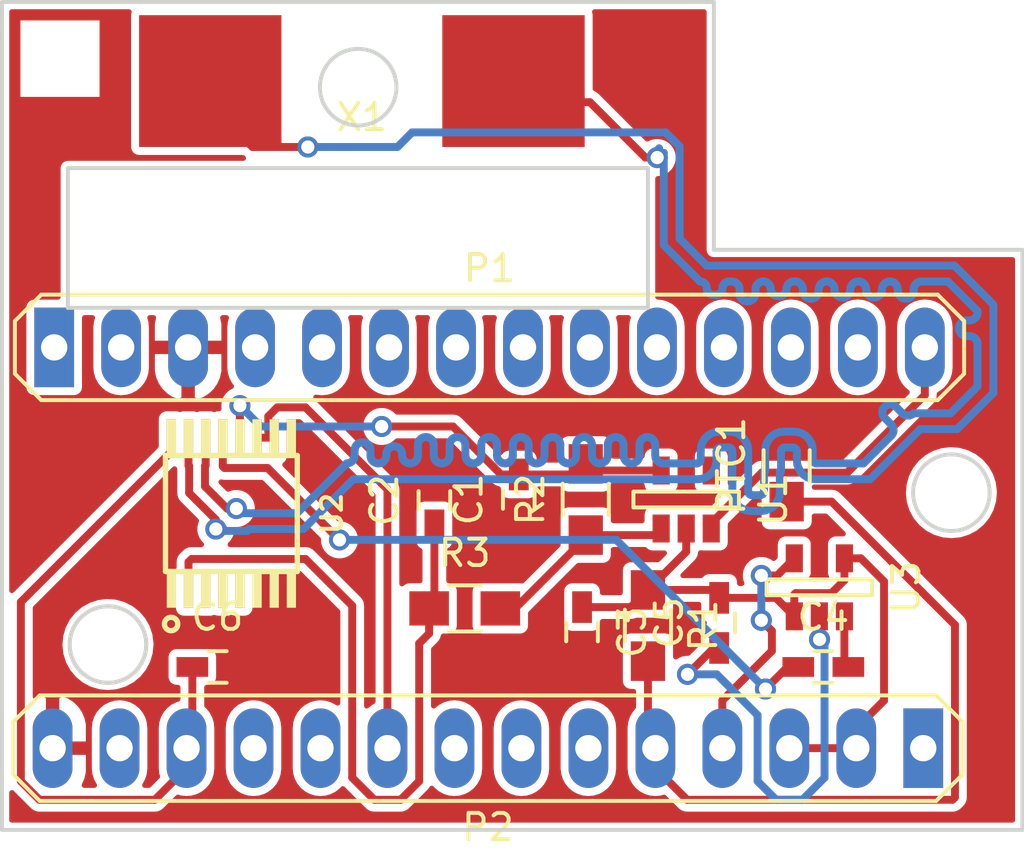
<source format=kicad_pcb>
(kicad_pcb (version 4) (host pcbnew 4.0.2-stable)

  (general
    (links 40)
    (no_connects 3)
    (area 132.724999 83.924999 171.575001 115.475001)
    (thickness 1.6)
    (drawings 19)
    (tracks 884)
    (zones 0)
    (modules 16)
    (nets 39)
  )

  (page A4)
  (title_block
    (title "OpenQCM Diss")
    (date 2016-03-14)
    (rev 2.1)
    (company UNER)
  )

  (layers
    (0 F.Cu signal)
    (31 B.Cu signal)
    (32 B.Adhes user)
    (33 F.Adhes user)
    (34 B.Paste user)
    (35 F.Paste user)
    (36 B.SilkS user)
    (37 F.SilkS user)
    (38 B.Mask user)
    (39 F.Mask user)
    (40 Dwgs.User user)
    (41 Cmts.User user hide)
    (42 Eco1.User user hide)
    (43 Eco2.User user hide)
    (44 Edge.Cuts user)
    (45 Margin user hide)
    (46 B.CrtYd user hide)
    (47 F.CrtYd user hide)
    (48 B.Fab user hide)
    (49 F.Fab user hide)
  )

  (setup
    (last_trace_width 0.2032)
    (trace_clearance 0.2)
    (zone_clearance 0.2)
    (zone_45_only yes)
    (trace_min 0.2032)
    (segment_width 0.15)
    (edge_width 0.15)
    (via_size 0.6)
    (via_drill 0.4)
    (via_min_size 0.4)
    (via_min_drill 0.3)
    (uvia_size 0.3)
    (uvia_drill 0.1)
    (uvias_allowed no)
    (uvia_min_size 0.2)
    (uvia_min_drill 0.1)
    (pcb_text_width 0.3)
    (pcb_text_size 1.5 1.5)
    (mod_edge_width 0.15)
    (mod_text_size 1 1)
    (mod_text_width 0.15)
    (pad_size 1.524 1.524)
    (pad_drill 0.762)
    (pad_to_mask_clearance 0.2)
    (aux_axis_origin 0 0)
    (visible_elements 7FFECF7F)
    (pcbplotparams
      (layerselection 0x011f0_80000001)
      (usegerberextensions false)
      (excludeedgelayer true)
      (linewidth 0.100000)
      (plotframeref false)
      (viasonmask false)
      (mode 1)
      (useauxorigin false)
      (hpglpennumber 1)
      (hpglpenspeed 20)
      (hpglpendiameter 15)
      (hpglpenoverlay 2)
      (psnegative false)
      (psa4output false)
      (plotreference true)
      (plotvalue true)
      (plotinvisibletext false)
      (padsonsilk false)
      (subtractmaskfromsilk false)
      (outputformat 2)
      (mirror false)
      (drillshape 0)
      (scaleselection 1)
      (outputdirectory ""))
  )

  (net 0 "")
  (net 1 GND)
  (net 2 +3V3)
  (net 3 +5V)
  (net 4 /OSC_DRIVER/Switch_IN+)
  (net 5 /OSC_DRIVER/Switch_IN-)
  (net 6 "Net-(C4-Pad1)")
  (net 7 "Net-(C4-Pad2)")
  (net 8 "Net-(C5-Pad1)")
  (net 9 "Net-(P1-Pad5)")
  (net 10 "Net-(P1-Pad6)")
  (net 11 "Net-(P1-Pad7)")
  (net 12 "Net-(P1-Pad8)")
  (net 13 "Net-(P1-Pad9)")
  (net 14 "Net-(P1-Pad10)")
  (net 15 "Net-(P1-Pad11)")
  (net 16 "Net-(P1-Pad12)")
  (net 17 "Net-(P1-Pad13)")
  (net 18 "Net-(P1-Pad4)")
  (net 19 "Net-(P1-Pad2)")
  (net 20 /ARDUINO/FREQUENCY_IN)
  (net 21 "Net-(P1-Pad1)")
  (net 22 /ARDUINO/PTC)
  (net 23 "Net-(P2-Pad6)")
  (net 24 "Net-(P2-Pad7)")
  (net 25 "Net-(P2-Pad8)")
  (net 26 /ARDUINO/DIG_CONTROL)
  (net 27 "Net-(P2-Pad10)")
  (net 28 "Net-(P2-Pad11)")
  (net 29 "Net-(P2-Pad13)")
  (net 30 /ARDUINO/ENVELOPE_IN)
  (net 31 "Net-(P2-Pad1)")
  (net 32 "Net-(R2-Pad1)")
  (net 33 "Net-(U1-Pad1)")
  (net 34 /SWITCH/xtal_N)
  (net 35 /SWITCH/xtal_P)
  (net 36 "Net-(U2-Pad3)")
  (net 37 "Net-(U2-Pad4)")
  (net 38 "Net-(U2-Pad5)")

  (net_class Default "This is the default net class."
    (clearance 0.2)
    (trace_width 0.2032)
    (via_dia 0.6)
    (via_drill 0.4)
    (uvia_dia 0.3)
    (uvia_drill 0.1)
  )

  (net_class PW ""
    (clearance 0.2)
    (trace_width 0.5)
    (via_dia 0.6)
    (via_drill 0.4)
    (uvia_dia 0.3)
    (uvia_drill 0.1)
  )

  (net_class pistabuena ""
    (clearance 0.3)
    (trace_width 0.3)
    (via_dia 0.8)
    (via_drill 0.5)
    (uvia_dia 0.3)
    (uvia_drill 0.1)
    (add_net +3V3)
    (add_net +5V)
    (add_net /ARDUINO/DIG_CONTROL)
    (add_net /ARDUINO/ENVELOPE_IN)
    (add_net /ARDUINO/FREQUENCY_IN)
    (add_net /ARDUINO/PTC)
    (add_net /OSC_DRIVER/Switch_IN+)
    (add_net /OSC_DRIVER/Switch_IN-)
    (add_net /SWITCH/xtal_N)
    (add_net /SWITCH/xtal_P)
    (add_net GND)
    (add_net "Net-(C4-Pad1)")
    (add_net "Net-(C4-Pad2)")
    (add_net "Net-(C5-Pad1)")
    (add_net "Net-(P1-Pad1)")
    (add_net "Net-(P1-Pad10)")
    (add_net "Net-(P1-Pad11)")
    (add_net "Net-(P1-Pad12)")
    (add_net "Net-(P1-Pad13)")
    (add_net "Net-(P1-Pad2)")
    (add_net "Net-(P1-Pad4)")
    (add_net "Net-(P1-Pad5)")
    (add_net "Net-(P1-Pad6)")
    (add_net "Net-(P1-Pad7)")
    (add_net "Net-(P1-Pad8)")
    (add_net "Net-(P1-Pad9)")
    (add_net "Net-(P2-Pad1)")
    (add_net "Net-(P2-Pad10)")
    (add_net "Net-(P2-Pad11)")
    (add_net "Net-(P2-Pad13)")
    (add_net "Net-(P2-Pad6)")
    (add_net "Net-(P2-Pad7)")
    (add_net "Net-(P2-Pad8)")
    (add_net "Net-(R2-Pad1)")
    (add_net "Net-(U1-Pad1)")
    (add_net "Net-(U2-Pad3)")
    (add_net "Net-(U2-Pad4)")
    (add_net "Net-(U2-Pad5)")
  )

  (module halter:PINHEAD1-14 locked (layer F.Cu) (tedit 5671A72C) (tstamp 57026AF7)
    (at 151.29 97.1)
    (path /56F9331B/56E74544)
    (attr virtual)
    (fp_text reference P1 (at 0 -3) (layer F.SilkS)
      (effects (font (size 1 1) (thickness 0.15)))
    )
    (fp_text value CONN_01X14 (at 0 3.81) (layer F.Fab)
      (effects (font (size 1 1) (thickness 0.15)))
    )
    (fp_line (start -18 1) (end -17 2) (layer F.SilkS) (width 0.15))
    (fp_line (start -18 -1) (end -18 1) (layer F.SilkS) (width 0.15))
    (fp_line (start -17 -2) (end -18 -1) (layer F.SilkS) (width 0.15))
    (fp_line (start 17 -2) (end -17 -2) (layer F.SilkS) (width 0.15))
    (fp_line (start 18 -1) (end 17 -2) (layer F.SilkS) (width 0.15))
    (fp_line (start 18 1) (end 18 -1) (layer F.SilkS) (width 0.15))
    (fp_line (start 17 2) (end 18 1) (layer F.SilkS) (width 0.15))
    (fp_line (start -17 2) (end 17 2) (layer F.SilkS) (width 0.15))
    (pad 5 thru_hole oval (at -6.35 0) (size 1.50622 3.01498) (drill 0.99822) (layers *.Cu *.Mask)
      (net 9 "Net-(P1-Pad5)"))
    (pad 6 thru_hole oval (at -3.81 0) (size 1.50622 3.01498) (drill 0.99822) (layers *.Cu *.Mask)
      (net 10 "Net-(P1-Pad6)"))
    (pad 7 thru_hole oval (at -1.27 0) (size 1.50622 3.01498) (drill 0.99822) (layers *.Cu *.Mask)
      (net 11 "Net-(P1-Pad7)"))
    (pad 8 thru_hole oval (at 1.27 0) (size 1.50622 3.01498) (drill 0.99822) (layers *.Cu *.Mask)
      (net 12 "Net-(P1-Pad8)"))
    (pad 9 thru_hole oval (at 3.81 0) (size 1.50622 3.01498) (drill 0.99822) (layers *.Cu *.Mask)
      (net 13 "Net-(P1-Pad9)"))
    (pad 10 thru_hole oval (at 6.35 0) (size 1.50622 3.01498) (drill 0.99822) (layers *.Cu *.Mask)
      (net 14 "Net-(P1-Pad10)"))
    (pad 11 thru_hole oval (at 8.89 0) (size 1.50622 3.01498) (drill 0.99822) (layers *.Cu *.Mask)
      (net 15 "Net-(P1-Pad11)"))
    (pad 12 thru_hole oval (at 11.43 0) (size 1.50622 3.01498) (drill 0.99822) (layers *.Cu *.Mask)
      (net 16 "Net-(P1-Pad12)"))
    (pad 13 thru_hole oval (at 13.97 0) (size 1.50622 3.01498) (drill 0.99822) (layers *.Cu *.Mask)
      (net 17 "Net-(P1-Pad13)"))
    (pad 4 thru_hole oval (at -8.89 0) (size 1.50622 3.01498) (drill 0.99822) (layers *.Cu *.Mask)
      (net 18 "Net-(P1-Pad4)"))
    (pad 3 thru_hole oval (at -11.43 0) (size 1.50622 3.01498) (drill 0.99822) (layers *.Cu *.Mask)
      (net 1 GND))
    (pad 2 thru_hole oval (at -13.97 0) (size 1.50622 3.01498) (drill 0.99822) (layers *.Cu *.Mask)
      (net 19 "Net-(P1-Pad2)"))
    (pad 14 thru_hole oval (at 16.51 0) (size 1.50622 3.01498) (drill 0.99822) (layers *.Cu *.Mask)
      (net 20 /ARDUINO/FREQUENCY_IN))
    (pad 1 thru_hole rect (at -16.51 0) (size 1.50622 3.01498) (drill 0.99822) (layers *.Cu *.Mask)
      (net 21 "Net-(P1-Pad1)"))
    (model ../../../../../../Users/Alumno/Desktop/kicad/christianhalter/halter.3dshapes/Pin_Header_Straight_1x14.wrl
      (at (xyz 0 0 0))
      (scale (xyz 1 1 1))
      (rotate (xyz 0 0 0))
    )
  )

  (module halter:PINHEAD1-14 locked (layer F.Cu) (tedit 5671A72C) (tstamp 57026B10)
    (at 151.23 112.3 180)
    (path /56F9331B/56E7454B)
    (attr virtual)
    (fp_text reference P2 (at 0 -3 180) (layer F.SilkS)
      (effects (font (size 1 1) (thickness 0.15)))
    )
    (fp_text value CONN_01X14 (at 0 3.81 180) (layer F.Fab)
      (effects (font (size 1 1) (thickness 0.15)))
    )
    (fp_line (start -18 1) (end -17 2) (layer F.SilkS) (width 0.15))
    (fp_line (start -18 -1) (end -18 1) (layer F.SilkS) (width 0.15))
    (fp_line (start -17 -2) (end -18 -1) (layer F.SilkS) (width 0.15))
    (fp_line (start 17 -2) (end -17 -2) (layer F.SilkS) (width 0.15))
    (fp_line (start 18 -1) (end 17 -2) (layer F.SilkS) (width 0.15))
    (fp_line (start 18 1) (end 18 -1) (layer F.SilkS) (width 0.15))
    (fp_line (start 17 2) (end 18 1) (layer F.SilkS) (width 0.15))
    (fp_line (start -17 2) (end 17 2) (layer F.SilkS) (width 0.15))
    (pad 5 thru_hole oval (at -6.35 0 180) (size 1.50622 3.01498) (drill 0.99822) (layers *.Cu *.Mask)
      (net 22 /ARDUINO/PTC))
    (pad 6 thru_hole oval (at -3.81 0 180) (size 1.50622 3.01498) (drill 0.99822) (layers *.Cu *.Mask)
      (net 23 "Net-(P2-Pad6)"))
    (pad 7 thru_hole oval (at -1.27 0 180) (size 1.50622 3.01498) (drill 0.99822) (layers *.Cu *.Mask)
      (net 24 "Net-(P2-Pad7)"))
    (pad 8 thru_hole oval (at 1.27 0 180) (size 1.50622 3.01498) (drill 0.99822) (layers *.Cu *.Mask)
      (net 25 "Net-(P2-Pad8)"))
    (pad 9 thru_hole oval (at 3.81 0 180) (size 1.50622 3.01498) (drill 0.99822) (layers *.Cu *.Mask)
      (net 26 /ARDUINO/DIG_CONTROL))
    (pad 10 thru_hole oval (at 6.35 0 180) (size 1.50622 3.01498) (drill 0.99822) (layers *.Cu *.Mask)
      (net 27 "Net-(P2-Pad10)"))
    (pad 11 thru_hole oval (at 8.89 0 180) (size 1.50622 3.01498) (drill 0.99822) (layers *.Cu *.Mask)
      (net 28 "Net-(P2-Pad11)"))
    (pad 12 thru_hole oval (at 11.43 0 180) (size 1.50622 3.01498) (drill 0.99822) (layers *.Cu *.Mask)
      (net 3 +5V))
    (pad 13 thru_hole oval (at 13.97 0 180) (size 1.50622 3.01498) (drill 0.99822) (layers *.Cu *.Mask)
      (net 29 "Net-(P2-Pad13)"))
    (pad 4 thru_hole oval (at -8.89 0 180) (size 1.50622 3.01498) (drill 0.99822) (layers *.Cu *.Mask)
      (net 30 /ARDUINO/ENVELOPE_IN))
    (pad 3 thru_hole oval (at -11.43 0 180) (size 1.50622 3.01498) (drill 0.99822) (layers *.Cu *.Mask)
      (net 2 +3V3))
    (pad 2 thru_hole oval (at -13.97 0 180) (size 1.50622 3.01498) (drill 0.99822) (layers *.Cu *.Mask)
      (net 2 +3V3))
    (pad 14 thru_hole oval (at 16.51 0 180) (size 1.50622 3.01498) (drill 0.99822) (layers *.Cu *.Mask)
      (net 1 GND))
    (pad 1 thru_hole rect (at -16.51 0 180) (size 1.50622 3.01498) (drill 0.99822) (layers *.Cu *.Mask)
      (net 31 "Net-(P2-Pad1)"))
    (model ../../../../../../Users/Alumno/Desktop/kicad/christianhalter/halter.3dshapes/Pin_Header_Straight_1x14.wrl
      (at (xyz 0 0 0))
      (scale (xyz 1 1 1))
      (rotate (xyz 0 0 0))
    )
  )

  (module halter:XTAL_con locked (layer F.Cu) (tedit 5671B757) (tstamp 57026B29)
    (at 146.45 87.37)
    (path /56F93397/56F940F0)
    (fp_text reference X1 (at 0 1) (layer F.SilkS)
      (effects (font (size 1 1) (thickness 0.15)))
    )
    (fp_text value XTAL (at 0 -2) (layer F.Fab)
      (effects (font (size 1 1) (thickness 0.15)))
    )
    (pad 1 smd rect (at -5.75 -0.37) (size 5.4 5) (layers F.Cu F.Paste F.Mask)
      (net 35 /SWITCH/xtal_P))
    (pad 2 smd rect (at 5.75 -0.37) (size 5.4 5) (layers F.Cu F.Paste F.Mask)
      (net 34 /SWITCH/xtal_N))
    (model ../../../../../../Users/Alumno/Desktop/kicad/christianhalter/halter.3dshapes/contact.wrl
      (at (xyz 0.35 0.15 -0.05))
      (scale (xyz 0.42 0.42 0.42))
      (rotate (xyz -90 0 90))
    )
  )

  (module halter:R_0805_HandSoldering (layer F.Cu) (tedit 54189DEE) (tstamp 57026E08)
    (at 162.56 101.6 90)
    (descr "Resistor SMD 0805, hand soldering")
    (tags "resistor 0805")
    (path /56F9331B/57026BC7)
    (attr smd)
    (fp_text reference PTC1 (at 0 -2.1 90) (layer F.SilkS)
      (effects (font (size 1 1) (thickness 0.15)))
    )
    (fp_text value PTC_HandSoldering (at 0 2.1 90) (layer F.Fab)
      (effects (font (size 1 1) (thickness 0.15)))
    )
    (fp_line (start -2.4 -1) (end 2.4 -1) (layer F.CrtYd) (width 0.05))
    (fp_line (start -2.4 1) (end 2.4 1) (layer F.CrtYd) (width 0.05))
    (fp_line (start -2.4 -1) (end -2.4 1) (layer F.CrtYd) (width 0.05))
    (fp_line (start 2.4 -1) (end 2.4 1) (layer F.CrtYd) (width 0.05))
    (fp_line (start 0.6 0.875) (end -0.6 0.875) (layer F.SilkS) (width 0.15))
    (fp_line (start -0.6 -0.875) (end 0.6 -0.875) (layer F.SilkS) (width 0.15))
    (pad 1 smd rect (at -1.35 0 90) (size 1.5 1.3) (layers F.Cu F.Paste F.Mask)
      (net 22 /ARDUINO/PTC))
    (pad 2 smd rect (at 1.35 0 90) (size 1.5 1.3) (layers F.Cu F.Paste F.Mask)
      (net 1 GND))
    (model Resistors_SMD.3dshapes/R_0805_HandSoldering.wrl
      (at (xyz 0 0 0))
      (scale (xyz 1 1 1))
      (rotate (xyz 0 0 0))
    )
  )

  (module halter:R_0805_HandSoldering (layer F.Cu) (tedit 54189DEE) (tstamp 57026E14)
    (at 157.3 107.65 270)
    (descr "Resistor SMD 0805, hand soldering")
    (tags "resistor 0805")
    (path /56F9331B/56E7457E)
    (attr smd)
    (fp_text reference R1 (at 0 -2.1 270) (layer F.SilkS)
      (effects (font (size 1 1) (thickness 0.15)))
    )
    (fp_text value 1K (at 0 2.1 270) (layer F.Fab)
      (effects (font (size 1 1) (thickness 0.15)))
    )
    (fp_line (start -2.4 -1) (end 2.4 -1) (layer F.CrtYd) (width 0.05))
    (fp_line (start -2.4 1) (end 2.4 1) (layer F.CrtYd) (width 0.05))
    (fp_line (start -2.4 -1) (end -2.4 1) (layer F.CrtYd) (width 0.05))
    (fp_line (start 2.4 -1) (end 2.4 1) (layer F.CrtYd) (width 0.05))
    (fp_line (start 0.6 0.875) (end -0.6 0.875) (layer F.SilkS) (width 0.15))
    (fp_line (start -0.6 -0.875) (end 0.6 -0.875) (layer F.SilkS) (width 0.15))
    (pad 1 smd rect (at -1.35 0 270) (size 1.5 1.3) (layers F.Cu F.Paste F.Mask)
      (net 2 +3V3))
    (pad 2 smd rect (at 1.35 0 270) (size 1.5 1.3) (layers F.Cu F.Paste F.Mask)
      (net 22 /ARDUINO/PTC))
    (model Resistors_SMD.3dshapes/R_0805_HandSoldering.wrl
      (at (xyz 0 0 0))
      (scale (xyz 1 1 1))
      (rotate (xyz 0 0 0))
    )
  )

  (module halter:R_0805_HandSoldering (layer F.Cu) (tedit 54189DEE) (tstamp 57026E20)
    (at 154.94 102.87 90)
    (descr "Resistor SMD 0805, hand soldering")
    (tags "resistor 0805")
    (path /56F93377/56E75857)
    (attr smd)
    (fp_text reference R2 (at 0 -2.1 90) (layer F.SilkS)
      (effects (font (size 1 1) (thickness 0.15)))
    )
    (fp_text value 2M2 (at 0 2.1 90) (layer F.Fab)
      (effects (font (size 1 1) (thickness 0.15)))
    )
    (fp_line (start -2.4 -1) (end 2.4 -1) (layer F.CrtYd) (width 0.05))
    (fp_line (start -2.4 1) (end 2.4 1) (layer F.CrtYd) (width 0.05))
    (fp_line (start -2.4 -1) (end -2.4 1) (layer F.CrtYd) (width 0.05))
    (fp_line (start 2.4 -1) (end 2.4 1) (layer F.CrtYd) (width 0.05))
    (fp_line (start 0.6 0.875) (end -0.6 0.875) (layer F.SilkS) (width 0.15))
    (fp_line (start -0.6 -0.875) (end 0.6 -0.875) (layer F.SilkS) (width 0.15))
    (pad 1 smd rect (at -1.35 0 90) (size 1.5 1.3) (layers F.Cu F.Paste F.Mask)
      (net 32 "Net-(R2-Pad1)"))
    (pad 2 smd rect (at 1.35 0 90) (size 1.5 1.3) (layers F.Cu F.Paste F.Mask)
      (net 4 /OSC_DRIVER/Switch_IN+))
    (model Resistors_SMD.3dshapes/R_0805_HandSoldering.wrl
      (at (xyz 0 0 0))
      (scale (xyz 1 1 1))
      (rotate (xyz 0 0 0))
    )
  )

  (module halter:R_0805_HandSoldering (layer F.Cu) (tedit 54189DEE) (tstamp 57026E2C)
    (at 150.35 107)
    (descr "Resistor SMD 0805, hand soldering")
    (tags "resistor 0805")
    (path /56F93377/56E7585F)
    (attr smd)
    (fp_text reference R3 (at 0 -2.1) (layer F.SilkS)
      (effects (font (size 1 1) (thickness 0.15)))
    )
    (fp_text value 1K (at 0 2.1) (layer F.Fab)
      (effects (font (size 1 1) (thickness 0.15)))
    )
    (fp_line (start -2.4 -1) (end 2.4 -1) (layer F.CrtYd) (width 0.05))
    (fp_line (start -2.4 1) (end 2.4 1) (layer F.CrtYd) (width 0.05))
    (fp_line (start -2.4 -1) (end -2.4 1) (layer F.CrtYd) (width 0.05))
    (fp_line (start 2.4 -1) (end 2.4 1) (layer F.CrtYd) (width 0.05))
    (fp_line (start 0.6 0.875) (end -0.6 0.875) (layer F.SilkS) (width 0.15))
    (fp_line (start -0.6 -0.875) (end 0.6 -0.875) (layer F.SilkS) (width 0.15))
    (pad 1 smd rect (at -1.35 0) (size 1.5 1.3) (layers F.Cu F.Paste F.Mask)
      (net 5 /OSC_DRIVER/Switch_IN-))
    (pad 2 smd rect (at 1.35 0) (size 1.5 1.3) (layers F.Cu F.Paste F.Mask)
      (net 32 "Net-(R2-Pad1)"))
    (model Resistors_SMD.3dshapes/R_0805_HandSoldering.wrl
      (at (xyz 0 0 0))
      (scale (xyz 1 1 1))
      (rotate (xyz 0 0 0))
    )
  )

  (module halter:SOT-23-6 (layer F.Cu) (tedit 56F9557C) (tstamp 57026E3A)
    (at 158.75 102.87 270)
    (path /56F93377/56E7582E)
    (fp_text reference U1 (at 0 -3.3 270) (layer F.SilkS)
      (effects (font (size 1 1) (thickness 0.15)))
    )
    (fp_text value SN74LVC1GX04 (at 0 3 270) (layer F.Fab)
      (effects (font (size 1 1) (thickness 0.15)))
    )
    (fp_line (start -0.3 -2) (end -0.3 2) (layer F.SilkS) (width 0.15))
    (fp_line (start 0.3 2) (end 0.3 -2) (layer F.SilkS) (width 0.15))
    (fp_line (start -0.3 2) (end 0.3 2) (layer F.SilkS) (width 0.15))
    (fp_line (start -0.3 -2) (end 0.3 -2) (layer F.SilkS) (width 0.15))
    (pad 4 smd rect (at 1.1 0.95 270) (size 1.06 0.65) (layers F.Cu F.Paste F.Mask)
      (net 32 "Net-(R2-Pad1)"))
    (pad 5 smd rect (at 1.1 0 270) (size 1.06 0.65) (layers F.Cu F.Paste F.Mask)
      (net 2 +3V3))
    (pad 6 smd rect (at 1.1 -0.95 270) (size 1.06 0.65) (layers F.Cu F.Paste F.Mask)
      (net 20 /ARDUINO/FREQUENCY_IN))
    (pad 3 smd rect (at -1.1 0.95 270) (size 1.06 0.65) (layers F.Cu F.Paste F.Mask)
      (net 4 /OSC_DRIVER/Switch_IN+))
    (pad 2 smd rect (at -1.1 0 270) (size 1.06 0.65) (layers F.Cu F.Paste F.Mask)
      (net 1 GND))
    (pad 1 smd rect (at -1.1 -0.95 270) (size 1.06 0.65) (layers F.Cu F.Paste F.Mask)
      (net 33 "Net-(U1-Pad1)"))
    (model ../../../../../../Users/Alumno/Desktop/kicad/christianhalter/halter.3dshapes/SOT-23-6.wrl
      (at (xyz 0 0 0))
      (scale (xyz 1 1 1))
      (rotate (xyz 0 0 0))
    )
  )

  (module halter:TSSOP16 (layer F.Cu) (tedit 0) (tstamp 57026E53)
    (at 141.5 103.4 90)
    (path /56F93397/56F93E7F)
    (solder_paste_margin -0.0508)
    (attr smd)
    (fp_text reference U2 (at 0 3.81 90) (layer F.SilkS)
      (effects (font (size 0.762 0.762) (thickness 0.1524)))
    )
    (fp_text value 74HCT4053 (at 0 0 90) (layer F.SilkS) hide
      (effects (font (size 0.762 0.762) (thickness 0.1524)))
    )
    (fp_circle (center -4.191 -2.286) (end -3.937 -2.286) (layer F.SilkS) (width 0.2032))
    (fp_line (start 2.19964 -2.49936) (end -2.19964 -2.49936) (layer F.SilkS) (width 0.2032))
    (fp_line (start -2.19964 -2.49936) (end -2.19964 2.49936) (layer F.SilkS) (width 0.2032))
    (fp_line (start -2.19964 2.49936) (end 2.19964 2.49936) (layer F.SilkS) (width 0.2032))
    (fp_line (start 2.19964 2.49936) (end 2.19964 -2.49936) (layer F.SilkS) (width 0.2032))
    (pad 9 smd rect (at 2.87528 2.27584 90) (size 1.39954 0.35052) (layers F.Cu F.Paste F.SilkS F.Mask)
      (net 1 GND))
    (pad 10 smd rect (at 2.87528 1.6256 90) (size 1.39954 0.35052) (layers F.Cu F.Paste F.SilkS F.Mask)
      (net 26 /ARDUINO/DIG_CONTROL))
    (pad 11 smd rect (at 2.87528 0.97536 90) (size 1.39954 0.35052) (layers F.Cu F.Paste F.SilkS F.Mask)
      (net 26 /ARDUINO/DIG_CONTROL))
    (pad 12 smd rect (at 2.87528 0.32512 90) (size 1.39954 0.35052) (layers F.Cu F.Paste F.SilkS F.Mask)
      (net 4 /OSC_DRIVER/Switch_IN+))
    (pad 13 smd rect (at 2.87528 -0.32512 90) (size 1.39954 0.35052) (layers F.Cu F.Paste F.SilkS F.Mask)
      (net 6 "Net-(C4-Pad1)"))
    (pad 14 smd rect (at 2.87528 -0.97536 90) (size 1.39954 0.35052) (layers F.Cu F.Paste F.SilkS F.Mask)
      (net 34 /SWITCH/xtal_N))
    (pad 15 smd rect (at 2.87528 -1.6256 90) (size 1.39954 0.35052) (layers F.Cu F.Paste F.SilkS F.Mask)
      (net 35 /SWITCH/xtal_P))
    (pad 16 smd rect (at 2.87528 -2.27584 90) (size 1.39954 0.35052) (layers F.Cu F.Paste F.SilkS F.Mask)
      (net 3 +5V))
    (pad 1 smd rect (at -2.87528 -2.27584 90) (size 1.39954 0.35052) (layers F.Cu F.Paste F.SilkS F.Mask)
      (net 1 GND))
    (pad 2 smd rect (at -2.87528 -1.6256 90) (size 1.39954 0.35052) (layers F.Cu F.Paste F.SilkS F.Mask)
      (net 5 /OSC_DRIVER/Switch_IN-))
    (pad 3 smd rect (at -2.87528 -0.97536 90) (size 1.39954 0.35052) (layers F.Cu F.Paste F.SilkS F.Mask)
      (net 36 "Net-(U2-Pad3)"))
    (pad 4 smd rect (at -2.87528 -0.32512 90) (size 1.39954 0.35052) (layers F.Cu F.Paste F.SilkS F.Mask)
      (net 37 "Net-(U2-Pad4)"))
    (pad 5 smd rect (at -2.87528 0.32512 90) (size 1.39954 0.35052) (layers F.Cu F.Paste F.SilkS F.Mask)
      (net 38 "Net-(U2-Pad5)"))
    (pad 6 smd rect (at -2.87528 0.97536 90) (size 1.39954 0.35052) (layers F.Cu F.Paste F.SilkS F.Mask)
      (net 1 GND))
    (pad 7 smd rect (at -2.87528 1.6256 90) (size 1.39954 0.35052) (layers F.Cu F.Paste F.SilkS F.Mask)
      (net 1 GND))
    (pad 8 smd rect (at -2.87528 2.27584 90) (size 1.39954 0.35052) (layers F.Cu F.Paste F.SilkS F.Mask)
      (net 1 GND))
    (model ../../../../../../Users/Alumno/Desktop/kicad/christianhalter/halter.3dshapes/TSSOP-16-1.wrl
      (at (xyz 0.02 0 -0.1))
      (scale (xyz 1 1 1))
      (rotate (xyz 0 90 0))
    )
  )

  (module halter:SOT-23-6 (layer F.Cu) (tedit 56F9557C) (tstamp 57026E61)
    (at 163.8 106.2 270)
    (path /56F93397/56F95CB0)
    (fp_text reference U3 (at 0 -3.3 270) (layer F.SilkS)
      (effects (font (size 1 1) (thickness 0.15)))
    )
    (fp_text value LTC5507 (at 0 3 270) (layer F.Fab)
      (effects (font (size 1 1) (thickness 0.15)))
    )
    (fp_line (start -0.3 -2) (end -0.3 2) (layer F.SilkS) (width 0.15))
    (fp_line (start 0.3 2) (end 0.3 -2) (layer F.SilkS) (width 0.15))
    (fp_line (start -0.3 2) (end 0.3 2) (layer F.SilkS) (width 0.15))
    (fp_line (start -0.3 -2) (end 0.3 -2) (layer F.SilkS) (width 0.15))
    (pad 4 smd rect (at 1.1 0.95 270) (size 1.06 0.65) (layers F.Cu F.Paste F.Mask)
      (net 2 +3V3))
    (pad 5 smd rect (at 1.1 0 270) (size 1.06 0.65) (layers F.Cu F.Paste F.Mask)
      (net 8 "Net-(C5-Pad1)"))
    (pad 6 smd rect (at 1.1 -0.95 270) (size 1.06 0.65) (layers F.Cu F.Paste F.Mask)
      (net 7 "Net-(C4-Pad2)"))
    (pad 3 smd rect (at -1.1 0.95 270) (size 1.06 0.65) (layers F.Cu F.Paste F.Mask)
      (net 30 /ARDUINO/ENVELOPE_IN))
    (pad 2 smd rect (at -1.1 0 270) (size 1.06 0.65) (layers F.Cu F.Paste F.Mask)
      (net 1 GND))
    (pad 1 smd rect (at -1.1 -0.95 270) (size 1.06 0.65) (layers F.Cu F.Paste F.Mask)
      (net 2 +3V3))
    (model ../../../../../../Users/Alumno/Desktop/kicad/christianhalter/halter.3dshapes/SOT-23-6.wrl
      (at (xyz 0 0 0))
      (scale (xyz 1 1 1))
      (rotate (xyz 0 0 0))
    )
  )

  (module halter:C_0603_HandSoldering (layer F.Cu) (tedit 541A9B4D) (tstamp 570275E7)
    (at 152.4 102.87 90)
    (descr "Capacitor SMD 0603, hand soldering")
    (tags "capacitor 0603")
    (path /56F93377/56E75867)
    (attr smd)
    (fp_text reference C1 (at 0 -1.9 90) (layer F.SilkS)
      (effects (font (size 1 1) (thickness 0.15)))
    )
    (fp_text value 33pF (at 0 1.9 90) (layer F.Fab)
      (effects (font (size 1 1) (thickness 0.15)))
    )
    (fp_line (start -1.85 -0.75) (end 1.85 -0.75) (layer F.CrtYd) (width 0.05))
    (fp_line (start -1.85 0.75) (end 1.85 0.75) (layer F.CrtYd) (width 0.05))
    (fp_line (start -1.85 -0.75) (end -1.85 0.75) (layer F.CrtYd) (width 0.05))
    (fp_line (start 1.85 -0.75) (end 1.85 0.75) (layer F.CrtYd) (width 0.05))
    (fp_line (start -0.35 -0.6) (end 0.35 -0.6) (layer F.SilkS) (width 0.15))
    (fp_line (start 0.35 0.6) (end -0.35 0.6) (layer F.SilkS) (width 0.15))
    (pad 1 smd rect (at -0.95 0 90) (size 1.2 0.75) (layers F.Cu F.Paste F.Mask)
      (net 1 GND))
    (pad 2 smd rect (at 0.95 0 90) (size 1.2 0.75) (layers F.Cu F.Paste F.Mask)
      (net 4 /OSC_DRIVER/Switch_IN+))
    (model Capacitors_SMD.3dshapes/C_0603_HandSoldering.wrl
      (at (xyz 0 0 0))
      (scale (xyz 1 1 1))
      (rotate (xyz 0 0 0))
    )
  )

  (module halter:C_0603_HandSoldering (layer F.Cu) (tedit 541A9B4D) (tstamp 570275F2)
    (at 149.2 102.9 90)
    (descr "Capacitor SMD 0603, hand soldering")
    (tags "capacitor 0603")
    (path /56F93377/56E7586F)
    (attr smd)
    (fp_text reference C2 (at 0 -1.9 90) (layer F.SilkS)
      (effects (font (size 1 1) (thickness 0.15)))
    )
    (fp_text value 33pF (at 0 1.9 90) (layer F.Fab)
      (effects (font (size 1 1) (thickness 0.15)))
    )
    (fp_line (start -1.85 -0.75) (end 1.85 -0.75) (layer F.CrtYd) (width 0.05))
    (fp_line (start -1.85 0.75) (end 1.85 0.75) (layer F.CrtYd) (width 0.05))
    (fp_line (start -1.85 -0.75) (end -1.85 0.75) (layer F.CrtYd) (width 0.05))
    (fp_line (start 1.85 -0.75) (end 1.85 0.75) (layer F.CrtYd) (width 0.05))
    (fp_line (start -0.35 -0.6) (end 0.35 -0.6) (layer F.SilkS) (width 0.15))
    (fp_line (start 0.35 0.6) (end -0.35 0.6) (layer F.SilkS) (width 0.15))
    (pad 1 smd rect (at -0.95 0 90) (size 1.2 0.75) (layers F.Cu F.Paste F.Mask)
      (net 5 /OSC_DRIVER/Switch_IN-))
    (pad 2 smd rect (at 0.95 0 90) (size 1.2 0.75) (layers F.Cu F.Paste F.Mask)
      (net 1 GND))
    (model Capacitors_SMD.3dshapes/C_0603_HandSoldering.wrl
      (at (xyz 0 0 0))
      (scale (xyz 1 1 1))
      (rotate (xyz 0 0 0))
    )
  )

  (module halter:C_0603_HandSoldering (layer F.Cu) (tedit 541A9B4D) (tstamp 570275FD)
    (at 154.8 107.9 270)
    (descr "Capacitor SMD 0603, hand soldering")
    (tags "capacitor 0603")
    (path /56F93377/56E75848)
    (attr smd)
    (fp_text reference C3 (at 0 -1.9 270) (layer F.SilkS)
      (effects (font (size 1 1) (thickness 0.15)))
    )
    (fp_text value 100nF (at 0 1.9 270) (layer F.Fab)
      (effects (font (size 1 1) (thickness 0.15)))
    )
    (fp_line (start -1.85 -0.75) (end 1.85 -0.75) (layer F.CrtYd) (width 0.05))
    (fp_line (start -1.85 0.75) (end 1.85 0.75) (layer F.CrtYd) (width 0.05))
    (fp_line (start -1.85 -0.75) (end -1.85 0.75) (layer F.CrtYd) (width 0.05))
    (fp_line (start 1.85 -0.75) (end 1.85 0.75) (layer F.CrtYd) (width 0.05))
    (fp_line (start -0.35 -0.6) (end 0.35 -0.6) (layer F.SilkS) (width 0.15))
    (fp_line (start 0.35 0.6) (end -0.35 0.6) (layer F.SilkS) (width 0.15))
    (pad 1 smd rect (at -0.95 0 270) (size 1.2 0.75) (layers F.Cu F.Paste F.Mask)
      (net 2 +3V3))
    (pad 2 smd rect (at 0.95 0 270) (size 1.2 0.75) (layers F.Cu F.Paste F.Mask)
      (net 1 GND))
    (model Capacitors_SMD.3dshapes/C_0603_HandSoldering.wrl
      (at (xyz 0 0 0))
      (scale (xyz 1 1 1))
      (rotate (xyz 0 0 0))
    )
  )

  (module halter:C_0603_HandSoldering (layer F.Cu) (tedit 541A9B4D) (tstamp 57027608)
    (at 163.95 109.22)
    (descr "Capacitor SMD 0603, hand soldering")
    (tags "capacitor 0603")
    (path /56F93397/56F9434C)
    (attr smd)
    (fp_text reference C4 (at 0 -1.9) (layer F.SilkS)
      (effects (font (size 1 1) (thickness 0.15)))
    )
    (fp_text value pF (at 0 1.9) (layer F.Fab)
      (effects (font (size 1 1) (thickness 0.15)))
    )
    (fp_line (start -1.85 -0.75) (end 1.85 -0.75) (layer F.CrtYd) (width 0.05))
    (fp_line (start -1.85 0.75) (end 1.85 0.75) (layer F.CrtYd) (width 0.05))
    (fp_line (start -1.85 -0.75) (end -1.85 0.75) (layer F.CrtYd) (width 0.05))
    (fp_line (start 1.85 -0.75) (end 1.85 0.75) (layer F.CrtYd) (width 0.05))
    (fp_line (start -0.35 -0.6) (end 0.35 -0.6) (layer F.SilkS) (width 0.15))
    (fp_line (start 0.35 0.6) (end -0.35 0.6) (layer F.SilkS) (width 0.15))
    (pad 1 smd rect (at -0.95 0) (size 1.2 0.75) (layers F.Cu F.Paste F.Mask)
      (net 6 "Net-(C4-Pad1)"))
    (pad 2 smd rect (at 0.95 0) (size 1.2 0.75) (layers F.Cu F.Paste F.Mask)
      (net 7 "Net-(C4-Pad2)"))
    (model Capacitors_SMD.3dshapes/C_0603_HandSoldering.wrl
      (at (xyz 0 0 0))
      (scale (xyz 1 1 1))
      (rotate (xyz 0 0 0))
    )
  )

  (module halter:C_0603_HandSoldering (layer F.Cu) (tedit 541A9B4D) (tstamp 57027613)
    (at 160 107.55 90)
    (descr "Capacitor SMD 0603, hand soldering")
    (tags "capacitor 0603")
    (path /56F93397/56F9428F)
    (attr smd)
    (fp_text reference C5 (at 0 -1.9 90) (layer F.SilkS)
      (effects (font (size 1 1) (thickness 0.15)))
    )
    (fp_text value pF (at 0 1.9 90) (layer F.Fab)
      (effects (font (size 1 1) (thickness 0.15)))
    )
    (fp_line (start -1.85 -0.75) (end 1.85 -0.75) (layer F.CrtYd) (width 0.05))
    (fp_line (start -1.85 0.75) (end 1.85 0.75) (layer F.CrtYd) (width 0.05))
    (fp_line (start -1.85 -0.75) (end -1.85 0.75) (layer F.CrtYd) (width 0.05))
    (fp_line (start 1.85 -0.75) (end 1.85 0.75) (layer F.CrtYd) (width 0.05))
    (fp_line (start -0.35 -0.6) (end 0.35 -0.6) (layer F.SilkS) (width 0.15))
    (fp_line (start 0.35 0.6) (end -0.35 0.6) (layer F.SilkS) (width 0.15))
    (pad 1 smd rect (at -0.95 0 90) (size 1.2 0.75) (layers F.Cu F.Paste F.Mask)
      (net 8 "Net-(C5-Pad1)"))
    (pad 2 smd rect (at 0.95 0 90) (size 1.2 0.75) (layers F.Cu F.Paste F.Mask)
      (net 2 +3V3))
    (model Capacitors_SMD.3dshapes/C_0603_HandSoldering.wrl
      (at (xyz 0 0 0))
      (scale (xyz 1 1 1))
      (rotate (xyz 0 0 0))
    )
  )

  (module halter:C_0603_HandSoldering (layer F.Cu) (tedit 541A9B4D) (tstamp 5702761E)
    (at 140.97 109.22)
    (descr "Capacitor SMD 0603, hand soldering")
    (tags "capacitor 0603")
    (path /56F93397/56F943E7)
    (attr smd)
    (fp_text reference C6 (at 0 -1.9) (layer F.SilkS)
      (effects (font (size 1 1) (thickness 0.15)))
    )
    (fp_text value 100nF (at 0 1.9) (layer F.Fab)
      (effects (font (size 1 1) (thickness 0.15)))
    )
    (fp_line (start -1.85 -0.75) (end 1.85 -0.75) (layer F.CrtYd) (width 0.05))
    (fp_line (start -1.85 0.75) (end 1.85 0.75) (layer F.CrtYd) (width 0.05))
    (fp_line (start -1.85 -0.75) (end -1.85 0.75) (layer F.CrtYd) (width 0.05))
    (fp_line (start 1.85 -0.75) (end 1.85 0.75) (layer F.CrtYd) (width 0.05))
    (fp_line (start -0.35 -0.6) (end 0.35 -0.6) (layer F.SilkS) (width 0.15))
    (fp_line (start 0.35 0.6) (end -0.35 0.6) (layer F.SilkS) (width 0.15))
    (pad 1 smd rect (at -0.95 0) (size 1.2 0.75) (layers F.Cu F.Paste F.Mask)
      (net 3 +5V))
    (pad 2 smd rect (at 0.95 0) (size 1.2 0.75) (layers F.Cu F.Paste F.Mask)
      (net 1 GND))
    (model Capacitors_SMD.3dshapes/C_0603_HandSoldering.wrl
      (at (xyz 0 0 0))
      (scale (xyz 1 1 1))
      (rotate (xyz 0 0 0))
    )
  )

  (gr_circle (center 136.82 108.37) (end 138.27 108.45) (layer Edge.Cuts) (width 0.15) (tstamp 5672CC35))
  (gr_circle (center 146.31 87.232205) (end 147.76 87.312205) (layer Edge.Cuts) (width 0.15) (tstamp 5671C1B9))
  (gr_circle (center 168.807795 102.61) (end 170.257795 102.69) (layer Edge.Cuts) (width 0.15) (tstamp 5671C1A0))
  (gr_circle (center 136.82 108.37) (end 138.27 108.45) (layer Edge.Cuts) (width 0.15))
  (gr_line (start 157.3 95.6) (end 135.3 95.6) (layer Edge.Cuts) (width 0.15))
  (gr_line (start 157.3 90.3) (end 157.3 95.6) (layer Edge.Cuts) (width 0.15))
  (gr_line (start 135.3 90.3) (end 157.3 90.3) (layer Edge.Cuts) (width 0.15))
  (gr_line (start 135.3 95.6) (end 135.3 90.3) (layer Edge.Cuts) (width 0.15))
  (gr_line (start 171.5 115.4) (end 132.8 115.4) (layer Edge.Cuts) (width 0.15))
  (gr_line (start 171.5 115.2) (end 171.5 115.4) (layer Edge.Cuts) (width 0.15))
  (gr_line (start 171.5 111.4) (end 171.5 115.2) (layer Edge.Cuts) (width 0.15))
  (gr_line (start 171.5 103.1) (end 171.5 111.4) (layer Edge.Cuts) (width 0.15))
  (gr_line (start 171.5 93.4) (end 171.5 103.1) (layer Edge.Cuts) (width 0.15))
  (gr_line (start 159.8 93.4) (end 171.5 93.4) (layer Edge.Cuts) (width 0.15))
  (gr_line (start 159.8 84) (end 159.8 93.4) (layer Edge.Cuts) (width 0.15))
  (gr_line (start 132.8 84) (end 159.8 84) (layer Edge.Cuts) (width 0.15))
  (gr_line (start 132.8 84.4) (end 132.8 84) (layer Edge.Cuts) (width 0.15))
  (gr_line (start 132.8 85.4) (end 132.8 84.4) (layer Edge.Cuts) (width 0.15))
  (gr_line (start 132.8 115.4) (end 132.8 85.4) (layer Edge.Cuts) (width 0.15))

  (segment (start 141.475 108.1) (end 140.04911 108.1) (width 0.3) (layer F.Cu) (net 1))
  (segment (start 140.04911 108.1) (end 139.22416 107.27505) (width 0.3) (layer F.Cu) (net 1))
  (segment (start 139.22416 107.27505) (end 139.22416 106.27528) (width 0.3) (layer F.Cu) (net 1))
  (segment (start 141.92 109.22) (end 141.92 108.545) (width 0.3) (layer F.Cu) (net 1))
  (segment (start 141.92 108.545) (end 141.475 108.1) (width 0.3) (layer F.Cu) (net 1))
  (segment (start 134.72 112.3) (end 134.72 111.54562) (width 0.3) (layer F.Cu) (net 1))
  (segment (start 134.72 111.54562) (end 134.7 111.52562) (width 0.3) (layer F.Cu) (net 1))
  (segment (start 134.7 111.52562) (end 134.7 106.5) (width 0.3) (layer F.Cu) (net 1))
  (segment (start 134.7 106.5) (end 134.92472 106.27528) (width 0.3) (layer F.Cu) (net 1))
  (segment (start 134.92472 106.27528) (end 139.22416 106.27528) (width 0.3) (layer F.Cu) (net 1))
  (segment (start 143.1256 106.27528) (end 143.77584 106.27528) (width 0.3) (layer F.Cu) (net 1))
  (segment (start 142.47536 106.27528) (end 143.1256 106.27528) (width 0.3) (layer F.Cu) (net 1))
  (segment (start 141.92 109.22) (end 142.145 109.22) (width 0.3) (layer F.Cu) (net 1))
  (segment (start 142.145 109.22) (end 143.77584 107.58916) (width 0.3) (layer F.Cu) (net 1))
  (segment (start 143.77584 107.58916) (end 143.77584 107.27505) (width 0.3) (layer F.Cu) (net 1))
  (segment (start 143.77584 107.27505) (end 143.77584 106.27528) (width 0.3) (layer F.Cu) (net 1))
  (segment (start 164.75 105.1) (end 165.375 105.1) (width 0.3) (layer F.Cu) (net 2))
  (segment (start 165.375 105.1) (end 166.25311 105.97811) (width 0.3) (layer F.Cu) (net 2))
  (segment (start 166.25311 105.97811) (end 166.25311 110.49251) (width 0.3) (layer F.Cu) (net 2))
  (segment (start 166.25311 110.49251) (end 165.2 111.54562) (width 0.3) (layer F.Cu) (net 2))
  (segment (start 165.2 111.54562) (end 165.2 112.3) (width 0.3) (layer F.Cu) (net 2))
  (segment (start 164.75 105.1) (end 164.75 105.93) (width 0.3) (layer F.Cu) (net 2))
  (segment (start 164.75 105.93) (end 164.260001 106.419999) (width 0.3) (layer F.Cu) (net 2))
  (segment (start 164.260001 106.419999) (end 162.900001 106.419999) (width 0.3) (layer F.Cu) (net 2))
  (segment (start 162.900001 106.419999) (end 162.85 106.47) (width 0.3) (layer F.Cu) (net 2))
  (segment (start 162.85 106.47) (end 162.85 107.3) (width 0.3) (layer F.Cu) (net 2))
  (segment (start 162.66 112.3) (end 165.2 112.3) (width 0.3) (layer F.Cu) (net 2))
  (segment (start 160 106.6) (end 162.15 106.6) (width 0.3) (layer F.Cu) (net 2))
  (segment (start 162.15 106.6) (end 162.85 107.3) (width 0.3) (layer F.Cu) (net 2))
  (segment (start 157.3 106.3) (end 159.7 106.3) (width 0.3) (layer F.Cu) (net 2))
  (segment (start 159.7 106.3) (end 160 106.6) (width 0.3) (layer F.Cu) (net 2))
  (segment (start 157.3 106.3) (end 158.75 104.85) (width 0.3) (layer F.Cu) (net 2))
  (segment (start 158.75 104.85) (end 158.75 103.97) (width 0.3) (layer F.Cu) (net 2))
  (segment (start 154.8 106.95) (end 156.65 106.95) (width 0.3) (layer F.Cu) (net 2))
  (segment (start 156.65 106.95) (end 157.3 106.3) (width 0.3) (layer F.Cu) (net 2))
  (segment (start 139.8 112.3) (end 139.8 113.05438) (width 0.3) (layer F.Cu) (net 3))
  (segment (start 139.8 113.05438) (end 138.59688 114.2575) (width 0.3) (layer F.Cu) (net 3))
  (segment (start 138.59688 114.2575) (end 134.221652 114.2575) (width 0.3) (layer F.Cu) (net 3))
  (segment (start 134.221652 114.2575) (end 133.51688 113.552728) (width 0.3) (layer F.Cu) (net 3))
  (segment (start 133.51688 113.552728) (end 133.51688 106.75651) (width 0.3) (layer F.Cu) (net 3))
  (segment (start 133.51688 106.75651) (end 139.22416 101.04923) (width 0.3) (layer F.Cu) (net 3))
  (segment (start 139.22416 101.04923) (end 139.22416 100.52472) (width 0.3) (layer F.Cu) (net 3))
  (segment (start 140.02 109.22) (end 140.02 112.08) (width 0.3) (layer F.Cu) (net 3))
  (segment (start 140.02 112.08) (end 139.8 112.3) (width 0.3) (layer F.Cu) (net 3))
  (segment (start 141.823786 99.309525) (end 141.823786 100.523386) (width 0.3) (layer F.Cu) (net 4))
  (segment (start 141.823786 100.523386) (end 141.82512 100.52472) (width 0.3) (layer F.Cu) (net 4))
  (segment (start 147.2 100.1) (end 142.614261 100.1) (width 0.3) (layer B.Cu) (net 4))
  (segment (start 142.614261 100.1) (end 141.823786 99.309525) (width 0.3) (layer B.Cu) (net 4))
  (via (at 141.823786 99.309525) (size 0.8) (drill 0.5) (layers F.Cu B.Cu) (net 4))
  (segment (start 152.4 101.92) (end 151.725 101.92) (width 0.3) (layer F.Cu) (net 4))
  (segment (start 151.725 101.92) (end 149.905 100.1) (width 0.3) (layer F.Cu) (net 4))
  (segment (start 149.905 100.1) (end 147.2 100.1) (width 0.3) (layer F.Cu) (net 4))
  (via (at 147.2 100.1) (size 0.8) (drill 0.5) (layers F.Cu B.Cu) (net 4))
  (segment (start 157.8 101.77) (end 155.19 101.77) (width 0.3) (layer F.Cu) (net 4))
  (segment (start 155.19 101.77) (end 154.94 101.52) (width 0.3) (layer F.Cu) (net 4))
  (segment (start 152.4 101.92) (end 154.54 101.92) (width 0.3) (layer F.Cu) (net 4))
  (segment (start 154.54 101.92) (end 154.94 101.52) (width 0.3) (layer F.Cu) (net 4))
  (segment (start 149 107) (end 149 107.95) (width 0.3) (layer F.Cu) (net 5))
  (segment (start 149 107.95) (end 148.62312 108.32688) (width 0.3) (layer F.Cu) (net 5))
  (segment (start 148.62312 108.32688) (end 148.62312 113.552728) (width 0.3) (layer F.Cu) (net 5))
  (segment (start 148.62312 113.552728) (end 147.918348 114.2575) (width 0.3) (layer F.Cu) (net 5))
  (segment (start 147.918348 114.2575) (end 146.921652 114.2575) (width 0.3) (layer F.Cu) (net 5))
  (segment (start 146.921652 114.2575) (end 146.08312 113.418968) (width 0.3) (layer F.Cu) (net 5))
  (segment (start 146.08312 113.418968) (end 146.08312 106.897528) (width 0.3) (layer F.Cu) (net 5))
  (segment (start 146.08312 106.897528) (end 144.311101 105.125509) (width 0.3) (layer F.Cu) (net 5))
  (segment (start 144.311101 105.125509) (end 139.989379 105.125509) (width 0.3) (layer F.Cu) (net 5))
  (segment (start 139.989379 105.125509) (end 139.8744 105.240488) (width 0.3) (layer F.Cu) (net 5))
  (segment (start 139.8744 105.240488) (end 139.8744 105.27551) (width 0.3) (layer F.Cu) (net 5))
  (segment (start 139.8744 105.27551) (end 139.8744 106.27528) (width 0.3) (layer F.Cu) (net 5))
  (segment (start 149.2 103.85) (end 149.2 106.8) (width 0.3) (layer F.Cu) (net 5))
  (segment (start 149.2 106.8) (end 149 107) (width 0.3) (layer F.Cu) (net 5))
  (segment (start 145.6 104.4) (end 142.874491 101.674491) (width 0.3) (layer F.Cu) (net 6))
  (segment (start 142.874491 101.674491) (end 141.239901 101.674491) (width 0.3) (layer F.Cu) (net 6))
  (segment (start 141.239901 101.674491) (end 141.17488 101.60947) (width 0.3) (layer F.Cu) (net 6))
  (segment (start 141.17488 101.60947) (end 141.17488 101.52449) (width 0.3) (layer F.Cu) (net 6))
  (segment (start 141.17488 101.52449) (end 141.17488 100.52472) (width 0.3) (layer F.Cu) (net 6))
  (segment (start 156.1 104.4) (end 145.6 104.4) (width 0.3) (layer B.Cu) (net 6))
  (via (at 145.6 104.4) (size 0.8) (drill 0.5) (layers F.Cu B.Cu) (net 6))
  (segment (start 161.757302 110.057302) (end 156.1 104.4) (width 0.3) (layer B.Cu) (net 6))
  (segment (start 163 109.22) (end 162.594604 109.22) (width 0.3) (layer F.Cu) (net 6))
  (segment (start 162.594604 109.22) (end 161.757302 110.057302) (width 0.3) (layer F.Cu) (net 6))
  (via (at 161.757302 110.057302) (size 0.8) (drill 0.5) (layers F.Cu B.Cu) (net 6))
  (segment (start 164.75 107.3) (end 164.75 109.07) (width 0.3) (layer F.Cu) (net 7))
  (segment (start 164.75 109.07) (end 164.9 109.22) (width 0.3) (layer F.Cu) (net 7))
  (segment (start 163.807317 108.176403) (end 163.807317 107.307317) (width 0.3) (layer F.Cu) (net 8))
  (segment (start 163.807317 107.307317) (end 163.8 107.3) (width 0.3) (layer F.Cu) (net 8))
  (segment (start 158.8 109.5) (end 159.909608 109.5) (width 0.3) (layer B.Cu) (net 8))
  (segment (start 159.909608 109.5) (end 161.45688 111.047272) (width 0.3) (layer B.Cu) (net 8))
  (segment (start 161.45688 111.047272) (end 161.45688 113.552728) (width 0.3) (layer B.Cu) (net 8))
  (segment (start 161.45688 113.552728) (end 162.161652 114.2575) (width 0.3) (layer B.Cu) (net 8))
  (segment (start 162.161652 114.2575) (end 163.158348 114.2575) (width 0.3) (layer B.Cu) (net 8))
  (segment (start 163.158348 114.2575) (end 163.99688 113.418968) (width 0.3) (layer B.Cu) (net 8))
  (segment (start 163.99688 113.418968) (end 163.99688 108.365966) (width 0.3) (layer B.Cu) (net 8))
  (segment (start 163.99688 108.365966) (end 163.807317 108.176403) (width 0.3) (layer B.Cu) (net 8))
  (via (at 163.807317 108.176403) (size 0.8) (drill 0.5) (layers F.Cu B.Cu) (net 8))
  (segment (start 160 108.5) (end 159.8 108.5) (width 0.3) (layer F.Cu) (net 8))
  (via (at 158.8 109.5) (size 0.8) (drill 0.5) (layers F.Cu B.Cu) (net 8))
  (segment (start 159.8 108.5) (end 158.8 109.5) (width 0.3) (layer F.Cu) (net 8))
  (segment (start 167.8 97.1) (end 167.8 98.90749) (width 0.3) (layer F.Cu) (net 20))
  (segment (start 167.8 98.90749) (end 164.857491 101.849999) (width 0.3) (layer F.Cu) (net 20))
  (segment (start 164.857491 101.849999) (end 161.615001 101.849999) (width 0.3) (layer F.Cu) (net 20))
  (segment (start 161.615001 101.849999) (end 159.7 103.765) (width 0.3) (layer F.Cu) (net 20))
  (segment (start 159.7 103.765) (end 159.7 103.97) (width 0.3) (layer F.Cu) (net 20))
  (segment (start 162.56 102.95) (end 164.265002 102.95) (width 0.3) (layer F.Cu) (net 22))
  (segment (start 164.265002 102.95) (end 168.943111 107.628109) (width 0.3) (layer F.Cu) (net 22))
  (segment (start 168.943111 107.628109) (end 168.943111 114.167491) (width 0.3) (layer F.Cu) (net 22))
  (segment (start 168.943111 114.167491) (end 168.853111 114.257491) (width 0.3) (layer F.Cu) (net 22))
  (segment (start 168.853111 114.257491) (end 158.783111 114.257491) (width 0.3) (layer F.Cu) (net 22))
  (segment (start 158.783111 114.257491) (end 157.58 113.05438) (width 0.3) (layer F.Cu) (net 22))
  (segment (start 157.58 113.05438) (end 157.58 112.3) (width 0.3) (layer F.Cu) (net 22))
  (segment (start 157.3 109) (end 157.3 112.02) (width 0.3) (layer F.Cu) (net 22))
  (segment (start 157.3 112.02) (end 157.58 112.3) (width 0.3) (layer F.Cu) (net 22))
  (segment (start 142.47536 100.52472) (end 143.1256 100.52472) (width 0.3) (layer F.Cu) (net 26))
  (segment (start 142.9 99.715528) (end 142.9 100.29912) (width 0.3) (layer F.Cu) (net 26))
  (segment (start 142.9 100.29912) (end 143.1256 100.52472) (width 0.3) (layer F.Cu) (net 26))
  (segment (start 147.42 112.3) (end 147.42 102.483848) (width 0.3) (layer F.Cu) (net 26))
  (segment (start 147.42 102.483848) (end 144.311101 99.374949) (width 0.3) (layer F.Cu) (net 26))
  (segment (start 144.311101 99.374949) (end 143.240579 99.374949) (width 0.3) (layer F.Cu) (net 26))
  (segment (start 143.240579 99.374949) (end 142.9 99.715528) (width 0.3) (layer F.Cu) (net 26))
  (segment (start 161.6 105.74999) (end 162.20001 105.74999) (width 0.3) (layer F.Cu) (net 30))
  (segment (start 162.20001 105.74999) (end 162.85 105.1) (width 0.3) (layer F.Cu) (net 30))
  (segment (start 161.6 107.45001) (end 161.6 105.74999) (width 0.3) (layer B.Cu) (net 30))
  (via (at 161.6 105.74999) (size 0.8) (drill 0.5) (layers F.Cu B.Cu) (net 30))
  (segment (start 162 108.61251) (end 162 107.85001) (width 0.3) (layer F.Cu) (net 30))
  (segment (start 162 107.85001) (end 161.6 107.45001) (width 0.3) (layer F.Cu) (net 30))
  (via (at 161.6 107.45001) (size 0.8) (drill 0.5) (layers F.Cu B.Cu) (net 30))
  (segment (start 160.12 112.3) (end 160.12 110.49251) (width 0.3) (layer F.Cu) (net 30))
  (segment (start 160.12 110.49251) (end 162 108.61251) (width 0.3) (layer F.Cu) (net 30))
  (segment (start 154.94 104.22) (end 157.55 104.22) (width 0.3) (layer F.Cu) (net 32))
  (segment (start 157.55 104.22) (end 157.8 103.97) (width 0.3) (layer F.Cu) (net 32))
  (segment (start 151.7 107) (end 152.26 107) (width 0.3) (layer F.Cu) (net 32))
  (segment (start 152.26 107) (end 154.94 104.32) (width 0.3) (layer F.Cu) (net 32))
  (segment (start 154.94 104.32) (end 154.94 104.22) (width 0.3) (layer F.Cu) (net 32))
  (segment (start 147.368214 101.266757) (end 147.375736 101.2) (width 0.3) (layer B.Cu) (net 34))
  (segment (start 147.968214 101.083244) (end 147.975736 101.15) (width 0.3) (layer B.Cu) (net 34))
  (segment (start 141.688908 103.211092) (end 141.866725 103.388909) (width 0.3) (layer B.Cu) (net 34))
  (segment (start 159.932041 95.099726) (end 159.875736 95.106071) (width 0.3) (layer B.Cu) (net 34))
  (segment (start 156.968214 101.266757) (end 156.975736 101.2) (width 0.3) (layer B.Cu) (net 34))
  (segment (start 147.375736 101.2) (end 147.375736 101.15) (width 0.3) (layer B.Cu) (net 34))
  (segment (start 146.805445 101.330166) (end 146.841186 101.387047) (width 0.3) (layer B.Cu) (net 34))
  (segment (start 161.765158 100.846093) (end 161.817605 100.696209) (width 0.3) (layer B.Cu) (net 34))
  (segment (start 146.841186 101.387047) (end 146.888689 101.43455) (width 0.3) (layer B.Cu) (net 34))
  (segment (start 154.688689 100.565451) (end 154.74557 100.52971) (width 0.3) (layer B.Cu) (net 34))
  (segment (start 163.710285 95.143117) (end 163.662782 95.19062) (width 0.3) (layer B.Cu) (net 34))
  (segment (start 159.213598 101.484885) (end 159.242536 101.466702) (width 0.3) (layer B.Cu) (net 34))
  (segment (start 154.74557 100.52971) (end 154.808979 100.507522) (width 0.3) (layer B.Cu) (net 34))
  (segment (start 154.808979 100.507522) (end 154.875736 100.5) (width 0.3) (layer B.Cu) (net 34))
  (segment (start 148.583257 100.733244) (end 148.605445 100.669835) (width 0.3) (layer B.Cu) (net 34))
  (segment (start 169.77029 95.904429) (end 169.792478 95.84102) (width 0.3) (layer B.Cu) (net 34))
  (segment (start 148.605445 100.669835) (end 148.641186 100.612954) (width 0.3) (layer B.Cu) (net 34))
  (segment (start 156.910285 101.387047) (end 156.946026 101.330166) (width 0.3) (layer B.Cu) (net 34))
  (segment (start 145.875736 101.5) (end 145.942492 101.492479) (width 0.3) (layer B.Cu) (net 34))
  (segment (start 166.841186 95.143117) (end 166.805445 95.086236) (width 0.3) (layer B.Cu) (net 34))
  (segment (start 148.641186 100.612954) (end 148.688689 100.565451) (width 0.3) (layer B.Cu) (net 34))
  (segment (start 150.383257 101.266757) (end 150.405445 101.330166) (width 0.3) (layer B.Cu) (net 34))
  (segment (start 150.375736 101.2) (end 150.383257 101.266757) (width 0.3) (layer B.Cu) (net 34))
  (segment (start 141.866725 103.388909) (end 143.986827 103.388909) (width 0.3) (layer B.Cu) (net 34))
  (segment (start 166.062782 95.14062) (end 166.005901 95.176361) (width 0.3) (layer B.Cu) (net 34))
  (segment (start 146.710285 100.812954) (end 146.746026 100.869835) (width 0.3) (layer B.Cu) (net 34))
  (segment (start 146.775736 101.2) (end 146.783257 101.266757) (width 0.3) (layer B.Cu) (net 34))
  (segment (start 162.658454 94.660658) (end 162.614429 94.704683) (width 0.3) (layer B.Cu) (net 34))
  (segment (start 166.775736 94.9) (end 166.768214 94.833243) (width 0.3) (layer B.Cu) (net 34))
  (segment (start 152.542492 100.507522) (end 152.605901 100.52971) (width 0.3) (layer B.Cu) (net 34))
  (segment (start 160.605901 94.629709) (end 160.542492 94.607521) (width 0.3) (layer B.Cu) (net 34))
  (segment (start 149.005901 100.52971) (end 149.062782 100.565451) (width 0.3) (layer B.Cu) (net 34))
  (segment (start 153.008979 101.492479) (end 153.075736 101.5) (width 0.3) (layer B.Cu) (net 34))
  (segment (start 156.862782 101.43455) (end 156.910285 101.387047) (width 0.3) (layer B.Cu) (net 34))
  (segment (start 143.986827 103.388909) (end 145.875736 101.5) (width 0.3) (layer B.Cu) (net 34))
  (segment (start 146.746026 100.869835) (end 146.768214 100.933244) (width 0.3) (layer B.Cu) (net 34))
  (segment (start 162.769937 94.60697) (end 162.711171 94.627534) (width 0.3) (layer B.Cu) (net 34))
  (segment (start 149.662782 101.43455) (end 149.710285 101.387047) (width 0.3) (layer B.Cu) (net 34))
  (segment (start 149.605901 101.470291) (end 149.662782 101.43455) (width 0.3) (layer B.Cu) (net 34))
  (segment (start 145.942492 101.492479) (end 146.005901 101.470291) (width 0.3) (layer B.Cu) (net 34))
  (segment (start 166.888689 95.19062) (end 166.841186 95.143117) (width 0.3) (layer B.Cu) (net 34))
  (segment (start 159.275736 94.6) (end 157.9 93.224264) (width 0.3) (layer B.Cu) (net 34))
  (segment (start 146.183257 100.933244) (end 146.205445 100.869835) (width 0.3) (layer B.Cu) (net 34))
  (segment (start 146.205445 100.869835) (end 146.241186 100.812954) (width 0.3) (layer B.Cu) (net 34))
  (segment (start 148.088689 101.43455) (end 148.14557 101.470291) (width 0.3) (layer B.Cu) (net 34))
  (segment (start 157.275736 100.5) (end 157.342492 100.507522) (width 0.3) (layer B.Cu) (net 34))
  (segment (start 146.005901 101.470291) (end 146.062782 101.43455) (width 0.3) (layer B.Cu) (net 34))
  (segment (start 155.710285 101.387047) (end 155.746026 101.330166) (width 0.3) (layer B.Cu) (net 34))
  (segment (start 157.405901 100.52971) (end 157.462782 100.565451) (width 0.3) (layer B.Cu) (net 34))
  (segment (start 150.262782 100.565451) (end 150.310285 100.612954) (width 0.3) (layer B.Cu) (net 34))
  (segment (start 150.310285 100.612954) (end 150.346026 100.669835) (width 0.3) (layer B.Cu) (net 34))
  (segment (start 147.441186 100.962954) (end 147.488689 100.915451) (width 0.3) (layer B.Cu) (net 34))
  (segment (start 146.888689 101.43455) (end 146.94557 101.470291) (width 0.3) (layer B.Cu) (net 34))
  (segment (start 152.005901 101.470291) (end 152.062782 101.43455) (width 0.3) (layer B.Cu) (net 34))
  (segment (start 147.862782 100.915451) (end 147.910285 100.962954) (width 0.3) (layer B.Cu) (net 34))
  (segment (start 146.062782 101.43455) (end 146.110285 101.387047) (width 0.3) (layer B.Cu) (net 34))
  (segment (start 167.310285 95.143117) (end 167.262782 95.19062) (width 0.3) (layer B.Cu) (net 34))
  (segment (start 161.115114 102.618841) (end 161.133297 102.647779) (width 0.3) (layer B.Cu) (net 34))
  (segment (start 146.175736 101) (end 146.183257 100.933244) (width 0.3) (layer B.Cu) (net 34))
  (segment (start 153.675736 100.5) (end 153.742492 100.507522) (width 0.3) (layer B.Cu) (net 34))
  (segment (start 154.583257 100.733244) (end 154.605445 100.669835) (width 0.3) (layer B.Cu) (net 34))
  (segment (start 160.662782 94.66545) (end 160.605901 94.629709) (width 0.3) (layer B.Cu) (net 34))
  (segment (start 146.146026 101.330166) (end 146.168214 101.266757) (width 0.3) (layer B.Cu) (net 34))
  (segment (start 154.605445 100.669835) (end 154.641186 100.612954) (width 0.3) (layer B.Cu) (net 34))
  (segment (start 146.110285 101.387047) (end 146.146026 101.330166) (width 0.3) (layer B.Cu) (net 34))
  (segment (start 162.493112 95.051387) (end 162.449087 95.095412) (width 0.3) (layer B.Cu) (net 34))
  (segment (start 147.946026 101.019835) (end 147.968214 101.083244) (width 0.3) (layer B.Cu) (net 34))
  (segment (start 166.569091 100.396004) (end 166.598239 100.335478) (width 0.3) (layer B.Cu) (net 34))
  (segment (start 149.475736 101.5) (end 149.542492 101.492479) (width 0.3) (layer B.Cu) (net 34))
  (segment (start 146.288689 100.765451) (end 146.34557 100.72971) (width 0.3) (layer B.Cu) (net 34))
  (segment (start 153.608979 100.507522) (end 153.675736 100.5) (width 0.3) (layer B.Cu) (net 34))
  (segment (start 148.14557 101.470291) (end 148.208979 101.492479) (width 0.3) (layer B.Cu) (net 34))
  (segment (start 151.14557 100.52971) (end 151.208979 100.507522) (width 0.3) (layer B.Cu) (net 34))
  (segment (start 146.168214 101.266757) (end 146.175736 101.2) (width 0.3) (layer B.Cu) (net 34))
  (segment (start 147.675736 100.85) (end 147.742492 100.857522) (width 0.3) (layer B.Cu) (net 34))
  (segment (start 146.175736 101.2) (end 146.175736 101) (width 0.3) (layer B.Cu) (net 34))
  (segment (start 146.241186 100.812954) (end 146.288689 100.765451) (width 0.3) (layer B.Cu) (net 34))
  (segment (start 147.975736 101.2) (end 147.983257 101.266757) (width 0.3) (layer B.Cu) (net 34))
  (segment (start 147.983257 101.266757) (end 148.005445 101.330166) (width 0.3) (layer B.Cu) (net 34))
  (segment (start 169.5 96.074264) (end 169.566756 96.066742) (width 0.3) (layer B.Cu) (net 34))
  (segment (start 146.34557 100.72971) (end 146.408979 100.707522) (width 0.3) (layer B.Cu) (net 34))
  (segment (start 149.408979 101.492479) (end 149.475736 101.5) (width 0.3) (layer B.Cu) (net 34))
  (segment (start 146.408979 100.707522) (end 146.475736 100.7) (width 0.3) (layer B.Cu) (net 34))
  (segment (start 146.94557 101.470291) (end 147.008979 101.492479) (width 0.3) (layer B.Cu) (net 34))
  (segment (start 147.008979 101.492479) (end 147.075736 101.5) (width 0.3) (layer B.Cu) (net 34))
  (segment (start 165.688689 95.14062) (end 165.641186 95.093117) (width 0.3) (layer B.Cu) (net 34))
  (segment (start 148.405901 101.470291) (end 148.462782 101.43455) (width 0.3) (layer B.Cu) (net 34))
  (segment (start 147.075736 101.5) (end 147.142492 101.492479) (width 0.3) (layer B.Cu) (net 34))
  (segment (start 147.805901 100.87971) (end 147.862782 100.915451) (width 0.3) (layer B.Cu) (net 34))
  (segment (start 146.475736 100.7) (end 146.542492 100.707522) (width 0.3) (layer B.Cu) (net 34))
  (segment (start 164.975736 94.9) (end 164.975736 94.906071) (width 0.3) (layer B.Cu) (net 34))
  (segment (start 146.605901 100.72971) (end 146.662782 100.765451) (width 0.3) (layer B.Cu) (net 34))
  (segment (start 146.542492 100.707522) (end 146.605901 100.72971) (width 0.3) (layer B.Cu) (net 34))
  (segment (start 150.368214 100.733244) (end 150.375736 100.8) (width 0.3) (layer B.Cu) (net 34))
  (segment (start 159.284885 101.413598) (end 159.296173 101.38134) (width 0.3) (layer B.Cu) (net 34))
  (segment (start 150.346026 100.669835) (end 150.368214 100.733244) (width 0.3) (layer B.Cu) (net 34))
  (segment (start 146.662782 100.765451) (end 146.710285 100.812954) (width 0.3) (layer B.Cu) (net 34))
  (segment (start 146.768214 100.933244) (end 146.775736 101) (width 0.3) (layer B.Cu) (net 34))
  (segment (start 169.123638 96.504429) (end 169.10145 96.44102) (width 0.3) (layer B.Cu) (net 34))
  (segment (start 146.775736 101) (end 146.775736 101.2) (width 0.3) (layer B.Cu) (net 34))
  (segment (start 169.327172 96.081785) (end 169.393929 96.074264) (width 0.3) (layer B.Cu) (net 34))
  (segment (start 166.275426 99.772483) (end 166.23354 99.71996) (width 0.3) (layer B.Cu) (net 34))
  (segment (start 146.783257 101.266757) (end 146.805445 101.330166) (width 0.3) (layer B.Cu) (net 34))
  (segment (start 165.005445 94.769834) (end 164.983257 94.833243) (width 0.3) (layer B.Cu) (net 34))
  (segment (start 152.746026 100.669835) (end 152.768214 100.733244) (width 0.3) (layer B.Cu) (net 34))
  (segment (start 147.142492 101.492479) (end 147.205901 101.470291) (width 0.3) (layer B.Cu) (net 34))
  (segment (start 169.566756 96.066742) (end 169.630165 96.044554) (width 0.3) (layer B.Cu) (net 34))
  (segment (start 148.942492 100.507522) (end 149.005901 100.52971) (width 0.3) (layer B.Cu) (net 34))
  (segment (start 147.205901 101.470291) (end 147.262782 101.43455) (width 0.3) (layer B.Cu) (net 34))
  (segment (start 160.841186 95.243117) (end 160.805445 95.186236) (width 0.3) (layer B.Cu) (net 34))
  (segment (start 156.375736 101.2) (end 156.383257 101.266757) (width 0.3) (layer B.Cu) (net 34))
  (segment (start 167.06452 99.671032) (end 167.130014 99.685981) (width 0.3) (layer B.Cu) (net 34))
  (segment (start 147.262782 101.43455) (end 147.310285 101.387047) (width 0.3) (layer B.Cu) (net 34))
  (segment (start 147.742492 100.857522) (end 147.805901 100.87971) (width 0.3) (layer B.Cu) (net 34))
  (segment (start 156.608979 101.492479) (end 156.675736 101.5) (width 0.3) (layer B.Cu) (net 34))
  (segment (start 147.310285 101.387047) (end 147.346026 101.330166) (width 0.3) (layer B.Cu) (net 34))
  (segment (start 147.346026 101.330166) (end 147.368214 101.266757) (width 0.3) (layer B.Cu) (net 34))
  (segment (start 148.041186 101.387047) (end 148.088689 101.43455) (width 0.3) (layer B.Cu) (net 34))
  (segment (start 166.146026 95.036236) (end 166.110285 95.093117) (width 0.3) (layer B.Cu) (net 34))
  (segment (start 152.408979 100.507522) (end 152.475736 100.5) (width 0.3) (layer B.Cu) (net 34))
  (segment (start 150.946026 101.330166) (end 150.968214 101.266757) (width 0.3) (layer B.Cu) (net 34))
  (segment (start 160.768214 94.833243) (end 160.746026 94.769834) (width 0.3) (layer B.Cu) (net 34))
  (segment (start 147.375736 101.15) (end 147.383257 101.083244) (width 0.3) (layer B.Cu) (net 34))
  (segment (start 153.910285 100.612954) (end 153.946026 100.669835) (width 0.3) (layer B.Cu) (net 34))
  (segment (start 165.275736 94.6) (end 165.208979 94.607521) (width 0.3) (layer B.Cu) (net 34))
  (segment (start 167.323213 99.641885) (end 167.375736 99.6) (width 0.3) (layer B.Cu) (net 34))
  (segment (start 157.088689 100.565451) (end 157.14557 100.52971) (width 0.3) (layer B.Cu) (net 34))
  (segment (start 147.383257 101.083244) (end 147.405445 101.019835) (width 0.3) (layer B.Cu) (net 34))
  (segment (start 150.975736 101.2) (end 150.975736 100.8) (width 0.3) (layer B.Cu) (net 34))
  (segment (start 153.975736 101.2) (end 153.983257 101.266757) (width 0.3) (layer B.Cu) (net 34))
  (segment (start 150.975736 100.8) (end 150.983257 100.733244) (width 0.3) (layer B.Cu) (net 34))
  (segment (start 155.542492 101.492479) (end 155.605901 101.470291) (width 0.3) (layer B.Cu) (net 34))
  (segment (start 147.405445 101.019835) (end 147.441186 100.962954) (width 0.3) (layer B.Cu) (net 34))
  (segment (start 147.488689 100.915451) (end 147.54557 100.87971) (width 0.3) (layer B.Cu) (net 34))
  (segment (start 167.375736 94.956071) (end 167.368214 95.022827) (width 0.3) (layer B.Cu) (net 34))
  (segment (start 157.462782 100.565451) (end 157.510285 100.612954) (width 0.3) (layer B.Cu) (net 34))
  (segment (start 154.005445 101.330166) (end 154.041186 101.387047) (width 0.3) (layer B.Cu) (net 34))
  (segment (start 147.54557 100.87971) (end 147.608979 100.857522) (width 0.3) (layer B.Cu) (net 34))
  (segment (start 155.768214 101.266757) (end 155.775736 101.2) (width 0.3) (layer B.Cu) (net 34))
  (segment (start 147.608979 100.857522) (end 147.675736 100.85) (width 0.3) (layer B.Cu) (net 34))
  (segment (start 154.088689 101.43455) (end 154.14557 101.470291) (width 0.3) (layer B.Cu) (net 34))
  (segment (start 149.710285 101.387047) (end 149.746026 101.330166) (width 0.3) (layer B.Cu) (net 34))
  (segment (start 167.441186 94.712953) (end 167.405445 94.769834) (width 0.3) (layer B.Cu) (net 34))
  (segment (start 157.583257 101.266757) (end 157.605445 101.330166) (width 0.3) (layer B.Cu) (net 34))
  (segment (start 147.910285 100.962954) (end 147.946026 101.019835) (width 0.3) (layer B.Cu) (net 34))
  (segment (start 166.23354 99.400741) (end 166.275426 99.348219) (width 0.3) (layer B.Cu) (net 34))
  (segment (start 147.975736 101.15) (end 147.975736 101.2) (width 0.3) (layer B.Cu) (net 34))
  (segment (start 148.005445 101.330166) (end 148.041186 101.387047) (width 0.3) (layer B.Cu) (net 34))
  (segment (start 148.208979 101.492479) (end 148.275736 101.5) (width 0.3) (layer B.Cu) (net 34))
  (segment (start 160.833004 100.449468) (end 160.945289 100.561753) (width 0.3) (layer B.Cu) (net 34))
  (segment (start 151.875736 101.5) (end 151.942492 101.492479) (width 0.3) (layer B.Cu) (net 34))
  (segment (start 157.041186 100.612954) (end 157.088689 100.565451) (width 0.3) (layer B.Cu) (net 34))
  (segment (start 148.275736 101.5) (end 148.342492 101.492479) (width 0.3) (layer B.Cu) (net 34))
  (segment (start 153.946026 100.669835) (end 153.968214 100.733244) (width 0.3) (layer B.Cu) (net 34))
  (segment (start 153.968214 100.733244) (end 153.975736 100.8) (width 0.3) (layer B.Cu) (net 34))
  (segment (start 153.975736 100.8) (end 153.975736 101.2) (width 0.3) (layer B.Cu) (net 34))
  (segment (start 162.831806 94.6) (end 162.769937 94.60697) (width 0.3) (layer B.Cu) (net 34))
  (segment (start 151.575736 100.8) (end 151.575736 101.2) (width 0.3) (layer B.Cu) (net 34))
  (segment (start 148.342492 101.492479) (end 148.405901 101.470291) (width 0.3) (layer B.Cu) (net 34))
  (segment (start 148.462782 101.43455) (end 148.510285 101.387047) (width 0.3) (layer B.Cu) (net 34))
  (segment (start 148.510285 101.387047) (end 148.546026 101.330166) (width 0.3) (layer B.Cu) (net 34))
  (segment (start 160.009132 100.294758) (end 160.390867 100.294758) (width 0.3) (layer B.Cu) (net 34))
  (segment (start 148.568214 101.266757) (end 148.575736 101.2) (width 0.3) (layer B.Cu) (net 34))
  (segment (start 148.546026 101.330166) (end 148.568214 101.266757) (width 0.3) (layer B.Cu) (net 34))
  (segment (start 166.183257 94.833243) (end 166.175736 94.9) (width 0.3) (layer B.Cu) (net 34))
  (segment (start 148.575736 101.2) (end 148.575736 100.8) (width 0.3) (layer B.Cu) (net 34))
  (segment (start 169.792478 95.84102) (end 169.8 95.774264) (width 0.3) (layer B.Cu) (net 34))
  (segment (start 148.575736 100.8) (end 148.583257 100.733244) (width 0.3) (layer B.Cu) (net 34))
  (segment (start 162.560741 94.816166) (end 162.5468 94.939904) (width 0.3) (layer B.Cu) (net 34))
  (segment (start 159.332041 94.606344) (end 159.275736 94.6) (width 0.3) (layer B.Cu) (net 34))
  (segment (start 167.54557 94.629709) (end 167.488689 94.66545) (width 0.3) (layer B.Cu) (net 34))
  (segment (start 148.688689 100.565451) (end 148.74557 100.52971) (width 0.3) (layer B.Cu) (net 34))
  (segment (start 166.94557 95.226361) (end 166.888689 95.19062) (width 0.3) (layer B.Cu) (net 34))
  (segment (start 148.74557 100.52971) (end 148.808979 100.507522) (width 0.3) (layer B.Cu) (net 34))
  (segment (start 148.808979 100.507522) (end 148.875736 100.5) (width 0.3) (layer B.Cu) (net 34))
  (segment (start 163.175736 94.956071) (end 163.175736 94.9) (width 0.3) (layer B.Cu) (net 34))
  (segment (start 148.875736 100.5) (end 148.942492 100.507522) (width 0.3) (layer B.Cu) (net 34))
  (segment (start 154.942492 100.507522) (end 155.005901 100.52971) (width 0.3) (layer B.Cu) (net 34))
  (segment (start 149.146026 100.669835) (end 149.168214 100.733244) (width 0.3) (layer B.Cu) (net 34))
  (segment (start 149.110285 100.612954) (end 149.146026 100.669835) (width 0.3) (layer B.Cu) (net 34))
  (segment (start 149.062782 100.565451) (end 149.110285 100.612954) (width 0.3) (layer B.Cu) (net 34))
  (segment (start 149.175736 100.8) (end 149.175736 101.2) (width 0.3) (layer B.Cu) (net 34))
  (segment (start 149.168214 100.733244) (end 149.175736 100.8) (width 0.3) (layer B.Cu) (net 34))
  (segment (start 155.062782 100.565451) (end 155.110285 100.612954) (width 0.3) (layer B.Cu) (net 34))
  (segment (start 149.175736 101.2) (end 149.183257 101.266757) (width 0.3) (layer B.Cu) (net 34))
  (segment (start 165.546026 94.769834) (end 165.510285 94.712953) (width 0.3) (layer B.Cu) (net 34))
  (segment (start 149.183257 101.266757) (end 149.205445 101.330166) (width 0.3) (layer B.Cu) (net 34))
  (segment (start 164.805901 95.176361) (end 164.742492 95.198549) (width 0.3) (layer B.Cu) (net 34))
  (segment (start 149.205445 101.330166) (end 149.241186 101.387047) (width 0.3) (layer B.Cu) (net 34))
  (segment (start 153.075736 101.5) (end 153.142492 101.492479) (width 0.3) (layer B.Cu) (net 34))
  (segment (start 149.241186 101.387047) (end 149.288689 101.43455) (width 0.3) (layer B.Cu) (net 34))
  (segment (start 153.142492 101.492479) (end 153.205901 101.470291) (width 0.3) (layer B.Cu) (net 34))
  (segment (start 149.288689 101.43455) (end 149.34557 101.470291) (width 0.3) (layer B.Cu) (net 34))
  (segment (start 161.7 101.8) (end 161.747379 101.8) (width 0.3) (layer B.Cu) (net 34))
  (segment (start 149.34557 101.470291) (end 149.408979 101.492479) (width 0.3) (layer B.Cu) (net 34))
  (segment (start 169.5 96.674264) (end 169.393929 96.674264) (width 0.3) (layer B.Cu) (net 34))
  (segment (start 149.542492 101.492479) (end 149.605901 101.470291) (width 0.3) (layer B.Cu) (net 34))
  (segment (start 165.041186 94.712953) (end 165.005445 94.769834) (width 0.3) (layer B.Cu) (net 34))
  (segment (start 149.746026 101.330166) (end 149.768214 101.266757) (width 0.3) (layer B.Cu) (net 34))
  (segment (start 157.546026 100.669835) (end 157.568214 100.733244) (width 0.3) (layer B.Cu) (net 34))
  (segment (start 149.775736 101.2) (end 149.775736 100.8) (width 0.3) (layer B.Cu) (net 34))
  (segment (start 166.168214 94.972827) (end 166.146026 95.036236) (width 0.3) (layer B.Cu) (net 34))
  (segment (start 154.041186 101.387047) (end 154.088689 101.43455) (width 0.3) (layer B.Cu) (net 34))
  (segment (start 165.405901 94.629709) (end 165.342492 94.607521) (width 0.3) (layer B.Cu) (net 34))
  (segment (start 149.775736 100.8) (end 149.783257 100.733244) (width 0.3) (layer B.Cu) (net 34))
  (segment (start 149.768214 101.266757) (end 149.775736 101.2) (width 0.3) (layer B.Cu) (net 34))
  (segment (start 164.205901 94.629709) (end 164.142492 94.607521) (width 0.3) (layer B.Cu) (net 34))
  (segment (start 149.783257 100.733244) (end 149.805445 100.669835) (width 0.3) (layer B.Cu) (net 34))
  (segment (start 157.575736 100.8) (end 157.575736 101.2) (width 0.3) (layer B.Cu) (net 34))
  (segment (start 149.805445 100.669835) (end 149.841186 100.612954) (width 0.3) (layer B.Cu) (net 34))
  (segment (start 157.568214 100.733244) (end 157.575736 100.8) (width 0.3) (layer B.Cu) (net 34))
  (segment (start 149.841186 100.612954) (end 149.888689 100.565451) (width 0.3) (layer B.Cu) (net 34))
  (segment (start 155.775736 101.2) (end 155.775736 100.8) (width 0.3) (layer B.Cu) (net 34))
  (segment (start 149.888689 100.565451) (end 149.94557 100.52971) (width 0.3) (layer B.Cu) (net 34))
  (segment (start 149.94557 100.52971) (end 150.008979 100.507522) (width 0.3) (layer B.Cu) (net 34))
  (segment (start 159.242536 101.466702) (end 159.266702 101.442536) (width 0.3) (layer B.Cu) (net 34))
  (segment (start 155.175736 101.2) (end 155.183257 101.266757) (width 0.3) (layer B.Cu) (net 34))
  (segment (start 160.783257 95.122827) (end 160.775736 95.056071) (width 0.3) (layer B.Cu) (net 34))
  (segment (start 150.008979 100.507522) (end 150.075736 100.5) (width 0.3) (layer B.Cu) (net 34))
  (segment (start 151.546026 100.669835) (end 151.568214 100.733244) (width 0.3) (layer B.Cu) (net 34))
  (segment (start 150.075736 100.5) (end 150.142492 100.507522) (width 0.3) (layer B.Cu) (net 34))
  (segment (start 156.946026 101.330166) (end 156.968214 101.266757) (width 0.3) (layer B.Cu) (net 34))
  (segment (start 150.205901 100.52971) (end 150.262782 100.565451) (width 0.3) (layer B.Cu) (net 34))
  (segment (start 169.159379 96.56131) (end 169.123638 96.504429) (width 0.3) (layer B.Cu) (net 34))
  (segment (start 150.142492 100.507522) (end 150.205901 100.52971) (width 0.3) (layer B.Cu) (net 34))
  (segment (start 151.605445 101.330166) (end 151.641186 101.387047) (width 0.3) (layer B.Cu) (net 34))
  (segment (start 150.375736 100.8) (end 150.375736 101.2) (width 0.3) (layer B.Cu) (net 34))
  (segment (start 163.280383 100.449468) (end 163.392668 100.561753) (width 0.3) (layer B.Cu) (net 34))
  (segment (start 161.1 101.00389) (end 161.1 102.552621) (width 0.3) (layer B.Cu) (net 34))
  (segment (start 153.375736 101.2) (end 153.375736 100.8) (width 0.3) (layer B.Cu) (net 34))
  (segment (start 150.441186 101.387047) (end 150.488689 101.43455) (width 0.3) (layer B.Cu) (net 34))
  (segment (start 150.405445 101.330166) (end 150.441186 101.387047) (width 0.3) (layer B.Cu) (net 34))
  (segment (start 150.488689 101.43455) (end 150.54557 101.470291) (width 0.3) (layer B.Cu) (net 34))
  (segment (start 155.888689 100.565451) (end 155.94557 100.52971) (width 0.3) (layer B.Cu) (net 34))
  (segment (start 150.54557 101.470291) (end 150.608979 101.492479) (width 0.3) (layer B.Cu) (net 34))
  (segment (start 156.742492 101.492479) (end 156.805901 101.470291) (width 0.3) (layer B.Cu) (net 34))
  (segment (start 155.408979 101.492479) (end 155.475736 101.5) (width 0.3) (layer B.Cu) (net 34))
  (segment (start 156.675736 101.5) (end 156.742492 101.492479) (width 0.3) (layer B.Cu) (net 34))
  (segment (start 150.608979 101.492479) (end 150.675736 101.5) (width 0.3) (layer B.Cu) (net 34))
  (segment (start 150.675736 101.5) (end 150.742492 101.492479) (width 0.3) (layer B.Cu) (net 34))
  (segment (start 150.805901 101.470291) (end 150.862782 101.43455) (width 0.3) (layer B.Cu) (net 34))
  (segment (start 150.742492 101.492479) (end 150.805901 101.470291) (width 0.3) (layer B.Cu) (net 34))
  (segment (start 163.7 101.5) (end 165.475736 101.5) (width 0.3) (layer B.Cu) (net 34))
  (segment (start 150.862782 101.43455) (end 150.910285 101.387047) (width 0.3) (layer B.Cu) (net 34))
  (segment (start 150.910285 101.387047) (end 150.946026 101.330166) (width 0.3) (layer B.Cu) (net 34))
  (segment (start 152.146026 101.330166) (end 152.168214 101.266757) (width 0.3) (layer B.Cu) (net 34))
  (segment (start 152.168214 101.266757) (end 152.175736 101.2) (width 0.3) (layer B.Cu) (net 34))
  (segment (start 166.768214 94.833243) (end 166.746026 94.769834) (width 0.3) (layer B.Cu) (net 34))
  (segment (start 166.783257 95.022827) (end 166.775736 94.956071) (width 0.3) (layer B.Cu) (net 34))
  (segment (start 161.747379 101.8) (end 161.747379 101.00389) (width 0.3) (layer B.Cu) (net 34))
  (segment (start 150.968214 101.266757) (end 150.975736 101.2) (width 0.3) (layer B.Cu) (net 34))
  (segment (start 150.983257 100.733244) (end 151.005445 100.669835) (width 0.3) (layer B.Cu) (net 34))
  (segment (start 155.605901 101.470291) (end 155.662782 101.43455) (width 0.3) (layer B.Cu) (net 34))
  (segment (start 151.005445 100.669835) (end 151.041186 100.612954) (width 0.3) (layer B.Cu) (net 34))
  (segment (start 161.157463 102.671945) (end 161.186401 102.690128) (width 0.3) (layer B.Cu) (net 34))
  (segment (start 155.783257 100.733244) (end 155.805445 100.669835) (width 0.3) (layer B.Cu) (net 34))
  (segment (start 161.186401 102.690128) (end 161.218659 102.701416) (width 0.3) (layer B.Cu) (net 34))
  (segment (start 151.041186 100.612954) (end 151.088689 100.565451) (width 0.3) (layer B.Cu) (net 34))
  (segment (start 151.088689 100.565451) (end 151.14557 100.52971) (width 0.3) (layer B.Cu) (net 34))
  (segment (start 154.462782 101.43455) (end 154.510285 101.387047) (width 0.3) (layer B.Cu) (net 34))
  (segment (start 159.3 101.00389) (end 159.317779 100.846093) (width 0.3) (layer B.Cu) (net 34))
  (segment (start 151.208979 100.507522) (end 151.275736 100.5) (width 0.3) (layer B.Cu) (net 34))
  (segment (start 157.9 89.724264) (end 157.64999 89.901048) (width 0.3) (layer B.Cu) (net 34))
  (segment (start 169.566756 96.681785) (end 169.5 96.674264) (width 0.3) (layer B.Cu) (net 34))
  (segment (start 166.598239 100.335478) (end 166.613187 100.269984) (width 0.3) (layer B.Cu) (net 34))
  (segment (start 151.275736 100.5) (end 151.342492 100.507522) (width 0.3) (layer B.Cu) (net 34))
  (segment (start 151.342492 100.507522) (end 151.405901 100.52971) (width 0.3) (layer B.Cu) (net 34))
  (segment (start 166.542492 94.607521) (end 166.475736 94.6) (width 0.3) (layer B.Cu) (net 34))
  (segment (start 151.405901 100.52971) (end 151.462782 100.565451) (width 0.3) (layer B.Cu) (net 34))
  (segment (start 155.841186 100.612954) (end 155.888689 100.565451) (width 0.3) (layer B.Cu) (net 34))
  (segment (start 151.462782 100.565451) (end 151.510285 100.612954) (width 0.3) (layer B.Cu) (net 34))
  (segment (start 151.641186 101.387047) (end 151.688689 101.43455) (width 0.3) (layer B.Cu) (net 34))
  (segment (start 151.510285 100.612954) (end 151.546026 100.669835) (width 0.3) (layer B.Cu) (net 34))
  (segment (start 151.688689 101.43455) (end 151.74557 101.470291) (width 0.3) (layer B.Cu) (net 34))
  (segment (start 151.568214 100.733244) (end 151.575736 100.8) (width 0.3) (layer B.Cu) (net 34))
  (segment (start 151.575736 101.2) (end 151.583257 101.266757) (width 0.3) (layer B.Cu) (net 34))
  (segment (start 151.583257 101.266757) (end 151.605445 101.330166) (width 0.3) (layer B.Cu) (net 34))
  (segment (start 164.946026 95.036236) (end 164.910285 95.093117) (width 0.3) (layer B.Cu) (net 34))
  (segment (start 153.488689 100.565451) (end 153.54557 100.52971) (width 0.3) (layer B.Cu) (net 34))
  (segment (start 151.74557 101.470291) (end 151.808979 101.492479) (width 0.3) (layer B.Cu) (net 34))
  (segment (start 151.808979 101.492479) (end 151.875736 101.5) (width 0.3) (layer B.Cu) (net 34))
  (segment (start 151.942492 101.492479) (end 152.005901 101.470291) (width 0.3) (layer B.Cu) (net 34))
  (segment (start 152.062782 101.43455) (end 152.110285 101.387047) (width 0.3) (layer B.Cu) (net 34))
  (segment (start 152.110285 101.387047) (end 152.146026 101.330166) (width 0.3) (layer B.Cu) (net 34))
  (segment (start 165.088689 94.66545) (end 165.041186 94.712953) (width 0.3) (layer B.Cu) (net 34))
  (segment (start 169.393929 96.674264) (end 169.327172 96.666742) (width 0.3) (layer B.Cu) (net 34))
  (segment (start 154.275736 101.5) (end 154.342492 101.492479) (width 0.3) (layer B.Cu) (net 34))
  (segment (start 166.327949 99.306334) (end 166.388475 99.277186) (width 0.3) (layer B.Cu) (net 34))
  (segment (start 163.183257 95.022827) (end 163.175736 94.956071) (width 0.3) (layer B.Cu) (net 34))
  (segment (start 152.175736 101.2) (end 152.175736 100.8) (width 0.3) (layer B.Cu) (net 34))
  (segment (start 165.208979 94.607521) (end 165.14557 94.629709) (width 0.3) (layer B.Cu) (net 34))
  (segment (start 152.175736 100.8) (end 152.183257 100.733244) (width 0.3) (layer B.Cu) (net 34))
  (segment (start 152.183257 100.733244) (end 152.205445 100.669835) (width 0.3) (layer B.Cu) (net 34))
  (segment (start 152.205445 100.669835) (end 152.241186 100.612954) (width 0.3) (layer B.Cu) (net 34))
  (segment (start 152.241186 100.612954) (end 152.288689 100.565451) (width 0.3) (layer B.Cu) (net 34))
  (segment (start 152.288689 100.565451) (end 152.34557 100.52971) (width 0.3) (layer B.Cu) (net 34))
  (segment (start 152.34557 100.52971) (end 152.408979 100.507522) (width 0.3) (layer B.Cu) (net 34))
  (segment (start 152.475736 100.5) (end 152.542492 100.507522) (width 0.3) (layer B.Cu) (net 34))
  (segment (start 161.218659 102.701416) (end 161.252621 102.705242) (width 0.3) (layer B.Cu) (net 34))
  (segment (start 152.605901 100.52971) (end 152.662782 100.565451) (width 0.3) (layer B.Cu) (net 34))
  (segment (start 161.613598 102.690128) (end 161.642536 102.671945) (width 0.3) (layer B.Cu) (net 34))
  (segment (start 156.310285 100.612954) (end 156.346026 100.669835) (width 0.3) (layer B.Cu) (net 34))
  (segment (start 152.662782 100.565451) (end 152.710285 100.612954) (width 0.3) (layer B.Cu) (net 34))
  (segment (start 161.747379 101.00389) (end 161.765158 100.846093) (width 0.3) (layer B.Cu) (net 34))
  (segment (start 152.710285 100.612954) (end 152.746026 100.669835) (width 0.3) (layer B.Cu) (net 34))
  (segment (start 152.768214 100.733244) (end 152.775736 100.8) (width 0.3) (layer B.Cu) (net 34))
  (segment (start 152.775736 100.8) (end 152.775736 101.2) (width 0.3) (layer B.Cu) (net 34))
  (segment (start 159.875736 95.106071) (end 159.781806 95.106071) (width 0.3) (layer B.Cu) (net 34))
  (segment (start 152.775736 101.2) (end 152.783257 101.266757) (width 0.3) (layer B.Cu) (net 34))
  (segment (start 163.666038 101.496173) (end 163.7 101.5) (width 0.3) (layer B.Cu) (net 34))
  (segment (start 152.783257 101.266757) (end 152.805445 101.330166) (width 0.3) (layer B.Cu) (net 34))
  (segment (start 152.805445 101.330166) (end 152.841186 101.387047) (width 0.3) (layer B.Cu) (net 34))
  (segment (start 166.613187 100.202805) (end 166.598239 100.137311) (width 0.3) (layer B.Cu) (net 34))
  (segment (start 152.841186 101.387047) (end 152.888689 101.43455) (width 0.3) (layer B.Cu) (net 34))
  (segment (start 153.205901 101.470291) (end 153.262782 101.43455) (width 0.3) (layer B.Cu) (net 34))
  (segment (start 152.888689 101.43455) (end 152.94557 101.470291) (width 0.3) (layer B.Cu) (net 34))
  (segment (start 161.54557 94.629709) (end 161.488689 94.66545) (width 0.3) (layer B.Cu) (net 34))
  (segment (start 152.94557 101.470291) (end 153.008979 101.492479) (width 0.3) (layer B.Cu) (net 34))
  (segment (start 161.737604 94.60697) (end 161.675736 94.6) (width 0.3) (layer B.Cu) (net 34))
  (segment (start 153.262782 101.43455) (end 153.310285 101.387047) (width 0.3) (layer B.Cu) (net 34))
  (segment (start 160.103712 94.962823) (end 160.073566 95.0108) (width 0.3) (layer B.Cu) (net 34))
  (segment (start 155.241186 101.387047) (end 155.288689 101.43455) (width 0.3) (layer B.Cu) (net 34))
  (segment (start 153.310285 101.387047) (end 153.346026 101.330166) (width 0.3) (layer B.Cu) (net 34))
  (segment (start 153.346026 101.330166) (end 153.368214 101.266757) (width 0.3) (layer B.Cu) (net 34))
  (segment (start 153.368214 101.266757) (end 153.375736 101.2) (width 0.3) (layer B.Cu) (net 34))
  (segment (start 162.456511 100.294758) (end 162.838246 100.294758) (width 0.3) (layer B.Cu) (net 34))
  (segment (start 153.383257 100.733244) (end 153.405445 100.669835) (width 0.3) (layer B.Cu) (net 34))
  (segment (start 162.711171 94.627534) (end 162.658454 94.660658) (width 0.3) (layer B.Cu) (net 34))
  (segment (start 153.375736 100.8) (end 153.383257 100.733244) (width 0.3) (layer B.Cu) (net 34))
  (segment (start 153.405445 100.669835) (end 153.441186 100.612954) (width 0.3) (layer B.Cu) (net 34))
  (segment (start 153.441186 100.612954) (end 153.488689 100.565451) (width 0.3) (layer B.Cu) (net 34))
  (segment (start 153.54557 100.52971) (end 153.608979 100.507522) (width 0.3) (layer B.Cu) (net 34))
  (segment (start 161.684885 102.618841) (end 161.696173 102.586583) (width 0.3) (layer B.Cu) (net 34))
  (segment (start 160.073566 95.0108) (end 160.0335 95.050866) (width 0.3) (layer B.Cu) (net 34))
  (segment (start 166.34557 94.629709) (end 166.288689 94.66545) (width 0.3) (layer B.Cu) (net 34))
  (segment (start 153.742492 100.507522) (end 153.805901 100.52971) (width 0.3) (layer B.Cu) (net 34))
  (segment (start 155.288689 101.43455) (end 155.34557 101.470291) (width 0.3) (layer B.Cu) (net 34))
  (segment (start 153.805901 100.52971) (end 153.862782 100.565451) (width 0.3) (layer B.Cu) (net 34))
  (segment (start 155.34557 101.470291) (end 155.408979 101.492479) (width 0.3) (layer B.Cu) (net 34))
  (segment (start 161.696173 102.586583) (end 161.7 102.552621) (width 0.3) (layer B.Cu) (net 34))
  (segment (start 169.393929 96.074264) (end 169.5 96.074264) (width 0.3) (layer B.Cu) (net 34))
  (segment (start 156.441186 101.387047) (end 156.488689 101.43455) (width 0.3) (layer B.Cu) (net 34))
  (segment (start 153.862782 100.565451) (end 153.910285 100.612954) (width 0.3) (layer B.Cu) (net 34))
  (segment (start 157.14557 100.52971) (end 157.208979 100.507522) (width 0.3) (layer B.Cu) (net 34))
  (segment (start 153.983257 101.266757) (end 154.005445 101.330166) (width 0.3) (layer B.Cu) (net 34))
  (segment (start 154.14557 101.470291) (end 154.208979 101.492479) (width 0.3) (layer B.Cu) (net 34))
  (segment (start 166.710285 94.712953) (end 166.662782 94.66545) (width 0.3) (layer B.Cu) (net 34))
  (segment (start 157.808979 101.492479) (end 157.875736 101.5) (width 0.3) (layer B.Cu) (net 34))
  (segment (start 154.208979 101.492479) (end 154.275736 101.5) (width 0.3) (layer B.Cu) (net 34))
  (segment (start 154.342492 101.492479) (end 154.405901 101.470291) (width 0.3) (layer B.Cu) (net 34))
  (segment (start 160.3255 94.606344) (end 160.272018 94.625058) (width 0.3) (layer B.Cu) (net 34))
  (segment (start 154.405901 101.470291) (end 154.462782 101.43455) (width 0.3) (layer B.Cu) (net 34))
  (segment (start 161.142492 95.348549) (end 161.075736 95.356071) (width 0.3) (layer B.Cu) (net 34))
  (segment (start 154.546026 101.330166) (end 154.568214 101.266757) (width 0.3) (layer B.Cu) (net 34))
  (segment (start 154.510285 101.387047) (end 154.546026 101.330166) (width 0.3) (layer B.Cu) (net 34))
  (segment (start 154.568214 101.266757) (end 154.575736 101.2) (width 0.3) (layer B.Cu) (net 34))
  (segment (start 154.575736 101.2) (end 154.575736 100.8) (width 0.3) (layer B.Cu) (net 34))
  (segment (start 154.575736 100.8) (end 154.583257 100.733244) (width 0.3) (layer B.Cu) (net 34))
  (segment (start 154.641186 100.612954) (end 154.688689 100.565451) (width 0.3) (layer B.Cu) (net 34))
  (segment (start 154.875736 100.5) (end 154.942492 100.507522) (width 0.3) (layer B.Cu) (net 34))
  (segment (start 155.005901 100.52971) (end 155.062782 100.565451) (width 0.3) (layer B.Cu) (net 34))
  (segment (start 155.110285 100.612954) (end 155.146026 100.669835) (width 0.3) (layer B.Cu) (net 34))
  (segment (start 155.146026 100.669835) (end 155.168214 100.733244) (width 0.3) (layer B.Cu) (net 34))
  (segment (start 155.168214 100.733244) (end 155.175736 100.8) (width 0.3) (layer B.Cu) (net 34))
  (segment (start 155.175736 100.8) (end 155.175736 101.2) (width 0.3) (layer B.Cu) (net 34))
  (segment (start 155.805445 100.669835) (end 155.841186 100.612954) (width 0.3) (layer B.Cu) (net 34))
  (segment (start 155.183257 101.266757) (end 155.205445 101.330166) (width 0.3) (layer B.Cu) (net 34))
  (segment (start 155.205445 101.330166) (end 155.241186 101.387047) (width 0.3) (layer B.Cu) (net 34))
  (segment (start 155.475736 101.5) (end 155.542492 101.492479) (width 0.3) (layer B.Cu) (net 34))
  (segment (start 155.662782 101.43455) (end 155.710285 101.387047) (width 0.3) (layer B.Cu) (net 34))
  (segment (start 161.58134 102.701416) (end 161.613598 102.690128) (width 0.3) (layer B.Cu) (net 34))
  (segment (start 157.342492 100.507522) (end 157.405901 100.52971) (width 0.3) (layer B.Cu) (net 34))
  (segment (start 155.746026 101.330166) (end 155.768214 101.266757) (width 0.3) (layer B.Cu) (net 34))
  (segment (start 159.147379 101.5) (end 159.18134 101.496173) (width 0.3) (layer B.Cu) (net 34))
  (segment (start 155.775736 100.8) (end 155.783257 100.733244) (width 0.3) (layer B.Cu) (net 34))
  (segment (start 163.475736 95.256071) (end 163.408979 95.248549) (width 0.3) (layer B.Cu) (net 34))
  (segment (start 167.262687 99.671032) (end 167.323213 99.641885) (width 0.3) (layer B.Cu) (net 34))
  (segment (start 157.875736 101.5) (end 159.147379 101.5) (width 0.3) (layer B.Cu) (net 34))
  (segment (start 155.94557 100.52971) (end 156.008979 100.507522) (width 0.3) (layer B.Cu) (net 34))
  (segment (start 159.535115 94.909341) (end 159.522426 94.796729) (width 0.3) (layer B.Cu) (net 34))
  (segment (start 169.263763 96.103973) (end 169.327172 96.081785) (width 0.3) (layer B.Cu) (net 34))
  (segment (start 162.298714 100.312537) (end 162.456511 100.294758) (width 0.3) (layer B.Cu) (net 34))
  (segment (start 156.008979 100.507522) (end 156.075736 100.5) (width 0.3) (layer B.Cu) (net 34))
  (segment (start 156.075736 100.5) (end 156.142492 100.507522) (width 0.3) (layer B.Cu) (net 34))
  (segment (start 167.488689 94.66545) (end 167.441186 94.712953) (width 0.3) (layer B.Cu) (net 34))
  (segment (start 156.142492 100.507522) (end 156.205901 100.52971) (width 0.3) (layer B.Cu) (net 34))
  (segment (start 156.205901 100.52971) (end 156.262782 100.565451) (width 0.3) (layer B.Cu) (net 34))
  (segment (start 156.262782 100.565451) (end 156.310285 100.612954) (width 0.3) (layer B.Cu) (net 34))
  (segment (start 166.746026 94.769834) (end 166.710285 94.712953) (width 0.3) (layer B.Cu) (net 34))
  (segment (start 156.346026 100.669835) (end 156.368214 100.733244) (width 0.3) (layer B.Cu) (net 34))
  (segment (start 156.368214 100.733244) (end 156.375736 100.8) (width 0.3) (layer B.Cu) (net 34))
  (segment (start 156.375736 100.8) (end 156.375736 101.2) (width 0.3) (layer B.Cu) (net 34))
  (segment (start 169.327172 96.666742) (end 169.263763 96.644554) (width 0.3) (layer B.Cu) (net 34))
  (segment (start 156.383257 101.266757) (end 156.405445 101.330166) (width 0.3) (layer B.Cu) (net 34))
  (segment (start 156.405445 101.330166) (end 156.441186 101.387047) (width 0.3) (layer B.Cu) (net 34))
  (segment (start 156.488689 101.43455) (end 156.54557 101.470291) (width 0.3) (layer B.Cu) (net 34))
  (segment (start 169.734549 95.96131) (end 169.77029 95.904429) (width 0.3) (layer B.Cu) (net 34))
  (segment (start 156.54557 101.470291) (end 156.608979 101.492479) (width 0.3) (layer B.Cu) (net 34))
  (segment (start 156.805901 101.470291) (end 156.862782 101.43455) (width 0.3) (layer B.Cu) (net 34))
  (segment (start 166.805445 95.086236) (end 166.783257 95.022827) (width 0.3) (layer B.Cu) (net 34))
  (segment (start 156.975736 101.2) (end 156.975736 100.8) (width 0.3) (layer B.Cu) (net 34))
  (segment (start 156.975736 100.8) (end 156.983257 100.733244) (width 0.3) (layer B.Cu) (net 34))
  (segment (start 163.562493 101.413598) (end 163.580676 101.442536) (width 0.3) (layer B.Cu) (net 34))
  (segment (start 165.875736 95.206071) (end 165.808979 95.198549) (width 0.3) (layer B.Cu) (net 34))
  (segment (start 156.983257 100.733244) (end 157.005445 100.669835) (width 0.3) (layer B.Cu) (net 34))
  (segment (start 157.005445 100.669835) (end 157.041186 100.612954) (width 0.3) (layer B.Cu) (net 34))
  (segment (start 157.208979 100.507522) (end 157.275736 100.5) (width 0.3) (layer B.Cu) (net 34))
  (segment (start 159.473566 94.69527) (end 159.4335 94.655204) (width 0.3) (layer B.Cu) (net 34))
  (segment (start 157.510285 100.612954) (end 157.546026 100.669835) (width 0.3) (layer B.Cu) (net 34))
  (segment (start 163.775736 94.956071) (end 163.768214 95.022827) (width 0.3) (layer B.Cu) (net 34))
  (segment (start 157.575736 101.2) (end 157.583257 101.266757) (width 0.3) (layer B.Cu) (net 34))
  (segment (start 157.605445 101.330166) (end 157.641186 101.387047) (width 0.3) (layer B.Cu) (net 34))
  (segment (start 164.608979 95.198549) (end 164.54557 95.176361) (width 0.3) (layer B.Cu) (net 34))
  (segment (start 161.9468 94.816166) (end 161.926236 94.7574) (width 0.3) (layer B.Cu) (net 34))
  (segment (start 163.145927 100.364984) (end 163.280383 100.449468) (width 0.3) (layer B.Cu) (net 34))
  (segment (start 157.641186 101.387047) (end 157.688689 101.43455) (width 0.3) (layer B.Cu) (net 34))
  (segment (start 157.688689 101.43455) (end 157.74557 101.470291) (width 0.3) (layer B.Cu) (net 34))
  (segment (start 166.647168 99.306334) (end 166.69969 99.348219) (width 0.3) (layer B.Cu) (net 34))
  (segment (start 157.74557 101.470291) (end 157.808979 101.492479) (width 0.3) (layer B.Cu) (net 34))
  (segment (start 159.18134 101.496173) (end 159.213598 101.484885) (width 0.3) (layer B.Cu) (net 34))
  (segment (start 164.008979 94.607521) (end 163.94557 94.629709) (width 0.3) (layer B.Cu) (net 34))
  (segment (start 163.542492 95.248549) (end 163.475736 95.256071) (width 0.3) (layer B.Cu) (net 34))
  (segment (start 166.605901 94.629709) (end 166.542492 94.607521) (width 0.3) (layer B.Cu) (net 34))
  (segment (start 159.266702 101.442536) (end 159.284885 101.413598) (width 0.3) (layer B.Cu) (net 34))
  (segment (start 159.296173 101.38134) (end 159.3 101.347379) (width 0.3) (layer B.Cu) (net 34))
  (segment (start 159.3 101.347379) (end 159.3 101.00389) (width 0.3) (layer B.Cu) (net 34))
  (segment (start 159.317779 100.846093) (end 159.370226 100.696209) (width 0.3) (layer B.Cu) (net 34))
  (segment (start 159.370226 100.696209) (end 159.45471 100.561753) (width 0.3) (layer B.Cu) (net 34))
  (segment (start 159.45471 100.561753) (end 159.566995 100.449468) (width 0.3) (layer B.Cu) (net 34))
  (segment (start 159.566995 100.449468) (end 159.701451 100.364984) (width 0.3) (layer B.Cu) (net 34))
  (segment (start 159.701451 100.364984) (end 159.851335 100.312537) (width 0.3) (layer B.Cu) (net 34))
  (segment (start 159.851335 100.312537) (end 160.009132 100.294758) (width 0.3) (layer B.Cu) (net 34))
  (segment (start 157.9 93.224264) (end 157.9 89.724264) (width 0.3) (layer B.Cu) (net 34))
  (segment (start 160.390867 100.294758) (end 160.548664 100.312537) (width 0.3) (layer B.Cu) (net 34))
  (segment (start 165.14557 94.629709) (end 165.088689 94.66545) (width 0.3) (layer B.Cu) (net 34))
  (segment (start 160.548664 100.312537) (end 160.698548 100.364984) (width 0.3) (layer B.Cu) (net 34))
  (segment (start 160.698548 100.364984) (end 160.833004 100.449468) (width 0.3) (layer B.Cu) (net 34))
  (segment (start 160.945289 100.561753) (end 161.029773 100.696209) (width 0.3) (layer B.Cu) (net 34))
  (segment (start 161.029773 100.696209) (end 161.08222 100.846093) (width 0.3) (layer B.Cu) (net 34))
  (segment (start 169.687046 96.008813) (end 169.734549 95.96131) (width 0.3) (layer B.Cu) (net 34))
  (segment (start 161.08222 100.846093) (end 161.1 101.00389) (width 0.3) (layer B.Cu) (net 34))
  (segment (start 162.838246 100.294758) (end 162.996043 100.312537) (width 0.3) (layer B.Cu) (net 34))
  (segment (start 161.1 102.552621) (end 161.103826 102.586583) (width 0.3) (layer B.Cu) (net 34))
  (segment (start 161.103826 102.586583) (end 161.115114 102.618841) (width 0.3) (layer B.Cu) (net 34))
  (segment (start 161.133297 102.647779) (end 161.157463 102.671945) (width 0.3) (layer B.Cu) (net 34))
  (segment (start 161.252621 102.705242) (end 161.547379 102.705242) (width 0.3) (layer B.Cu) (net 34))
  (segment (start 165.510285 94.712953) (end 165.462782 94.66545) (width 0.3) (layer B.Cu) (net 34))
  (segment (start 169.8 96.974264) (end 169.792478 96.907507) (width 0.3) (layer B.Cu) (net 34))
  (segment (start 161.547379 102.705242) (end 161.58134 102.701416) (width 0.3) (layer B.Cu) (net 34))
  (segment (start 161.642536 102.671945) (end 161.666702 102.647779) (width 0.3) (layer B.Cu) (net 34))
  (segment (start 165.462782 94.66545) (end 165.405901 94.629709) (width 0.3) (layer B.Cu) (net 34))
  (segment (start 161.666702 102.647779) (end 161.684885 102.618841) (width 0.3) (layer B.Cu) (net 34))
  (segment (start 163.580676 101.442536) (end 163.604842 101.466702) (width 0.3) (layer B.Cu) (net 34))
  (segment (start 161.7 102.552621) (end 161.7 101.8) (width 0.3) (layer B.Cu) (net 34))
  (segment (start 161.817605 100.696209) (end 161.902089 100.561753) (width 0.3) (layer B.Cu) (net 34))
  (segment (start 169.734549 96.787217) (end 169.687046 96.739714) (width 0.3) (layer B.Cu) (net 34))
  (segment (start 161.902089 100.561753) (end 162.014374 100.449468) (width 0.3) (layer B.Cu) (net 34))
  (segment (start 163.529599 100.846093) (end 163.547379 101.00389) (width 0.3) (layer B.Cu) (net 34))
  (segment (start 162.014374 100.449468) (end 162.14883 100.364984) (width 0.3) (layer B.Cu) (net 34))
  (segment (start 162.14883 100.364984) (end 162.298714 100.312537) (width 0.3) (layer B.Cu) (net 34))
  (segment (start 162.996043 100.312537) (end 163.145927 100.364984) (width 0.3) (layer B.Cu) (net 34))
  (segment (start 167.375736 99.6) (end 168.775736 99.6) (width 0.3) (layer B.Cu) (net 34))
  (segment (start 163.392668 100.561753) (end 163.477152 100.696209) (width 0.3) (layer B.Cu) (net 34))
  (segment (start 163.477152 100.696209) (end 163.529599 100.846093) (width 0.3) (layer B.Cu) (net 34))
  (segment (start 163.547379 101.00389) (end 163.547379 101.347379) (width 0.3) (layer B.Cu) (net 34))
  (segment (start 163.547379 101.347379) (end 163.551205 101.38134) (width 0.3) (layer B.Cu) (net 34))
  (segment (start 163.551205 101.38134) (end 163.562493 101.413598) (width 0.3) (layer B.Cu) (net 34))
  (segment (start 163.604842 101.466702) (end 163.63378 101.484885) (width 0.3) (layer B.Cu) (net 34))
  (segment (start 165.475736 101.5) (end 166.527207 100.448528) (width 0.3) (layer B.Cu) (net 34))
  (segment (start 166.569091 100.076785) (end 166.527206 100.024263) (width 0.3) (layer B.Cu) (net 34))
  (segment (start 163.63378 101.484885) (end 163.666038 101.496173) (width 0.3) (layer B.Cu) (net 34))
  (segment (start 166.527207 100.448528) (end 166.569091 100.396004) (width 0.3) (layer B.Cu) (net 34))
  (segment (start 166.613187 100.269984) (end 166.613187 100.202805) (width 0.3) (layer B.Cu) (net 34))
  (segment (start 166.598239 100.137311) (end 166.569091 100.076785) (width 0.3) (layer B.Cu) (net 34))
  (segment (start 166.527206 100.024263) (end 166.275426 99.772483) (width 0.3) (layer B.Cu) (net 34))
  (segment (start 166.23354 99.71996) (end 166.204393 99.659434) (width 0.3) (layer B.Cu) (net 34))
  (segment (start 166.204393 99.659434) (end 166.189444 99.59394) (width 0.3) (layer B.Cu) (net 34))
  (segment (start 164.975736 94.906071) (end 164.968214 94.972827) (width 0.3) (layer B.Cu) (net 34))
  (segment (start 163.110285 94.712953) (end 163.062782 94.66545) (width 0.3) (layer B.Cu) (net 34))
  (segment (start 166.189444 99.59394) (end 166.189444 99.526761) (width 0.3) (layer B.Cu) (net 34))
  (segment (start 166.189444 99.526761) (end 166.204393 99.461267) (width 0.3) (layer B.Cu) (net 34))
  (segment (start 166.204393 99.461267) (end 166.23354 99.400741) (width 0.3) (layer B.Cu) (net 34))
  (segment (start 166.275426 99.348219) (end 166.327949 99.306334) (width 0.3) (layer B.Cu) (net 34))
  (segment (start 166.388475 99.277186) (end 166.453969 99.262238) (width 0.3) (layer B.Cu) (net 34))
  (segment (start 166.453969 99.262238) (end 166.521148 99.262238) (width 0.3) (layer B.Cu) (net 34))
  (segment (start 162.942492 94.607521) (end 162.875736 94.6) (width 0.3) (layer B.Cu) (net 34))
  (segment (start 169.206882 96.139714) (end 169.263763 96.103973) (width 0.3) (layer B.Cu) (net 34))
  (segment (start 166.521148 99.262238) (end 166.586642 99.277186) (width 0.3) (layer B.Cu) (net 34))
  (segment (start 163.888689 94.66545) (end 163.841186 94.712953) (width 0.3) (layer B.Cu) (net 34))
  (segment (start 166.586642 99.277186) (end 166.647168 99.306334) (width 0.3) (layer B.Cu) (net 34))
  (segment (start 166.69969 99.348219) (end 166.951471 99.6) (width 0.3) (layer B.Cu) (net 34))
  (segment (start 166.951471 99.6) (end 167.003994 99.641885) (width 0.3) (layer B.Cu) (net 34))
  (segment (start 160.183975 94.69527) (end 160.153829 94.743247) (width 0.3) (layer B.Cu) (net 34))
  (segment (start 167.003994 99.641885) (end 167.06452 99.671032) (width 0.3) (layer B.Cu) (net 34))
  (segment (start 169.10145 96.44102) (end 169.093929 96.374264) (width 0.3) (layer B.Cu) (net 34))
  (segment (start 167.130014 99.685981) (end 167.197193 99.685981) (width 0.3) (layer B.Cu) (net 34))
  (segment (start 167.197193 99.685981) (end 167.262687 99.671032) (width 0.3) (layer B.Cu) (net 34))
  (segment (start 160.746026 94.769834) (end 160.710285 94.712953) (width 0.3) (layer B.Cu) (net 34))
  (segment (start 168.775736 99.6) (end 169.8 98.575736) (width 0.3) (layer B.Cu) (net 34))
  (segment (start 169.8 98.575736) (end 169.8 96.974264) (width 0.3) (layer B.Cu) (net 34))
  (segment (start 161.008979 95.348549) (end 160.94557 95.326361) (width 0.3) (layer B.Cu) (net 34))
  (segment (start 166.005901 95.176361) (end 165.942492 95.198549) (width 0.3) (layer B.Cu) (net 34))
  (segment (start 169.792478 96.907507) (end 169.77029 96.844098) (width 0.3) (layer B.Cu) (net 34))
  (segment (start 163.062782 94.66545) (end 163.005901 94.629709) (width 0.3) (layer B.Cu) (net 34))
  (segment (start 169.77029 96.844098) (end 169.734549 96.787217) (width 0.3) (layer B.Cu) (net 34))
  (segment (start 169.687046 96.739714) (end 169.630165 96.703973) (width 0.3) (layer B.Cu) (net 34))
  (segment (start 166.288689 94.66545) (end 166.241186 94.712953) (width 0.3) (layer B.Cu) (net 34))
  (segment (start 169.630165 96.703973) (end 169.566756 96.681785) (width 0.3) (layer B.Cu) (net 34))
  (segment (start 169.263763 96.644554) (end 169.206882 96.608813) (width 0.3) (layer B.Cu) (net 34))
  (segment (start 169.206882 96.608813) (end 169.159379 96.56131) (width 0.3) (layer B.Cu) (net 34))
  (segment (start 160.272018 94.625058) (end 160.224041 94.655204) (width 0.3) (layer B.Cu) (net 34))
  (segment (start 169.093929 96.374264) (end 169.10145 96.307507) (width 0.3) (layer B.Cu) (net 34))
  (segment (start 163.768214 95.022827) (end 163.746026 95.086236) (width 0.3) (layer B.Cu) (net 34))
  (segment (start 169.10145 96.307507) (end 169.123638 96.244098) (width 0.3) (layer B.Cu) (net 34))
  (segment (start 169.123638 96.244098) (end 169.159379 96.187217) (width 0.3) (layer B.Cu) (net 34))
  (segment (start 169.159379 96.187217) (end 169.206882 96.139714) (width 0.3) (layer B.Cu) (net 34))
  (segment (start 169.630165 96.044554) (end 169.687046 96.008813) (width 0.3) (layer B.Cu) (net 34))
  (segment (start 163.746026 95.086236) (end 163.710285 95.143117) (width 0.3) (layer B.Cu) (net 34))
  (segment (start 166.110285 95.093117) (end 166.062782 95.14062) (width 0.3) (layer B.Cu) (net 34))
  (segment (start 169.8 95.774264) (end 169.8 95.724264) (width 0.3) (layer B.Cu) (net 34))
  (segment (start 169.8 95.724264) (end 168.675736 94.6) (width 0.3) (layer B.Cu) (net 34))
  (segment (start 168.675736 94.6) (end 167.675736 94.6) (width 0.3) (layer B.Cu) (net 34))
  (segment (start 167.675736 94.6) (end 167.608979 94.607521) (width 0.3) (layer B.Cu) (net 34))
  (segment (start 167.608979 94.607521) (end 167.54557 94.629709) (width 0.3) (layer B.Cu) (net 34))
  (segment (start 161.608979 94.607521) (end 161.54557 94.629709) (width 0.3) (layer B.Cu) (net 34))
  (segment (start 167.405445 94.769834) (end 167.383257 94.833243) (width 0.3) (layer B.Cu) (net 34))
  (segment (start 167.383257 94.833243) (end 167.375736 94.9) (width 0.3) (layer B.Cu) (net 34))
  (segment (start 167.375736 94.9) (end 167.375736 94.956071) (width 0.3) (layer B.Cu) (net 34))
  (segment (start 167.368214 95.022827) (end 167.346026 95.086236) (width 0.3) (layer B.Cu) (net 34))
  (segment (start 167.346026 95.086236) (end 167.310285 95.143117) (width 0.3) (layer B.Cu) (net 34))
  (segment (start 167.262782 95.19062) (end 167.205901 95.226361) (width 0.3) (layer B.Cu) (net 34))
  (segment (start 167.205901 95.226361) (end 167.142492 95.248549) (width 0.3) (layer B.Cu) (net 34))
  (segment (start 167.142492 95.248549) (end 167.075736 95.256071) (width 0.3) (layer B.Cu) (net 34))
  (segment (start 167.075736 95.256071) (end 167.008979 95.248549) (width 0.3) (layer B.Cu) (net 34))
  (segment (start 162.614429 94.704683) (end 162.581305 94.7574) (width 0.3) (layer B.Cu) (net 34))
  (segment (start 167.008979 95.248549) (end 166.94557 95.226361) (width 0.3) (layer B.Cu) (net 34))
  (segment (start 166.775736 94.956071) (end 166.775736 94.9) (width 0.3) (layer B.Cu) (net 34))
  (segment (start 166.662782 94.66545) (end 166.605901 94.629709) (width 0.3) (layer B.Cu) (net 34))
  (segment (start 166.475736 94.6) (end 166.408979 94.607521) (width 0.3) (layer B.Cu) (net 34))
  (segment (start 166.408979 94.607521) (end 166.34557 94.629709) (width 0.3) (layer B.Cu) (net 34))
  (segment (start 163.168214 94.833243) (end 163.146026 94.769834) (width 0.3) (layer B.Cu) (net 34))
  (segment (start 166.241186 94.712953) (end 166.205445 94.769834) (width 0.3) (layer B.Cu) (net 34))
  (segment (start 161.926236 94.7574) (end 161.893112 94.704683) (width 0.3) (layer B.Cu) (net 34))
  (segment (start 166.205445 94.769834) (end 166.183257 94.833243) (width 0.3) (layer B.Cu) (net 34))
  (segment (start 166.175736 94.9) (end 166.175736 94.906071) (width 0.3) (layer B.Cu) (net 34))
  (segment (start 159.583975 95.0108) (end 159.553829 94.962823) (width 0.3) (layer B.Cu) (net 34))
  (segment (start 166.175736 94.906071) (end 166.168214 94.972827) (width 0.3) (layer B.Cu) (net 34))
  (segment (start 165.942492 95.198549) (end 165.875736 95.206071) (width 0.3) (layer B.Cu) (net 34))
  (segment (start 165.808979 95.198549) (end 165.74557 95.176361) (width 0.3) (layer B.Cu) (net 34))
  (segment (start 165.74557 95.176361) (end 165.688689 95.14062) (width 0.3) (layer B.Cu) (net 34))
  (segment (start 165.641186 95.093117) (end 165.605445 95.036236) (width 0.3) (layer B.Cu) (net 34))
  (segment (start 165.605445 95.036236) (end 165.583257 94.972827) (width 0.3) (layer B.Cu) (net 34))
  (segment (start 165.583257 94.972827) (end 165.575736 94.906071) (width 0.3) (layer B.Cu) (net 34))
  (segment (start 165.575736 94.906071) (end 165.575736 94.9) (width 0.3) (layer B.Cu) (net 34))
  (segment (start 165.575736 94.9) (end 165.568214 94.833243) (width 0.3) (layer B.Cu) (net 34))
  (segment (start 165.568214 94.833243) (end 165.546026 94.769834) (width 0.3) (layer B.Cu) (net 34))
  (segment (start 165.342492 94.607521) (end 165.275736 94.6) (width 0.3) (layer B.Cu) (net 34))
  (segment (start 164.983257 94.833243) (end 164.975736 94.9) (width 0.3) (layer B.Cu) (net 34))
  (segment (start 164.968214 94.972827) (end 164.946026 95.036236) (width 0.3) (layer B.Cu) (net 34))
  (segment (start 164.910285 95.093117) (end 164.862782 95.14062) (width 0.3) (layer B.Cu) (net 34))
  (segment (start 164.862782 95.14062) (end 164.805901 95.176361) (width 0.3) (layer B.Cu) (net 34))
  (segment (start 164.742492 95.198549) (end 164.675736 95.206071) (width 0.3) (layer B.Cu) (net 34))
  (segment (start 164.675736 95.206071) (end 164.608979 95.198549) (width 0.3) (layer B.Cu) (net 34))
  (segment (start 164.54557 95.176361) (end 164.488689 95.14062) (width 0.3) (layer B.Cu) (net 34))
  (segment (start 164.488689 95.14062) (end 164.441186 95.093117) (width 0.3) (layer B.Cu) (net 34))
  (segment (start 164.441186 95.093117) (end 164.405445 95.036236) (width 0.3) (layer B.Cu) (net 34))
  (segment (start 164.405445 95.036236) (end 164.383257 94.972827) (width 0.3) (layer B.Cu) (net 34))
  (segment (start 164.383257 94.972827) (end 164.375736 94.906071) (width 0.3) (layer B.Cu) (net 34))
  (segment (start 164.375736 94.906071) (end 164.375736 94.9) (width 0.3) (layer B.Cu) (net 34))
  (segment (start 164.375736 94.9) (end 164.368214 94.833243) (width 0.3) (layer B.Cu) (net 34))
  (segment (start 164.368214 94.833243) (end 164.346026 94.769834) (width 0.3) (layer B.Cu) (net 34))
  (segment (start 164.346026 94.769834) (end 164.310285 94.712953) (width 0.3) (layer B.Cu) (net 34))
  (segment (start 163.005901 94.629709) (end 162.942492 94.607521) (width 0.3) (layer B.Cu) (net 34))
  (segment (start 164.310285 94.712953) (end 164.262782 94.66545) (width 0.3) (layer B.Cu) (net 34))
  (segment (start 164.262782 94.66545) (end 164.205901 94.629709) (width 0.3) (layer B.Cu) (net 34))
  (segment (start 161.075736 95.356071) (end 161.008979 95.348549) (width 0.3) (layer B.Cu) (net 34))
  (segment (start 164.142492 94.607521) (end 164.075736 94.6) (width 0.3) (layer B.Cu) (net 34))
  (segment (start 164.075736 94.6) (end 164.008979 94.607521) (width 0.3) (layer B.Cu) (net 34))
  (segment (start 163.94557 94.629709) (end 163.888689 94.66545) (width 0.3) (layer B.Cu) (net 34))
  (segment (start 163.841186 94.712953) (end 163.805445 94.769834) (width 0.3) (layer B.Cu) (net 34))
  (segment (start 163.805445 94.769834) (end 163.783257 94.833243) (width 0.3) (layer B.Cu) (net 34))
  (segment (start 163.783257 94.833243) (end 163.775736 94.9) (width 0.3) (layer B.Cu) (net 34))
  (segment (start 163.775736 94.9) (end 163.775736 94.956071) (width 0.3) (layer B.Cu) (net 34))
  (segment (start 163.662782 95.19062) (end 163.605901 95.226361) (width 0.3) (layer B.Cu) (net 34))
  (segment (start 163.605901 95.226361) (end 163.542492 95.248549) (width 0.3) (layer B.Cu) (net 34))
  (segment (start 163.408979 95.248549) (end 163.34557 95.226361) (width 0.3) (layer B.Cu) (net 34))
  (segment (start 163.34557 95.226361) (end 163.288689 95.19062) (width 0.3) (layer B.Cu) (net 34))
  (segment (start 163.288689 95.19062) (end 163.241186 95.143117) (width 0.3) (layer B.Cu) (net 34))
  (segment (start 163.241186 95.143117) (end 163.205445 95.086236) (width 0.3) (layer B.Cu) (net 34))
  (segment (start 163.205445 95.086236) (end 163.183257 95.022827) (width 0.3) (layer B.Cu) (net 34))
  (segment (start 159.624041 95.050866) (end 159.583975 95.0108) (width 0.3) (layer B.Cu) (net 34))
  (segment (start 163.175736 94.9) (end 163.168214 94.833243) (width 0.3) (layer B.Cu) (net 34))
  (segment (start 163.146026 94.769834) (end 163.110285 94.712953) (width 0.3) (layer B.Cu) (net 34))
  (segment (start 162.875736 94.6) (end 162.831806 94.6) (width 0.3) (layer B.Cu) (net 34))
  (segment (start 162.581305 94.7574) (end 162.560741 94.816166) (width 0.3) (layer B.Cu) (net 34))
  (segment (start 162.5468 94.939904) (end 162.526236 94.99867) (width 0.3) (layer B.Cu) (net 34))
  (segment (start 162.526236 94.99867) (end 162.493112 95.051387) (width 0.3) (layer B.Cu) (net 34))
  (segment (start 162.449087 95.095412) (end 162.39637 95.128536) (width 0.3) (layer B.Cu) (net 34))
  (segment (start 162.39637 95.128536) (end 162.337604 95.1491) (width 0.3) (layer B.Cu) (net 34))
  (segment (start 162.337604 95.1491) (end 162.275736 95.156071) (width 0.3) (layer B.Cu) (net 34))
  (segment (start 162.275736 95.156071) (end 162.231806 95.156071) (width 0.3) (layer B.Cu) (net 34))
  (segment (start 162.231806 95.156071) (end 162.169937 95.1491) (width 0.3) (layer B.Cu) (net 34))
  (segment (start 162.169937 95.1491) (end 162.111171 95.128536) (width 0.3) (layer B.Cu) (net 34))
  (segment (start 162.111171 95.128536) (end 162.058454 95.095412) (width 0.3) (layer B.Cu) (net 34))
  (segment (start 162.058454 95.095412) (end 162.014429 95.051387) (width 0.3) (layer B.Cu) (net 34))
  (segment (start 162.014429 95.051387) (end 161.981305 94.99867) (width 0.3) (layer B.Cu) (net 34))
  (segment (start 161.981305 94.99867) (end 161.960741 94.939904) (width 0.3) (layer B.Cu) (net 34))
  (segment (start 161.960741 94.939904) (end 161.9468 94.816166) (width 0.3) (layer B.Cu) (net 34))
  (segment (start 161.893112 94.704683) (end 161.849087 94.660658) (width 0.3) (layer B.Cu) (net 34))
  (segment (start 161.849087 94.660658) (end 161.79637 94.627534) (width 0.3) (layer B.Cu) (net 34))
  (segment (start 161.79637 94.627534) (end 161.737604 94.60697) (width 0.3) (layer B.Cu) (net 34))
  (segment (start 161.675736 94.6) (end 161.608979 94.607521) (width 0.3) (layer B.Cu) (net 34))
  (segment (start 161.488689 94.66545) (end 161.441186 94.712953) (width 0.3) (layer B.Cu) (net 34))
  (segment (start 161.441186 94.712953) (end 161.405445 94.769834) (width 0.3) (layer B.Cu) (net 34))
  (segment (start 161.405445 94.769834) (end 161.383257 94.833243) (width 0.3) (layer B.Cu) (net 34))
  (segment (start 161.383257 94.833243) (end 161.375736 94.9) (width 0.3) (layer B.Cu) (net 34))
  (segment (start 161.375736 94.9) (end 161.375736 95.056071) (width 0.3) (layer B.Cu) (net 34))
  (segment (start 161.375736 95.056071) (end 161.368214 95.122827) (width 0.3) (layer B.Cu) (net 34))
  (segment (start 161.368214 95.122827) (end 161.346026 95.186236) (width 0.3) (layer B.Cu) (net 34))
  (segment (start 161.346026 95.186236) (end 161.310285 95.243117) (width 0.3) (layer B.Cu) (net 34))
  (segment (start 161.310285 95.243117) (end 161.262782 95.29062) (width 0.3) (layer B.Cu) (net 34))
  (segment (start 161.262782 95.29062) (end 161.205901 95.326361) (width 0.3) (layer B.Cu) (net 34))
  (segment (start 161.205901 95.326361) (end 161.142492 95.348549) (width 0.3) (layer B.Cu) (net 34))
  (segment (start 160.94557 95.326361) (end 160.888689 95.29062) (width 0.3) (layer B.Cu) (net 34))
  (segment (start 160.888689 95.29062) (end 160.841186 95.243117) (width 0.3) (layer B.Cu) (net 34))
  (segment (start 160.805445 95.186236) (end 160.783257 95.122827) (width 0.3) (layer B.Cu) (net 34))
  (segment (start 160.775736 95.056071) (end 160.775736 94.9) (width 0.3) (layer B.Cu) (net 34))
  (segment (start 160.775736 94.9) (end 160.768214 94.833243) (width 0.3) (layer B.Cu) (net 34))
  (segment (start 160.710285 94.712953) (end 160.662782 94.66545) (width 0.3) (layer B.Cu) (net 34))
  (segment (start 160.542492 94.607521) (end 160.475736 94.6) (width 0.3) (layer B.Cu) (net 34))
  (segment (start 160.475736 94.6) (end 160.381806 94.6) (width 0.3) (layer B.Cu) (net 34))
  (segment (start 160.381806 94.6) (end 160.3255 94.606344) (width 0.3) (layer B.Cu) (net 34))
  (segment (start 160.224041 94.655204) (end 160.183975 94.69527) (width 0.3) (layer B.Cu) (net 34))
  (segment (start 160.153829 94.743247) (end 160.135115 94.796729) (width 0.3) (layer B.Cu) (net 34))
  (segment (start 160.135115 94.796729) (end 160.122426 94.909341) (width 0.3) (layer B.Cu) (net 34))
  (segment (start 160.122426 94.909341) (end 160.103712 94.962823) (width 0.3) (layer B.Cu) (net 34))
  (segment (start 160.0335 95.050866) (end 159.985523 95.081012) (width 0.3) (layer B.Cu) (net 34))
  (segment (start 159.985523 95.081012) (end 159.932041 95.099726) (width 0.3) (layer B.Cu) (net 34))
  (segment (start 159.781806 95.106071) (end 159.7255 95.099726) (width 0.3) (layer B.Cu) (net 34))
  (segment (start 159.7255 95.099726) (end 159.672018 95.081012) (width 0.3) (layer B.Cu) (net 34))
  (segment (start 159.672018 95.081012) (end 159.624041 95.050866) (width 0.3) (layer B.Cu) (net 34))
  (segment (start 159.553829 94.962823) (end 159.535115 94.909341) (width 0.3) (layer B.Cu) (net 34))
  (segment (start 159.522426 94.796729) (end 159.503712 94.743247) (width 0.3) (layer B.Cu) (net 34))
  (segment (start 159.503712 94.743247) (end 159.473566 94.69527) (width 0.3) (layer B.Cu) (net 34))
  (segment (start 159.4335 94.655204) (end 159.385523 94.625058) (width 0.3) (layer B.Cu) (net 34))
  (segment (start 159.385523 94.625058) (end 159.332041 94.606344) (width 0.3) (layer B.Cu) (net 34))
  (segment (start 140.49952 101.599495) (end 140.49952 102.375256) (width 0.3) (layer F.Cu) (net 34))
  (segment (start 141.335356 103.211092) (end 141.688908 103.211092) (width 0.3) (layer F.Cu) (net 34))
  (segment (start 140.52464 100.52472) (end 140.52464 101.574375) (width 0.3) (layer F.Cu) (net 34))
  (segment (start 140.52464 101.574375) (end 140.49952 101.599495) (width 0.3) (layer F.Cu) (net 34))
  (segment (start 140.49952 102.375256) (end 141.335356 103.211092) (width 0.3) (layer F.Cu) (net 34))
  (segment (start 152.1 87.8) (end 155.1 87.8) (width 0.3) (layer F.Cu) (net 34))
  (segment (start 155.1 87.8) (end 157.201048 89.901048) (width 0.3) (layer F.Cu) (net 34))
  (segment (start 157.201048 89.901048) (end 157.64999 89.901048) (width 0.3) (layer F.Cu) (net 34))
  (segment (start 157.64999 89.901048) (end 157.721862 89.546126) (width 0.3) (layer B.Cu) (net 34))
  (via (at 157.64999 89.901048) (size 0.8) (drill 0.5) (layers F.Cu B.Cu) (net 34))
  (via (at 141.688908 103.211092) (size 0.8) (drill 0.5) (layers F.Cu B.Cu) (net 34))
  (segment (start 159.9 101.390867) (end 159.9 101.047379) (width 0.3) (layer B.Cu) (net 35))
  (segment (start 140.911092 103.988908) (end 141.208722 103.988908) (width 0.3) (layer B.Cu) (net 35))
  (segment (start 161.209132 103.305242) (end 161.590867 103.305242) (width 0.3) (layer B.Cu) (net 35))
  (segment (start 161.051335 103.287463) (end 161.209132 103.305242) (width 0.3) (layer B.Cu) (net 35))
  (segment (start 162.380676 100.952221) (end 162.404842 100.928055) (width 0.3) (layer B.Cu) (net 35))
  (segment (start 141.208722 103.988908) (end 141.280907 104.061093) (width 0.3) (layer B.Cu) (net 35))
  (segment (start 141.280907 104.061093) (end 142.09691 104.061092) (width 0.3) (layer B.Cu) (net 35))
  (segment (start 159.9 101.047379) (end 159.903826 101.013417) (width 0.3) (layer B.Cu) (net 35))
  (segment (start 160.5 101.047379) (end 160.5 102.59611) (width 0.3) (layer B.Cu) (net 35))
  (segment (start 142.09691 104.061092) (end 142.169094 103.988908) (width 0.3) (layer B.Cu) (net 35))
  (segment (start 170.4 98.824264) (end 170.4 95.475736) (width 0.3) (layer B.Cu) (net 35))
  (segment (start 162.889915 100.928055) (end 162.914081 100.952221) (width 0.3) (layer B.Cu) (net 35))
  (segment (start 159.190867 102.1) (end 159.348664 102.08222) (width 0.3) (layer B.Cu) (net 35))
  (segment (start 162.229773 102.903791) (end 162.28222 102.753907) (width 0.3) (layer B.Cu) (net 35))
  (segment (start 142.169094 103.988908) (end 144.235356 103.988908) (width 0.3) (layer B.Cu) (net 35))
  (segment (start 159.348664 102.08222) (end 159.498548 102.029773) (width 0.3) (layer B.Cu) (net 35))
  (segment (start 144.235356 103.988908) (end 146.124264 102.1) (width 0.3) (layer B.Cu) (net 35))
  (segment (start 146.124264 102.1) (end 159.190867 102.1) (width 0.3) (layer B.Cu) (net 35))
  (segment (start 162.033004 103.150532) (end 162.145289 103.038247) (width 0.3) (layer B.Cu) (net 35))
  (segment (start 160.65471 103.038247) (end 160.766995 103.150532) (width 0.3) (layer B.Cu) (net 35))
  (segment (start 159.498548 102.029773) (end 159.633004 101.945289) (width 0.3) (layer B.Cu) (net 35))
  (segment (start 160.484885 100.981159) (end 160.496173 101.013417) (width 0.3) (layer B.Cu) (net 35))
  (segment (start 159.88222 101.548664) (end 159.9 101.390867) (width 0.3) (layer B.Cu) (net 35))
  (segment (start 160.413598 100.909872) (end 160.442536 100.928055) (width 0.3) (layer B.Cu) (net 35))
  (segment (start 159.633004 101.945289) (end 159.745289 101.833004) (width 0.3) (layer B.Cu) (net 35))
  (segment (start 159.986401 100.909872) (end 160.018659 100.898584) (width 0.3) (layer B.Cu) (net 35))
  (segment (start 159.745289 101.833004) (end 159.829773 101.698548) (width 0.3) (layer B.Cu) (net 35))
  (segment (start 159.829773 101.698548) (end 159.88222 101.548664) (width 0.3) (layer B.Cu) (net 35))
  (segment (start 162.5 100.894758) (end 162.794758 100.894758) (width 0.3) (layer B.Cu) (net 35))
  (segment (start 159.933297 100.952221) (end 159.957463 100.928055) (width 0.3) (layer B.Cu) (net 35))
  (segment (start 160.442536 100.928055) (end 160.466702 100.952221) (width 0.3) (layer B.Cu) (net 35))
  (segment (start 159.903826 101.013417) (end 159.915114 100.981159) (width 0.3) (layer B.Cu) (net 35))
  (segment (start 160.347379 100.894758) (end 160.38134 100.898584) (width 0.3) (layer B.Cu) (net 35))
  (segment (start 162.828719 100.898584) (end 162.860977 100.909872) (width 0.3) (layer B.Cu) (net 35))
  (segment (start 159.915114 100.981159) (end 159.933297 100.952221) (width 0.3) (layer B.Cu) (net 35))
  (segment (start 160.052621 100.894758) (end 160.347379 100.894758) (width 0.3) (layer B.Cu) (net 35))
  (segment (start 159.957463 100.928055) (end 159.986401 100.909872) (width 0.3) (layer B.Cu) (net 35))
  (segment (start 160.018659 100.898584) (end 160.052621 100.894758) (width 0.3) (layer B.Cu) (net 35))
  (segment (start 162.145289 103.038247) (end 162.229773 102.903791) (width 0.3) (layer B.Cu) (net 35))
  (segment (start 160.38134 100.898584) (end 160.413598 100.909872) (width 0.3) (layer B.Cu) (net 35))
  (segment (start 162.943552 101.013417) (end 162.947379 101.047379) (width 0.3) (layer B.Cu) (net 35))
  (segment (start 160.466702 100.952221) (end 160.484885 100.981159) (width 0.3) (layer B.Cu) (net 35))
  (segment (start 160.570226 102.903791) (end 160.65471 103.038247) (width 0.3) (layer B.Cu) (net 35))
  (segment (start 160.496173 101.013417) (end 160.5 101.047379) (width 0.3) (layer B.Cu) (net 35))
  (segment (start 163.102089 101.833004) (end 163.214374 101.945289) (width 0.3) (layer B.Cu) (net 35))
  (segment (start 148.353874 88.946126) (end 147.8 89.5) (width 0.3) (layer B.Cu) (net 35))
  (segment (start 162.404842 100.928055) (end 162.43378 100.909872) (width 0.3) (layer B.Cu) (net 35))
  (segment (start 160.5 102.59611) (end 160.517779 102.753907) (width 0.3) (layer B.Cu) (net 35))
  (segment (start 160.517779 102.753907) (end 160.570226 102.903791) (width 0.3) (layer B.Cu) (net 35))
  (segment (start 162.860977 100.909872) (end 162.889915 100.928055) (width 0.3) (layer B.Cu) (net 35))
  (segment (start 160.766995 103.150532) (end 160.901451 103.235016) (width 0.3) (layer B.Cu) (net 35))
  (segment (start 160.901451 103.235016) (end 161.051335 103.287463) (width 0.3) (layer B.Cu) (net 35))
  (segment (start 162.932264 100.981159) (end 162.943552 101.013417) (width 0.3) (layer B.Cu) (net 35))
  (segment (start 157.97039 88.946126) (end 148.353874 88.946126) (width 0.3) (layer B.Cu) (net 35))
  (segment (start 161.590867 103.305242) (end 161.748664 103.287463) (width 0.3) (layer B.Cu) (net 35))
  (segment (start 161.748664 103.287463) (end 161.898548 103.235016) (width 0.3) (layer B.Cu) (net 35))
  (segment (start 161.898548 103.235016) (end 162.033004 103.150532) (width 0.3) (layer B.Cu) (net 35))
  (segment (start 162.28222 102.753907) (end 162.3 102.59611) (width 0.3) (layer B.Cu) (net 35))
  (segment (start 162.3 102.59611) (end 162.3 101.8) (width 0.3) (layer B.Cu) (net 35))
  (segment (start 162.3 101.8) (end 162.347379 101.8) (width 0.3) (layer B.Cu) (net 35))
  (segment (start 162.347379 101.8) (end 162.347379 101.047379) (width 0.3) (layer B.Cu) (net 35))
  (segment (start 163.498714 102.08222) (end 163.656511 102.1) (width 0.3) (layer B.Cu) (net 35))
  (segment (start 162.347379 101.047379) (end 162.351205 101.013417) (width 0.3) (layer B.Cu) (net 35))
  (segment (start 162.351205 101.013417) (end 162.362493 100.981159) (width 0.3) (layer B.Cu) (net 35))
  (segment (start 162.362493 100.981159) (end 162.380676 100.952221) (width 0.3) (layer B.Cu) (net 35))
  (segment (start 162.43378 100.909872) (end 162.466038 100.898584) (width 0.3) (layer B.Cu) (net 35))
  (segment (start 162.466038 100.898584) (end 162.5 100.894758) (width 0.3) (layer B.Cu) (net 35))
  (segment (start 162.794758 100.894758) (end 162.828719 100.898584) (width 0.3) (layer B.Cu) (net 35))
  (segment (start 162.914081 100.952221) (end 162.932264 100.981159) (width 0.3) (layer B.Cu) (net 35))
  (segment (start 162.947379 101.047379) (end 162.947379 101.390867) (width 0.3) (layer B.Cu) (net 35))
  (segment (start 162.947379 101.390867) (end 162.965158 101.548664) (width 0.3) (layer B.Cu) (net 35))
  (segment (start 158.5 92.975736) (end 158.5 89.475736) (width 0.3) (layer B.Cu) (net 35))
  (segment (start 162.965158 101.548664) (end 163.017605 101.698548) (width 0.3) (layer B.Cu) (net 35))
  (segment (start 163.656511 102.1) (end 165.724264 102.1) (width 0.3) (layer B.Cu) (net 35))
  (segment (start 163.017605 101.698548) (end 163.102089 101.833004) (width 0.3) (layer B.Cu) (net 35))
  (segment (start 163.214374 101.945289) (end 163.34883 102.029773) (width 0.3) (layer B.Cu) (net 35))
  (segment (start 163.34883 102.029773) (end 163.498714 102.08222) (width 0.3) (layer B.Cu) (net 35))
  (segment (start 165.724264 102.1) (end 167.624264 100.2) (width 0.3) (layer B.Cu) (net 35))
  (segment (start 167.624264 100.2) (end 169.024264 100.2) (width 0.3) (layer B.Cu) (net 35))
  (segment (start 169.024264 100.2) (end 170.4 98.824264) (width 0.3) (layer B.Cu) (net 35))
  (segment (start 170.4 95.475736) (end 168.924264 94) (width 0.3) (layer B.Cu) (net 35))
  (segment (start 168.924264 94) (end 159.524264 94) (width 0.3) (layer B.Cu) (net 35))
  (segment (start 159.524264 94) (end 158.5 92.975736) (width 0.3) (layer B.Cu) (net 35))
  (segment (start 158.5 89.475736) (end 157.97039 88.946126) (width 0.3) (layer B.Cu) (net 35))
  (segment (start 147.8 89.5) (end 144.4 89.5) (width 0.3) (layer B.Cu) (net 35))
  (segment (start 140.911092 103.988908) (end 140.911092 103.635356) (width 0.3) (layer F.Cu) (net 35))
  (segment (start 140.911092 103.635356) (end 139.89952 102.623784) (width 0.3) (layer F.Cu) (net 35))
  (segment (start 139.89952 102.623784) (end 139.89952 101.599495) (width 0.3) (layer F.Cu) (net 35))
  (segment (start 139.89952 101.599495) (end 139.8744 101.574375) (width 0.3) (layer F.Cu) (net 35))
  (segment (start 139.8744 101.574375) (end 139.8744 100.52472) (width 0.3) (layer F.Cu) (net 35))
  (segment (start 144.4 89.5) (end 142.3 89.5) (width 0.3) (layer F.Cu) (net 35))
  (segment (start 142.3 89.5) (end 140.6 87.8) (width 0.3) (layer F.Cu) (net 35))
  (via (at 144.4 89.5) (size 0.8) (drill 0.5) (layers F.Cu B.Cu) (net 35))
  (via (at 140.911092 103.988908) (size 0.8) (drill 0.5) (layers F.Cu B.Cu) (net 35))

  (zone (net 1) (net_name GND) (layer F.Cu) (tstamp 0) (hatch edge 0.508)
    (connect_pads thru_hole_only (clearance 0.2))
    (min_thickness 0.2)
    (fill yes (arc_segments 32) (thermal_gap 0.508) (thermal_bridge_width 0.508))
    (polygon
      (pts
        (xy 159.7 93.5) (xy 171.4 93.5) (xy 171.4 115.3) (xy 132.9 115.3) (xy 132.9 84.1)
        (xy 159.7 84.1) (xy 159.7 93.5)
      )
    )
    (filled_polygon
      (pts
        (xy 159.425 93.4) (xy 159.42844 93.435081) (xy 159.431642 93.470268) (xy 159.432014 93.471532) (xy 159.432142 93.472838)
        (xy 159.442338 93.506608) (xy 159.452306 93.540477) (xy 159.452915 93.541641) (xy 159.453295 93.542901) (xy 159.469851 93.574037)
        (xy 159.486213 93.605336) (xy 159.487039 93.606363) (xy 159.487655 93.607522) (xy 159.509946 93.634854) (xy 159.532073 93.662374)
        (xy 159.53308 93.663219) (xy 159.533911 93.664238) (xy 159.56106 93.686698) (xy 159.588137 93.709418) (xy 159.589293 93.710054)
        (xy 159.590303 93.710889) (xy 159.621296 93.727647) (xy 159.652272 93.744676) (xy 159.653525 93.745074) (xy 159.654682 93.745699)
        (xy 159.688432 93.756146) (xy 159.722033 93.766805) (xy 159.723337 93.766951) (xy 159.724596 93.767341) (xy 159.759776 93.771039)
        (xy 159.794764 93.774963) (xy 159.797285 93.774981) (xy 159.797382 93.774991) (xy 159.797479 93.774982) (xy 159.8 93.775)
        (xy 171.125 93.775) (xy 171.125 115.025) (xy 133.175 115.025) (xy 133.175 113.988666) (xy 133.832743 114.646409)
        (xy 133.871995 114.67865) (xy 133.91092 114.711312) (xy 133.913457 114.712707) (xy 133.91569 114.714541) (xy 133.960469 114.738552)
        (xy 134.004984 114.763024) (xy 134.007738 114.763898) (xy 134.01029 114.765266) (xy 134.058919 114.780133) (xy 134.107301 114.795481)
        (xy 134.110173 114.795803) (xy 134.11294 114.796649) (xy 134.163527 114.801788) (xy 134.213973 114.807446) (xy 134.219621 114.807486)
        (xy 134.219732 114.807497) (xy 134.219835 114.807487) (xy 134.221652 114.8075) (xy 138.59688 114.8075) (xy 138.647442 114.802542)
        (xy 138.698053 114.798114) (xy 138.70083 114.797307) (xy 138.703709 114.797025) (xy 138.752356 114.782338) (xy 138.801132 114.768167)
        (xy 138.803699 114.766836) (xy 138.806469 114.766) (xy 138.851359 114.742132) (xy 138.896432 114.718768) (xy 138.89869 114.716966)
        (xy 138.901245 114.715607) (xy 138.940655 114.683465) (xy 138.980321 114.6518) (xy 138.984346 114.647832) (xy 138.984429 114.647764)
        (xy 138.984492 114.647687) (xy 138.985789 114.646409) (xy 139.469547 114.16265) (xy 139.568135 114.193168) (xy 139.79195 114.216692)
        (xy 140.016071 114.196295) (xy 140.231963 114.132755) (xy 140.431401 114.028491) (xy 140.606789 113.887476) (xy 140.751447 113.715079)
        (xy 140.859864 113.517868) (xy 140.927912 113.303355) (xy 140.952998 113.07971) (xy 140.95311 113.06361) (xy 140.95311 111.53639)
        (xy 141.18689 111.53639) (xy 141.18689 113.06361) (xy 141.208851 113.287584) (xy 141.273897 113.503026) (xy 141.37955 113.701731)
        (xy 141.521787 113.876131) (xy 141.695189 114.019582) (xy 141.893152 114.12662) (xy 142.108135 114.193168) (xy 142.33195 114.216692)
        (xy 142.556071 114.196295) (xy 142.771963 114.132755) (xy 142.971401 114.028491) (xy 143.146789 113.887476) (xy 143.291447 113.715079)
        (xy 143.399864 113.517868) (xy 143.467912 113.303355) (xy 143.492998 113.07971) (xy 143.49311 113.06361) (xy 143.49311 111.53639)
        (xy 143.471149 111.312416) (xy 143.406103 111.096974) (xy 143.30045 110.898269) (xy 143.158213 110.723869) (xy 142.984811 110.580418)
        (xy 142.786848 110.47338) (xy 142.571865 110.406832) (xy 142.34805 110.383308) (xy 142.123929 110.403705) (xy 141.908037 110.467245)
        (xy 141.708599 110.571509) (xy 141.533211 110.712524) (xy 141.388553 110.884921) (xy 141.280136 111.082132) (xy 141.212088 111.296645)
        (xy 141.187002 111.52029) (xy 141.18689 111.53639) (xy 140.95311 111.53639) (xy 140.931149 111.312416) (xy 140.866103 111.096974)
        (xy 140.76045 110.898269) (xy 140.618213 110.723869) (xy 140.57 110.683984) (xy 140.57 109.996935) (xy 140.62 109.996935)
        (xy 140.683698 109.991855) (xy 140.791738 109.958398) (xy 140.886179 109.896165) (xy 140.959543 109.810086) (xy 141.006022 109.706976)
        (xy 141.021935 109.595) (xy 141.021935 108.845) (xy 141.016855 108.781302) (xy 140.983398 108.673262) (xy 140.921165 108.578821)
        (xy 140.835086 108.505457) (xy 140.731976 108.458978) (xy 140.62 108.443065) (xy 139.42 108.443065) (xy 139.356302 108.448145)
        (xy 139.248262 108.481602) (xy 139.153821 108.543835) (xy 139.080457 108.629914) (xy 139.033978 108.733024) (xy 139.018065 108.845)
        (xy 139.018065 109.595) (xy 139.023145 109.658698) (xy 139.056602 109.766738) (xy 139.118835 109.861179) (xy 139.204914 109.934543)
        (xy 139.308024 109.981022) (xy 139.42 109.996935) (xy 139.47 109.996935) (xy 139.47 110.437236) (xy 139.368037 110.467245)
        (xy 139.168599 110.571509) (xy 138.993211 110.712524) (xy 138.848553 110.884921) (xy 138.740136 111.082132) (xy 138.672088 111.296645)
        (xy 138.647002 111.52029) (xy 138.64689 111.53639) (xy 138.64689 113.06361) (xy 138.668851 113.287584) (xy 138.696709 113.379854)
        (xy 138.369062 113.7075) (xy 138.215614 113.7075) (xy 138.319864 113.517868) (xy 138.387912 113.303355) (xy 138.412998 113.07971)
        (xy 138.41311 113.06361) (xy 138.41311 111.53639) (xy 138.391149 111.312416) (xy 138.326103 111.096974) (xy 138.22045 110.898269)
        (xy 138.078213 110.723869) (xy 137.904811 110.580418) (xy 137.706848 110.47338) (xy 137.491865 110.406832) (xy 137.26805 110.383308)
        (xy 137.043929 110.403705) (xy 136.828037 110.467245) (xy 136.628599 110.571509) (xy 136.453211 110.712524) (xy 136.308553 110.884921)
        (xy 136.200136 111.082132) (xy 136.132088 111.296645) (xy 136.107002 111.52029) (xy 136.10689 111.53639) (xy 136.10689 113.06361)
        (xy 136.128851 113.287584) (xy 136.193897 113.503026) (xy 136.29955 113.701731) (xy 136.304255 113.7075) (xy 135.922895 113.7075)
        (xy 136.024913 113.47096) (xy 136.08111 113.20838) (xy 136.08111 112.454) (xy 134.874 112.454) (xy 134.874 112.474)
        (xy 134.566 112.474) (xy 134.566 112.454) (xy 134.546 112.454) (xy 134.546 112.146) (xy 134.566 112.146)
        (xy 134.566 110.346357) (xy 134.874 110.346357) (xy 134.874 112.146) (xy 136.08111 112.146) (xy 136.08111 111.39162)
        (xy 136.024913 111.12904) (xy 135.918569 110.882469) (xy 135.766164 110.661382) (xy 135.573556 110.474276) (xy 135.348146 110.328341)
        (xy 135.083661 110.233991) (xy 134.874 110.346357) (xy 134.566 110.346357) (xy 134.356339 110.233991) (xy 134.091854 110.328341)
        (xy 134.06688 110.34451) (xy 134.06688 108.395512) (xy 134.992973 108.395512) (xy 135.032724 108.749897) (xy 135.140551 109.089813)
        (xy 135.312348 109.402311) (xy 135.541572 109.675488) (xy 135.81949 109.89894) (xy 136.135517 110.064155) (xy 136.477616 110.16484)
        (xy 136.832756 110.19716) (xy 137.187411 110.159885) (xy 137.52807 110.054433) (xy 137.84176 109.884822) (xy 138.116531 109.657511)
        (xy 138.341918 109.38116) (xy 138.509335 109.066294) (xy 138.612406 108.724906) (xy 138.647205 108.37) (xy 138.646493 108.318981)
        (xy 138.601798 107.965185) (xy 138.489235 107.626809) (xy 138.313091 107.31674) (xy 138.080076 107.04679) (xy 137.799065 106.82724)
        (xy 137.480762 106.666453) (xy 137.137291 106.570554) (xy 136.781734 106.543196) (xy 136.427635 106.58542) (xy 136.08848 106.695617)
        (xy 135.777189 106.869592) (xy 135.505619 107.100717) (xy 135.284112 107.380188) (xy 135.121108 107.697361) (xy 135.022813 108.040155)
        (xy 134.992973 108.395512) (xy 134.06688 108.395512) (xy 134.06688 106.984328) (xy 139.343021 101.708187) (xy 139.34952 101.729711)
        (xy 139.34952 102.623784) (xy 139.354478 102.674346) (xy 139.358906 102.724957) (xy 139.359713 102.727734) (xy 139.359995 102.730613)
        (xy 139.374682 102.77926) (xy 139.388853 102.828036) (xy 139.390184 102.830603) (xy 139.39102 102.833373) (xy 139.414888 102.878263)
        (xy 139.438252 102.923336) (xy 139.440054 102.925594) (xy 139.441413 102.928149) (xy 139.473555 102.967559) (xy 139.50522 103.007225)
        (xy 139.509188 103.01125) (xy 139.509256 103.011333) (xy 139.509333 103.011396) (xy 139.510611 103.012693) (xy 140.174524 103.676606)
        (xy 140.14485 103.745842) (xy 140.112231 103.899301) (xy 140.11004 104.056174) (xy 140.138362 104.210485) (xy 140.196116 104.356356)
        (xy 140.281104 104.488231) (xy 140.365387 104.575509) (xy 139.989379 104.575509) (xy 139.938817 104.580467) (xy 139.888206 104.584895)
        (xy 139.885429 104.585702) (xy 139.88255 104.585984) (xy 139.833903 104.600671) (xy 139.785127 104.614842) (xy 139.78256 104.616173)
        (xy 139.77979 104.617009) (xy 139.7349 104.640877) (xy 139.689827 104.664241) (xy 139.687569 104.666043) (xy 139.685014 104.667402)
        (xy 139.645634 104.699519) (xy 139.605938 104.731208) (xy 139.601912 104.735179) (xy 139.60183 104.735245) (xy 139.601768 104.73532)
        (xy 139.60047 104.7366) (xy 139.485491 104.851579) (xy 139.45325 104.890831) (xy 139.420588 104.929756) (xy 139.419193 104.932293)
        (xy 139.417359 104.934526) (xy 139.393348 104.979305) (xy 139.368876 105.02382) (xy 139.368002 105.026574) (xy 139.366634 105.029126)
        (xy 139.351767 105.077755) (xy 139.336419 105.126137) (xy 139.336097 105.129009) (xy 139.335251 105.131776) (xy 139.330112 105.182363)
        (xy 139.324454 105.232809) (xy 139.324414 105.238457) (xy 139.324403 105.238568) (xy 139.324413 105.238671) (xy 139.3244 105.240488)
        (xy 139.3244 105.438506) (xy 139.313118 105.463534) (xy 139.297205 105.57551) (xy 139.297205 106.97505) (xy 139.302285 107.038748)
        (xy 139.335742 107.146788) (xy 139.397975 107.241229) (xy 139.484054 107.314593) (xy 139.587164 107.361072) (xy 139.69914 107.376985)
        (xy 140.04966 107.376985) (xy 140.113358 107.371905) (xy 140.201135 107.344723) (xy 140.237404 107.361072) (xy 140.34938 107.376985)
        (xy 140.6999 107.376985) (xy 140.763598 107.371905) (xy 140.851375 107.344723) (xy 140.887644 107.361072) (xy 140.99962 107.376985)
        (xy 141.35014 107.376985) (xy 141.413838 107.371905) (xy 141.501615 107.344723) (xy 141.537884 107.361072) (xy 141.64986 107.376985)
        (xy 142.00038 107.376985) (xy 142.064078 107.371905) (xy 142.172118 107.338448) (xy 142.266559 107.276215) (xy 142.339923 107.190136)
        (xy 142.386402 107.087026) (xy 142.402315 106.97505) (xy 142.402315 105.675509) (xy 144.083283 105.675509) (xy 145.53312 107.125346)
        (xy 145.53312 110.587292) (xy 145.524811 110.580418) (xy 145.326848 110.47338) (xy 145.111865 110.406832) (xy 144.88805 110.383308)
        (xy 144.663929 110.403705) (xy 144.448037 110.467245) (xy 144.248599 110.571509) (xy 144.073211 110.712524) (xy 143.928553 110.884921)
        (xy 143.820136 111.082132) (xy 143.752088 111.296645) (xy 143.727002 111.52029) (xy 143.72689 111.53639) (xy 143.72689 113.06361)
        (xy 143.748851 113.287584) (xy 143.813897 113.503026) (xy 143.91955 113.701731) (xy 144.061787 113.876131) (xy 144.235189 114.019582)
        (xy 144.433152 114.12662) (xy 144.648135 114.193168) (xy 144.87195 114.216692) (xy 145.096071 114.196295) (xy 145.311963 114.132755)
        (xy 145.511401 114.028491) (xy 145.686789 113.887476) (xy 145.726493 113.840159) (xy 146.532743 114.646408) (xy 146.571987 114.678644)
        (xy 146.61092 114.711312) (xy 146.613454 114.712705) (xy 146.615689 114.714541) (xy 146.660455 114.738544) (xy 146.704984 114.763024)
        (xy 146.707742 114.763899) (xy 146.71029 114.765265) (xy 146.758873 114.780119) (xy 146.807301 114.795481) (xy 146.810174 114.795803)
        (xy 146.81294 114.796649) (xy 146.863527 114.801788) (xy 146.913973 114.807446) (xy 146.919621 114.807486) (xy 146.919732 114.807497)
        (xy 146.919835 114.807487) (xy 146.921652 114.8075) (xy 147.918348 114.8075) (xy 147.96891 114.802542) (xy 148.019521 114.798114)
        (xy 148.022298 114.797307) (xy 148.025177 114.797025) (xy 148.073824 114.782338) (xy 148.1226 114.768167) (xy 148.125167 114.766836)
        (xy 148.127937 114.766) (xy 148.172827 114.742132) (xy 148.2179 114.718768) (xy 148.220158 114.716966) (xy 148.222713 114.715607)
        (xy 148.262123 114.683465) (xy 148.301789 114.6518) (xy 148.305814 114.647832) (xy 148.305897 114.647764) (xy 148.30596 114.647687)
        (xy 148.307257 114.646409) (xy 149.012029 113.941637) (xy 149.04427 113.902385) (xy 149.076932 113.86346) (xy 149.078327 113.860923)
        (xy 149.080161 113.85869) (xy 149.098963 113.823624) (xy 149.141787 113.876131) (xy 149.315189 114.019582) (xy 149.513152 114.12662)
        (xy 149.728135 114.193168) (xy 149.95195 114.216692) (xy 150.176071 114.196295) (xy 150.391963 114.132755) (xy 150.591401 114.028491)
        (xy 150.766789 113.887476) (xy 150.911447 113.715079) (xy 151.019864 113.517868) (xy 151.087912 113.303355) (xy 151.112998 113.07971)
        (xy 151.11311 113.06361) (xy 151.11311 111.53639) (xy 151.34689 111.53639) (xy 151.34689 113.06361) (xy 151.368851 113.287584)
        (xy 151.433897 113.503026) (xy 151.53955 113.701731) (xy 151.681787 113.876131) (xy 151.855189 114.019582) (xy 152.053152 114.12662)
        (xy 152.268135 114.193168) (xy 152.49195 114.216692) (xy 152.716071 114.196295) (xy 152.931963 114.132755) (xy 153.131401 114.028491)
        (xy 153.306789 113.887476) (xy 153.451447 113.715079) (xy 153.559864 113.517868) (xy 153.627912 113.303355) (xy 153.652998 113.07971)
        (xy 153.65311 113.06361) (xy 153.65311 111.53639) (xy 153.88689 111.53639) (xy 153.88689 113.06361) (xy 153.908851 113.287584)
        (xy 153.973897 113.503026) (xy 154.07955 113.701731) (xy 154.221787 113.876131) (xy 154.395189 114.019582) (xy 154.593152 114.12662)
        (xy 154.808135 114.193168) (xy 155.03195 114.216692) (xy 155.256071 114.196295) (xy 155.471963 114.132755) (xy 155.671401 114.028491)
        (xy 155.846789 113.887476) (xy 155.991447 113.715079) (xy 156.099864 113.517868) (xy 156.167912 113.303355) (xy 156.192998 113.07971)
        (xy 156.19311 113.06361) (xy 156.19311 111.53639) (xy 156.171149 111.312416) (xy 156.106103 111.096974) (xy 156.00045 110.898269)
        (xy 155.858213 110.723869) (xy 155.684811 110.580418) (xy 155.486848 110.47338) (xy 155.271865 110.406832) (xy 155.04805 110.383308)
        (xy 154.823929 110.403705) (xy 154.608037 110.467245) (xy 154.408599 110.571509) (xy 154.233211 110.712524) (xy 154.088553 110.884921)
        (xy 153.980136 111.082132) (xy 153.912088 111.296645) (xy 153.887002 111.52029) (xy 153.88689 111.53639) (xy 153.65311 111.53639)
        (xy 153.631149 111.312416) (xy 153.566103 111.096974) (xy 153.46045 110.898269) (xy 153.318213 110.723869) (xy 153.144811 110.580418)
        (xy 152.946848 110.47338) (xy 152.731865 110.406832) (xy 152.50805 110.383308) (xy 152.283929 110.403705) (xy 152.068037 110.467245)
        (xy 151.868599 110.571509) (xy 151.693211 110.712524) (xy 151.548553 110.884921) (xy 151.440136 111.082132) (xy 151.372088 111.296645)
        (xy 151.347002 111.52029) (xy 151.34689 111.53639) (xy 151.11311 111.53639) (xy 151.091149 111.312416) (xy 151.026103 111.096974)
        (xy 150.92045 110.898269) (xy 150.778213 110.723869) (xy 150.604811 110.580418) (xy 150.406848 110.47338) (xy 150.191865 110.406832)
        (xy 149.96805 110.383308) (xy 149.743929 110.403705) (xy 149.528037 110.467245) (xy 149.328599 110.571509) (xy 149.17312 110.696517)
        (xy 149.17312 108.554698) (xy 149.388909 108.338909) (xy 149.42115 108.299657) (xy 149.453812 108.260732) (xy 149.455207 108.258195)
        (xy 149.457041 108.255962) (xy 149.481052 108.211183) (xy 149.505524 108.166668) (xy 149.506398 108.163914) (xy 149.507766 108.161362)
        (xy 149.522633 108.112733) (xy 149.537981 108.064351) (xy 149.538303 108.061479) (xy 149.539149 108.058712) (xy 149.539837 108.051935)
        (xy 149.75 108.051935) (xy 149.813698 108.046855) (xy 149.921738 108.013398) (xy 150.016179 107.951165) (xy 150.089543 107.865086)
        (xy 150.136022 107.761976) (xy 150.151935 107.65) (xy 150.151935 106.35) (xy 150.548065 106.35) (xy 150.548065 107.65)
        (xy 150.553145 107.713698) (xy 150.586602 107.821738) (xy 150.648835 107.916179) (xy 150.734914 107.989543) (xy 150.838024 108.036022)
        (xy 150.95 108.051935) (xy 152.45 108.051935) (xy 152.513698 108.046855) (xy 152.621738 108.013398) (xy 152.716179 107.951165)
        (xy 152.789543 107.865086) (xy 152.836022 107.761976) (xy 152.851935 107.65) (xy 152.851935 107.185883) (xy 154.665882 105.371935)
        (xy 155.59 105.371935) (xy 155.653698 105.366855) (xy 155.761738 105.333398) (xy 155.856179 105.271165) (xy 155.929543 105.185086)
        (xy 155.976022 105.081976) (xy 155.991935 104.97) (xy 155.991935 104.77) (xy 157.178318 104.77) (xy 157.259914 104.839543)
        (xy 157.363024 104.886022) (xy 157.475 104.901935) (xy 157.920248 104.901935) (xy 157.674118 105.148065) (xy 156.65 105.148065)
        (xy 156.586302 105.153145) (xy 156.478262 105.186602) (xy 156.383821 105.248835) (xy 156.310457 105.334914) (xy 156.263978 105.438024)
        (xy 156.248065 105.55) (xy 156.248065 106.4) (xy 155.576935 106.4) (xy 155.576935 106.35) (xy 155.571855 106.286302)
        (xy 155.538398 106.178262) (xy 155.476165 106.083821) (xy 155.390086 106.010457) (xy 155.286976 105.963978) (xy 155.175 105.948065)
        (xy 154.425 105.948065) (xy 154.361302 105.953145) (xy 154.253262 105.986602) (xy 154.158821 106.048835) (xy 154.085457 106.134914)
        (xy 154.038978 106.238024) (xy 154.023065 106.35) (xy 154.023065 107.55) (xy 154.028145 107.613698) (xy 154.061602 107.721738)
        (xy 154.123835 107.816179) (xy 154.209914 107.889543) (xy 154.313024 107.936022) (xy 154.425 107.951935) (xy 155.175 107.951935)
        (xy 155.238698 107.946855) (xy 155.346738 107.913398) (xy 155.441179 107.851165) (xy 155.514543 107.765086) (xy 155.561022 107.661976)
        (xy 155.576935 107.55) (xy 155.576935 107.5) (xy 156.65 107.5) (xy 156.700562 107.495042) (xy 156.751173 107.490614)
        (xy 156.75395 107.489807) (xy 156.756829 107.489525) (xy 156.805476 107.474838) (xy 156.854252 107.460667) (xy 156.856819 107.459336)
        (xy 156.859589 107.4585) (xy 156.871936 107.451935) (xy 157.95 107.451935) (xy 158.013698 107.446855) (xy 158.121738 107.413398)
        (xy 158.216179 107.351165) (xy 158.289543 107.265086) (xy 158.336022 107.161976) (xy 158.351935 107.05) (xy 158.351935 106.85)
        (xy 159.223065 106.85) (xy 159.223065 107.2) (xy 159.228145 107.263698) (xy 159.261602 107.371738) (xy 159.323835 107.466179)
        (xy 159.409914 107.539543) (xy 159.433004 107.549951) (xy 159.358821 107.598835) (xy 159.285457 107.684914) (xy 159.238978 107.788024)
        (xy 159.223065 107.9) (xy 159.223065 108.299118) (xy 158.822082 108.7001) (xy 158.727143 108.699437) (xy 158.573034 108.728835)
        (xy 158.42757 108.787607) (xy 158.351935 108.837101) (xy 158.351935 108.25) (xy 158.346855 108.186302) (xy 158.313398 108.078262)
        (xy 158.251165 107.983821) (xy 158.165086 107.910457) (xy 158.061976 107.863978) (xy 157.95 107.848065) (xy 156.65 107.848065)
        (xy 156.586302 107.853145) (xy 156.478262 107.886602) (xy 156.383821 107.948835) (xy 156.310457 108.034914) (xy 156.263978 108.138024)
        (xy 156.248065 108.25) (xy 156.248065 109.75) (xy 156.253145 109.813698) (xy 156.286602 109.921738) (xy 156.348835 110.016179)
        (xy 156.434914 110.089543) (xy 156.538024 110.136022) (xy 156.65 110.151935) (xy 156.75 110.151935) (xy 156.75 110.740186)
        (xy 156.628553 110.884921) (xy 156.520136 111.082132) (xy 156.452088 111.296645) (xy 156.427002 111.52029) (xy 156.42689 111.53639)
        (xy 156.42689 113.06361) (xy 156.448851 113.287584) (xy 156.513897 113.503026) (xy 156.61955 113.701731) (xy 156.761787 113.876131)
        (xy 156.935189 114.019582) (xy 157.133152 114.12662) (xy 157.348135 114.193168) (xy 157.57195 114.216692) (xy 157.796071 114.196295)
        (xy 157.910437 114.162635) (xy 158.394202 114.6464) (xy 158.433454 114.678641) (xy 158.472379 114.711303) (xy 158.474916 114.712698)
        (xy 158.477149 114.714532) (xy 158.521928 114.738543) (xy 158.566443 114.763015) (xy 158.569197 114.763889) (xy 158.571749 114.765257)
        (xy 158.620378 114.780124) (xy 158.66876 114.795472) (xy 158.671632 114.795794) (xy 158.674399 114.79664) (xy 158.724986 114.801779)
        (xy 158.775432 114.807437) (xy 158.78108 114.807477) (xy 158.781191 114.807488) (xy 158.781294 114.807478) (xy 158.783111 114.807491)
        (xy 168.853111 114.807491) (xy 168.903673 114.802533) (xy 168.954284 114.798105) (xy 168.957061 114.797298) (xy 168.95994 114.797016)
        (xy 169.008587 114.782329) (xy 169.057363 114.768158) (xy 169.05993 114.766827) (xy 169.0627 114.765991) (xy 169.10759 114.742123)
        (xy 169.152663 114.718759) (xy 169.154921 114.716957) (xy 169.157476 114.715598) (xy 169.196886 114.683456) (xy 169.236552 114.651791)
        (xy 169.240577 114.647823) (xy 169.24066 114.647755) (xy 169.240723 114.647678) (xy 169.24202 114.6464) (xy 169.33202 114.5564)
        (xy 169.364261 114.517148) (xy 169.396923 114.478223) (xy 169.398318 114.475686) (xy 169.400152 114.473453) (xy 169.424143 114.428709)
        (xy 169.448635 114.384159) (xy 169.44951 114.3814) (xy 169.450876 114.378853) (xy 169.46573 114.33027) (xy 169.481092 114.281842)
        (xy 169.481414 114.278969) (xy 169.48226 114.276203) (xy 169.487399 114.225616) (xy 169.493057 114.17517) (xy 169.493097 114.169522)
        (xy 169.493108 114.169411) (xy 169.493098 114.169308) (xy 169.493111 114.167491) (xy 169.493111 107.628109) (xy 169.488153 107.577547)
        (xy 169.483725 107.526936) (xy 169.482918 107.524159) (xy 169.482636 107.52128) (xy 169.467949 107.472633) (xy 169.453778 107.423857)
        (xy 169.452447 107.42129) (xy 169.451611 107.41852) (xy 169.427743 107.37363) (xy 169.404379 107.328557) (xy 169.402577 107.326299)
        (xy 169.401218 107.323744) (xy 169.369076 107.284334) (xy 169.337411 107.244668) (xy 169.333443 107.240643) (xy 169.333375 107.24056)
        (xy 169.333298 107.240497) (xy 169.33202 107.2392) (xy 164.728332 102.635512) (xy 166.980768 102.635512) (xy 167.020519 102.989897)
        (xy 167.128346 103.329813) (xy 167.300143 103.642311) (xy 167.529367 103.915488) (xy 167.807285 104.13894) (xy 168.123312 104.304155)
        (xy 168.465411 104.40484) (xy 168.820551 104.43716) (xy 169.175206 104.399885) (xy 169.515865 104.294433) (xy 169.829555 104.124822)
        (xy 170.104326 103.897511) (xy 170.329713 103.62116) (xy 170.49713 103.306294) (xy 170.600201 102.964906) (xy 170.635 102.61)
        (xy 170.634288 102.558981) (xy 170.589593 102.205185) (xy 170.47703 101.866809) (xy 170.300886 101.55674) (xy 170.067871 101.28679)
        (xy 169.78686 101.06724) (xy 169.468557 100.906453) (xy 169.125086 100.810554) (xy 168.769529 100.783196) (xy 168.41543 100.82542)
        (xy 168.076275 100.935617) (xy 167.764984 101.109592) (xy 167.493414 101.340717) (xy 167.271907 101.620188) (xy 167.108903 101.937361)
        (xy 167.010608 102.280155) (xy 166.980768 102.635512) (xy 164.728332 102.635512) (xy 164.653911 102.561091) (xy 164.614659 102.52885)
        (xy 164.575734 102.496188) (xy 164.573197 102.494793) (xy 164.570964 102.492959) (xy 164.526185 102.468948) (xy 164.48167 102.444476)
        (xy 164.478916 102.443602) (xy 164.476364 102.442234) (xy 164.427735 102.427367) (xy 164.379353 102.412019) (xy 164.376481 102.411697)
        (xy 164.373714 102.410851) (xy 164.323127 102.405712) (xy 164.272681 102.400054) (xy 164.267033 102.400014) (xy 164.266922 102.400003)
        (xy 164.266819 102.400013) (xy 164.265002 102.4) (xy 163.611935 102.4) (xy 163.611935 102.399999) (xy 164.857491 102.399999)
        (xy 164.908053 102.395041) (xy 164.958664 102.390613) (xy 164.961441 102.389806) (xy 164.96432 102.389524) (xy 165.012967 102.374837)
        (xy 165.061743 102.360666) (xy 165.06431 102.359335) (xy 165.06708 102.358499) (xy 165.11197 102.334631) (xy 165.157043 102.311267)
        (xy 165.159301 102.309465) (xy 165.161856 102.308106) (xy 165.201266 102.275964) (xy 165.240932 102.244299) (xy 165.244957 102.240331)
        (xy 165.24504 102.240263) (xy 165.245103 102.240186) (xy 165.2464 102.238908) (xy 168.188909 99.296399) (xy 168.22115 99.257147)
        (xy 168.253812 99.218222) (xy 168.255207 99.215685) (xy 168.257041 99.213452) (xy 168.281052 99.168673) (xy 168.305524 99.124158)
        (xy 168.306398 99.121404) (xy 168.307766 99.118852) (xy 168.322633 99.070223) (xy 168.337981 99.021841) (xy 168.338303 99.018969)
        (xy 168.339149 99.016202) (xy 168.344288 98.965615) (xy 168.349946 98.915169) (xy 168.349986 98.909521) (xy 168.349997 98.90941)
        (xy 168.349987 98.909307) (xy 168.35 98.90749) (xy 168.35 98.871047) (xy 168.431401 98.828491) (xy 168.606789 98.687476)
        (xy 168.751447 98.515079) (xy 168.859864 98.317868) (xy 168.927912 98.103355) (xy 168.952998 97.87971) (xy 168.95311 97.86361)
        (xy 168.95311 96.33639) (xy 168.931149 96.112416) (xy 168.866103 95.896974) (xy 168.76045 95.698269) (xy 168.618213 95.523869)
        (xy 168.444811 95.380418) (xy 168.246848 95.27338) (xy 168.031865 95.206832) (xy 167.80805 95.183308) (xy 167.583929 95.203705)
        (xy 167.368037 95.267245) (xy 167.168599 95.371509) (xy 166.993211 95.512524) (xy 166.848553 95.684921) (xy 166.740136 95.882132)
        (xy 166.672088 96.096645) (xy 166.647002 96.32029) (xy 166.64689 96.33639) (xy 166.64689 97.86361) (xy 166.668851 98.087584)
        (xy 166.733897 98.303026) (xy 166.83955 98.501731) (xy 166.981787 98.676131) (xy 167.130508 98.799164) (xy 164.629673 101.299999)
        (xy 161.615001 101.299999) (xy 161.564439 101.304957) (xy 161.513828 101.309385) (xy 161.511051 101.310192) (xy 161.508172 101.310474)
        (xy 161.459525 101.325161) (xy 161.410749 101.339332) (xy 161.408182 101.340663) (xy 161.405412 101.341499) (xy 161.360522 101.365367)
        (xy 161.315449 101.388731) (xy 161.313191 101.390533) (xy 161.310636 101.391892) (xy 161.271226 101.424034) (xy 161.23156 101.455699)
        (xy 161.227539 101.459664) (xy 161.227452 101.459735) (xy 161.227385 101.459816) (xy 161.226092 101.461091) (xy 160.426935 102.260248)
        (xy 160.426935 101.24) (xy 160.421855 101.176302) (xy 160.388398 101.068262) (xy 160.326165 100.973821) (xy 160.240086 100.900457)
        (xy 160.136976 100.853978) (xy 160.025 100.838065) (xy 159.375 100.838065) (xy 159.311302 100.843145) (xy 159.203262 100.876602)
        (xy 159.108821 100.938835) (xy 159.035457 101.024914) (xy 158.988978 101.128024) (xy 158.973065 101.24) (xy 158.973065 102.3)
        (xy 158.978145 102.363698) (xy 159.011602 102.471738) (xy 159.073835 102.566179) (xy 159.159914 102.639543) (xy 159.263024 102.686022)
        (xy 159.375 102.701935) (xy 159.985247 102.701935) (xy 159.649117 103.038065) (xy 159.375 103.038065) (xy 159.311302 103.043145)
        (xy 159.223359 103.070378) (xy 159.186976 103.053978) (xy 159.075 103.038065) (xy 158.425 103.038065) (xy 158.361302 103.043145)
        (xy 158.273359 103.070378) (xy 158.236976 103.053978) (xy 158.125 103.038065) (xy 157.475 103.038065) (xy 157.411302 103.043145)
        (xy 157.303262 103.076602) (xy 157.208821 103.138835) (xy 157.135457 103.224914) (xy 157.088978 103.328024) (xy 157.073065 103.44)
        (xy 157.073065 103.67) (xy 155.991935 103.67) (xy 155.991935 103.47) (xy 155.986855 103.406302) (xy 155.953398 103.298262)
        (xy 155.891165 103.203821) (xy 155.805086 103.130457) (xy 155.701976 103.083978) (xy 155.59 103.068065) (xy 154.29 103.068065)
        (xy 154.226302 103.073145) (xy 154.118262 103.106602) (xy 154.023821 103.168835) (xy 153.950457 103.254914) (xy 153.903978 103.358024)
        (xy 153.888065 103.47) (xy 153.888065 104.594118) (xy 152.523651 105.958532) (xy 152.45 105.948065) (xy 150.95 105.948065)
        (xy 150.886302 105.953145) (xy 150.778262 105.986602) (xy 150.683821 106.048835) (xy 150.610457 106.134914) (xy 150.563978 106.238024)
        (xy 150.548065 106.35) (xy 150.151935 106.35) (xy 150.146855 106.286302) (xy 150.113398 106.178262) (xy 150.051165 106.083821)
        (xy 149.965086 106.010457) (xy 149.861976 105.963978) (xy 149.75 105.948065) (xy 149.75 104.811248) (xy 149.841179 104.751165)
        (xy 149.914543 104.665086) (xy 149.961022 104.561976) (xy 149.976935 104.45) (xy 149.976935 103.25) (xy 149.971855 103.186302)
        (xy 149.938398 103.078262) (xy 149.876165 102.983821) (xy 149.790086 102.910457) (xy 149.686976 102.863978) (xy 149.575 102.848065)
        (xy 148.825 102.848065) (xy 148.761302 102.853145) (xy 148.653262 102.886602) (xy 148.558821 102.948835) (xy 148.485457 103.034914)
        (xy 148.438978 103.138024) (xy 148.423065 103.25) (xy 148.423065 104.45) (xy 148.428145 104.513698) (xy 148.461602 104.621738)
        (xy 148.523835 104.716179) (xy 148.609914 104.789543) (xy 148.65 104.807613) (xy 148.65 105.948065) (xy 148.25 105.948065)
        (xy 148.186302 105.953145) (xy 148.078262 105.986602) (xy 147.983821 106.048835) (xy 147.97 106.065051) (xy 147.97 102.483848)
        (xy 147.965042 102.433286) (xy 147.960614 102.382675) (xy 147.959807 102.379898) (xy 147.959525 102.377019) (xy 147.944838 102.328372)
        (xy 147.930667 102.279596) (xy 147.929336 102.277029) (xy 147.9285 102.274259) (xy 147.904632 102.229369) (xy 147.881268 102.184296)
        (xy 147.879466 102.182038) (xy 147.878107 102.179483) (xy 147.845965 102.140073) (xy 147.8143 102.100407) (xy 147.810332 102.096382)
        (xy 147.810264 102.096299) (xy 147.810187 102.096236) (xy 147.808909 102.094939) (xy 145.881236 100.167266) (xy 146.398948 100.167266)
        (xy 146.42727 100.321577) (xy 146.485024 100.467448) (xy 146.570012 100.599323) (xy 146.678995 100.712179) (xy 146.807824 100.801717)
        (xy 146.95159 100.864527) (xy 147.104818 100.898216) (xy 147.261672 100.901502) (xy 147.416177 100.874258) (xy 147.562447 100.817524)
        (xy 147.694912 100.733459) (xy 147.782553 100.65) (xy 149.677182 100.65) (xy 151.336091 102.308909) (xy 151.37537 102.341173)
        (xy 151.414268 102.373812) (xy 151.416801 102.375205) (xy 151.419038 102.377042) (xy 151.463856 102.401073) (xy 151.508332 102.425524)
        (xy 151.511086 102.426398) (xy 151.513638 102.427766) (xy 151.562267 102.442633) (xy 151.610649 102.457981) (xy 151.613521 102.458303)
        (xy 151.616288 102.459149) (xy 151.623065 102.459837) (xy 151.623065 102.52) (xy 151.628145 102.583698) (xy 151.661602 102.691738)
        (xy 151.723835 102.786179) (xy 151.809914 102.859543) (xy 151.913024 102.906022) (xy 152.025 102.921935) (xy 152.775 102.921935)
        (xy 152.838698 102.916855) (xy 152.946738 102.883398) (xy 153.041179 102.821165) (xy 153.114543 102.735086) (xy 153.161022 102.631976)
        (xy 153.176935 102.52) (xy 153.176935 102.47) (xy 153.945226 102.47) (xy 153.988835 102.536179) (xy 154.074914 102.609543)
        (xy 154.178024 102.656022) (xy 154.29 102.671935) (xy 155.59 102.671935) (xy 155.653698 102.666855) (xy 155.761738 102.633398)
        (xy 155.856179 102.571165) (xy 155.929543 102.485086) (xy 155.976022 102.381976) (xy 155.984829 102.32) (xy 157.07466 102.32)
        (xy 157.078145 102.363698) (xy 157.111602 102.471738) (xy 157.173835 102.566179) (xy 157.259914 102.639543) (xy 157.363024 102.686022)
        (xy 157.475 102.701935) (xy 158.125 102.701935) (xy 158.188698 102.696855) (xy 158.296738 102.663398) (xy 158.391179 102.601165)
        (xy 158.464543 102.515086) (xy 158.511022 102.411976) (xy 158.526935 102.3) (xy 158.526935 101.24) (xy 158.521855 101.176302)
        (xy 158.488398 101.068262) (xy 158.426165 100.973821) (xy 158.340086 100.900457) (xy 158.236976 100.853978) (xy 158.125 100.838065)
        (xy 157.475 100.838065) (xy 157.411302 100.843145) (xy 157.303262 100.876602) (xy 157.208821 100.938835) (xy 157.135457 101.024914)
        (xy 157.088978 101.128024) (xy 157.075907 101.22) (xy 155.991935 101.22) (xy 155.991935 100.77) (xy 155.986855 100.706302)
        (xy 155.953398 100.598262) (xy 155.891165 100.503821) (xy 155.805086 100.430457) (xy 155.701976 100.383978) (xy 155.59 100.368065)
        (xy 154.29 100.368065) (xy 154.226302 100.373145) (xy 154.118262 100.406602) (xy 154.023821 100.468835) (xy 153.950457 100.554914)
        (xy 153.903978 100.658024) (xy 153.888065 100.77) (xy 153.888065 101.37) (xy 153.176935 101.37) (xy 153.176935 101.32)
        (xy 153.171855 101.256302) (xy 153.138398 101.148262) (xy 153.076165 101.053821) (xy 152.990086 100.980457) (xy 152.886976 100.933978)
        (xy 152.775 100.918065) (xy 152.025 100.918065) (xy 151.961302 100.923145) (xy 151.853262 100.956602) (xy 151.758821 101.018835)
        (xy 151.686504 101.103686) (xy 150.293909 99.711091) (xy 150.254657 99.67885) (xy 150.215732 99.646188) (xy 150.213195 99.644793)
        (xy 150.210962 99.642959) (xy 150.166183 99.618948) (xy 150.121668 99.594476) (xy 150.118914 99.593602) (xy 150.116362 99.592234)
        (xy 150.067733 99.577367) (xy 150.019351 99.562019) (xy 150.016479 99.561697) (xy 150.013712 99.560851) (xy 149.963125 99.555712)
        (xy 149.912679 99.550054) (xy 149.907031 99.550014) (xy 149.90692 99.550003) (xy 149.906817 99.550013) (xy 149.905 99.55)
        (xy 147.781317 99.55) (xy 147.712407 99.480607) (xy 147.582341 99.392876) (xy 147.437711 99.332079) (xy 147.284027 99.300533)
        (xy 147.127143 99.299437) (xy 146.973034 99.328835) (xy 146.82757 99.387607) (xy 146.696291 99.473513) (xy 146.584199 99.583282)
        (xy 146.495562 99.712732) (xy 146.433758 99.856934) (xy 146.401139 100.010393) (xy 146.398948 100.167266) (xy 145.881236 100.167266)
        (xy 144.706691 98.992721) (xy 144.708135 98.993168) (xy 144.93195 99.016692) (xy 145.156071 98.996295) (xy 145.371963 98.932755)
        (xy 145.571401 98.828491) (xy 145.746789 98.687476) (xy 145.891447 98.515079) (xy 145.999864 98.317868) (xy 146.067912 98.103355)
        (xy 146.092998 97.87971) (xy 146.09311 97.86361) (xy 146.09311 96.33639) (xy 146.071149 96.112416) (xy 146.029661 95.975)
        (xy 146.390676 95.975) (xy 146.352088 96.096645) (xy 146.327002 96.32029) (xy 146.32689 96.33639) (xy 146.32689 97.86361)
        (xy 146.348851 98.087584) (xy 146.413897 98.303026) (xy 146.51955 98.501731) (xy 146.661787 98.676131) (xy 146.835189 98.819582)
        (xy 147.033152 98.92662) (xy 147.248135 98.993168) (xy 147.47195 99.016692) (xy 147.696071 98.996295) (xy 147.911963 98.932755)
        (xy 148.111401 98.828491) (xy 148.286789 98.687476) (xy 148.431447 98.515079) (xy 148.539864 98.317868) (xy 148.607912 98.103355)
        (xy 148.632998 97.87971) (xy 148.63311 97.86361) (xy 148.63311 96.33639) (xy 148.611149 96.112416) (xy 148.569661 95.975)
        (xy 148.930676 95.975) (xy 148.892088 96.096645) (xy 148.867002 96.32029) (xy 148.86689 96.33639) (xy 148.86689 97.86361)
        (xy 148.888851 98.087584) (xy 148.953897 98.303026) (xy 149.05955 98.501731) (xy 149.201787 98.676131) (xy 149.375189 98.819582)
        (xy 149.573152 98.92662) (xy 149.788135 98.993168) (xy 150.01195 99.016692) (xy 150.236071 98.996295) (xy 150.451963 98.932755)
        (xy 150.651401 98.828491) (xy 150.826789 98.687476) (xy 150.971447 98.515079) (xy 151.079864 98.317868) (xy 151.147912 98.103355)
        (xy 151.172998 97.87971) (xy 151.17311 97.86361) (xy 151.17311 96.33639) (xy 151.151149 96.112416) (xy 151.109661 95.975)
        (xy 151.470676 95.975) (xy 151.432088 96.096645) (xy 151.407002 96.32029) (xy 151.40689 96.33639) (xy 151.40689 97.86361)
        (xy 151.428851 98.087584) (xy 151.493897 98.303026) (xy 151.59955 98.501731) (xy 151.741787 98.676131) (xy 151.915189 98.819582)
        (xy 152.113152 98.92662) (xy 152.328135 98.993168) (xy 152.55195 99.016692) (xy 152.776071 98.996295) (xy 152.991963 98.932755)
        (xy 153.191401 98.828491) (xy 153.366789 98.687476) (xy 153.511447 98.515079) (xy 153.619864 98.317868) (xy 153.687912 98.103355)
        (xy 153.712998 97.87971) (xy 153.71311 97.86361) (xy 153.71311 96.33639) (xy 153.691149 96.112416) (xy 153.649661 95.975)
        (xy 154.010676 95.975) (xy 153.972088 96.096645) (xy 153.947002 96.32029) (xy 153.94689 96.33639) (xy 153.94689 97.86361)
        (xy 153.968851 98.087584) (xy 154.033897 98.303026) (xy 154.13955 98.501731) (xy 154.281787 98.676131) (xy 154.455189 98.819582)
        (xy 154.653152 98.92662) (xy 154.868135 98.993168) (xy 155.09195 99.016692) (xy 155.316071 98.996295) (xy 155.531963 98.932755)
        (xy 155.731401 98.828491) (xy 155.906789 98.687476) (xy 156.051447 98.515079) (xy 156.159864 98.317868) (xy 156.227912 98.103355)
        (xy 156.252998 97.87971) (xy 156.25311 97.86361) (xy 156.25311 96.33639) (xy 156.231149 96.112416) (xy 156.189661 95.975)
        (xy 156.550676 95.975) (xy 156.512088 96.096645) (xy 156.487002 96.32029) (xy 156.48689 96.33639) (xy 156.48689 97.86361)
        (xy 156.508851 98.087584) (xy 156.573897 98.303026) (xy 156.67955 98.501731) (xy 156.821787 98.676131) (xy 156.995189 98.819582)
        (xy 157.193152 98.92662) (xy 157.408135 98.993168) (xy 157.63195 99.016692) (xy 157.856071 98.996295) (xy 158.071963 98.932755)
        (xy 158.271401 98.828491) (xy 158.446789 98.687476) (xy 158.591447 98.515079) (xy 158.699864 98.317868) (xy 158.767912 98.103355)
        (xy 158.792998 97.87971) (xy 158.79311 97.86361) (xy 158.79311 96.33639) (xy 159.02689 96.33639) (xy 159.02689 97.86361)
        (xy 159.048851 98.087584) (xy 159.113897 98.303026) (xy 159.21955 98.501731) (xy 159.361787 98.676131) (xy 159.535189 98.819582)
        (xy 159.733152 98.92662) (xy 159.948135 98.993168) (xy 160.17195 99.016692) (xy 160.396071 98.996295) (xy 160.611963 98.932755)
        (xy 160.811401 98.828491) (xy 160.986789 98.687476) (xy 161.131447 98.515079) (xy 161.239864 98.317868) (xy 161.307912 98.103355)
        (xy 161.332998 97.87971) (xy 161.33311 97.86361) (xy 161.33311 96.33639) (xy 161.56689 96.33639) (xy 161.56689 97.86361)
        (xy 161.588851 98.087584) (xy 161.653897 98.303026) (xy 161.75955 98.501731) (xy 161.901787 98.676131) (xy 162.075189 98.819582)
        (xy 162.273152 98.92662) (xy 162.488135 98.993168) (xy 162.71195 99.016692) (xy 162.936071 98.996295) (xy 163.151963 98.932755)
        (xy 163.351401 98.828491) (xy 163.526789 98.687476) (xy 163.671447 98.515079) (xy 163.779864 98.317868) (xy 163.847912 98.103355)
        (xy 163.872998 97.87971) (xy 163.87311 97.86361) (xy 163.87311 96.33639) (xy 164.10689 96.33639) (xy 164.10689 97.86361)
        (xy 164.128851 98.087584) (xy 164.193897 98.303026) (xy 164.29955 98.501731) (xy 164.441787 98.676131) (xy 164.615189 98.819582)
        (xy 164.813152 98.92662) (xy 165.028135 98.993168) (xy 165.25195 99.016692) (xy 165.476071 98.996295) (xy 165.691963 98.932755)
        (xy 165.891401 98.828491) (xy 166.066789 98.687476) (xy 166.211447 98.515079) (xy 166.319864 98.317868) (xy 166.387912 98.103355)
        (xy 166.412998 97.87971) (xy 166.41311 97.86361) (xy 166.41311 96.33639) (xy 166.391149 96.112416) (xy 166.326103 95.896974)
        (xy 166.22045 95.698269) (xy 166.078213 95.523869) (xy 165.904811 95.380418) (xy 165.706848 95.27338) (xy 165.491865 95.206832)
        (xy 165.26805 95.183308) (xy 165.043929 95.203705) (xy 164.828037 95.267245) (xy 164.628599 95.371509) (xy 164.453211 95.512524)
        (xy 164.308553 95.684921) (xy 164.200136 95.882132) (xy 164.132088 96.096645) (xy 164.107002 96.32029) (xy 164.10689 96.33639)
        (xy 163.87311 96.33639) (xy 163.851149 96.112416) (xy 163.786103 95.896974) (xy 163.68045 95.698269) (xy 163.538213 95.523869)
        (xy 163.364811 95.380418) (xy 163.166848 95.27338) (xy 162.951865 95.206832) (xy 162.72805 95.183308) (xy 162.503929 95.203705)
        (xy 162.288037 95.267245) (xy 162.088599 95.371509) (xy 161.913211 95.512524) (xy 161.768553 95.684921) (xy 161.660136 95.882132)
        (xy 161.592088 96.096645) (xy 161.567002 96.32029) (xy 161.56689 96.33639) (xy 161.33311 96.33639) (xy 161.311149 96.112416)
        (xy 161.246103 95.896974) (xy 161.14045 95.698269) (xy 160.998213 95.523869) (xy 160.824811 95.380418) (xy 160.626848 95.27338)
        (xy 160.411865 95.206832) (xy 160.18805 95.183308) (xy 159.963929 95.203705) (xy 159.748037 95.267245) (xy 159.548599 95.371509)
        (xy 159.373211 95.512524) (xy 159.228553 95.684921) (xy 159.120136 95.882132) (xy 159.052088 96.096645) (xy 159.027002 96.32029)
        (xy 159.02689 96.33639) (xy 158.79311 96.33639) (xy 158.771149 96.112416) (xy 158.706103 95.896974) (xy 158.60045 95.698269)
        (xy 158.458213 95.523869) (xy 158.284811 95.380418) (xy 158.086848 95.27338) (xy 157.871865 95.206832) (xy 157.675 95.186141)
        (xy 157.675 90.701782) (xy 157.711662 90.70255) (xy 157.866167 90.675306) (xy 158.012437 90.618572) (xy 158.144902 90.534507)
        (xy 158.258516 90.426314) (xy 158.348952 90.298114) (xy 158.412764 90.154789) (xy 158.447522 90.0018) (xy 158.450024 89.822604)
        (xy 158.419551 89.668704) (xy 158.359766 89.523653) (xy 158.272945 89.392978) (xy 158.162397 89.281655) (xy 158.032331 89.193924)
        (xy 157.887701 89.133127) (xy 157.734017 89.101581) (xy 157.577133 89.100485) (xy 157.423024 89.129883) (xy 157.27756 89.188655)
        (xy 157.270858 89.193041) (xy 155.488909 87.411091) (xy 155.449657 87.37885) (xy 155.410732 87.346188) (xy 155.408195 87.344793)
        (xy 155.405962 87.342959) (xy 155.361183 87.318948) (xy 155.316668 87.294476) (xy 155.313914 87.293602) (xy 155.311362 87.292234)
        (xy 155.301935 87.289352) (xy 155.301935 84.5) (xy 155.296855 84.436302) (xy 155.277871 84.375) (xy 159.425 84.375)
      )
    )
    (filled_polygon
      (pts
        (xy 161.508065 103.7) (xy 161.513145 103.763698) (xy 161.546602 103.871738) (xy 161.608835 103.966179) (xy 161.694914 104.039543)
        (xy 161.798024 104.086022) (xy 161.91 104.101935) (xy 163.21 104.101935) (xy 163.273698 104.096855) (xy 163.381738 104.063398)
        (xy 163.476179 104.001165) (xy 163.549543 103.915086) (xy 163.596022 103.811976) (xy 163.611935 103.7) (xy 163.611935 103.5)
        (xy 164.037184 103.5) (xy 164.705249 104.168065) (xy 164.425 104.168065) (xy 164.361302 104.173145) (xy 164.253262 104.206602)
        (xy 164.158821 104.268835) (xy 164.085457 104.354914) (xy 164.038978 104.458024) (xy 164.023065 104.57) (xy 164.023065 105.63)
        (xy 164.028145 105.693698) (xy 164.061602 105.801738) (xy 164.077031 105.825151) (xy 164.032183 105.869999) (xy 163.49331 105.869999)
        (xy 163.514543 105.845086) (xy 163.561022 105.741976) (xy 163.576935 105.63) (xy 163.576935 104.57) (xy 163.571855 104.506302)
        (xy 163.538398 104.398262) (xy 163.476165 104.303821) (xy 163.390086 104.230457) (xy 163.286976 104.183978) (xy 163.175 104.168065)
        (xy 162.525 104.168065) (xy 162.461302 104.173145) (xy 162.353262 104.206602) (xy 162.258821 104.268835) (xy 162.185457 104.354914)
        (xy 162.138978 104.458024) (xy 162.123065 104.57) (xy 162.123065 105.049117) (xy 162.070113 105.102069) (xy 161.982341 105.042866)
        (xy 161.837711 104.982069) (xy 161.684027 104.950523) (xy 161.527143 104.949427) (xy 161.373034 104.978825) (xy 161.22757 105.037597)
        (xy 161.096291 105.123503) (xy 160.984199 105.233272) (xy 160.895562 105.362722) (xy 160.833758 105.506924) (xy 160.801139 105.660383)
        (xy 160.798948 105.817256) (xy 160.82727 105.971567) (xy 160.858324 106.05) (xy 160.776935 106.05) (xy 160.776935 106)
        (xy 160.771855 105.936302) (xy 160.738398 105.828262) (xy 160.676165 105.733821) (xy 160.590086 105.660457) (xy 160.486976 105.613978)
        (xy 160.375 105.598065) (xy 159.625 105.598065) (xy 159.561302 105.603145) (xy 159.453262 105.636602) (xy 159.358821 105.698835)
        (xy 159.315214 105.75) (xy 158.627817 105.75) (xy 159.138909 105.238908) (xy 159.171152 105.199655) (xy 159.203812 105.160732)
        (xy 159.205205 105.158199) (xy 159.207042 105.155962) (xy 159.231073 105.111144) (xy 159.255524 105.066668) (xy 159.256398 105.063914)
        (xy 159.257766 105.061362) (xy 159.272633 105.012733) (xy 159.287981 104.964351) (xy 159.288303 104.961479) (xy 159.289149 104.958712)
        (xy 159.294288 104.908125) (xy 159.296237 104.890742) (xy 159.375 104.901935) (xy 160.025 104.901935) (xy 160.088698 104.896855)
        (xy 160.196738 104.863398) (xy 160.291179 104.801165) (xy 160.364543 104.715086) (xy 160.411022 104.611976) (xy 160.426935 104.5)
        (xy 160.426935 103.815883) (xy 161.508065 102.734752)
      )
    )
    (filled_polygon
      (pts
        (xy 146.87 102.711666) (xy 146.87 110.528953) (xy 146.788599 110.571509) (xy 146.63312 110.696517) (xy 146.63312 106.897528)
        (xy 146.62816 106.84694) (xy 146.623734 106.796355) (xy 146.622927 106.793578) (xy 146.622645 106.790699) (xy 146.607958 106.742052)
        (xy 146.593787 106.693276) (xy 146.592456 106.690709) (xy 146.59162 106.687939) (xy 146.567752 106.643049) (xy 146.544388 106.597976)
        (xy 146.542586 106.595718) (xy 146.541227 106.593163) (xy 146.509085 106.553753) (xy 146.47742 106.514087) (xy 146.473452 106.510062)
        (xy 146.473384 106.509979) (xy 146.473307 106.509916) (xy 146.472029 106.508619) (xy 144.70001 104.7366) (xy 144.660758 104.704359)
        (xy 144.621833 104.671697) (xy 144.619296 104.670302) (xy 144.617063 104.668468) (xy 144.572284 104.644457) (xy 144.527769 104.619985)
        (xy 144.525015 104.619111) (xy 144.522463 104.617743) (xy 144.473834 104.602876) (xy 144.425452 104.587528) (xy 144.42258 104.587206)
        (xy 144.419813 104.58636) (xy 144.369226 104.581221) (xy 144.31878 104.575563) (xy 144.313132 104.575523) (xy 144.313021 104.575512)
        (xy 144.312918 104.575522) (xy 144.311101 104.575509) (xy 141.45521 104.575509) (xy 141.519618 104.514174) (xy 141.610054 104.385974)
        (xy 141.673866 104.242649) (xy 141.708624 104.08966) (xy 141.709712 104.011738) (xy 141.75058 104.012594) (xy 141.905085 103.98535)
        (xy 142.051355 103.928616) (xy 142.18382 103.844551) (xy 142.297434 103.736358) (xy 142.38787 103.608158) (xy 142.451682 103.464833)
        (xy 142.48644 103.311844) (xy 142.488942 103.132648) (xy 142.458469 102.978748) (xy 142.398684 102.833697) (xy 142.311863 102.703022)
        (xy 142.201315 102.591699) (xy 142.071249 102.503968) (xy 141.926619 102.443171) (xy 141.772935 102.411625) (xy 141.616051 102.410529)
        (xy 141.461942 102.439927) (xy 141.376521 102.47444) (xy 141.109445 102.207363) (xy 141.12555 102.212472) (xy 141.128422 102.212794)
        (xy 141.131189 102.21364) (xy 141.181771 102.218778) (xy 141.232222 102.224437) (xy 141.237871 102.224477) (xy 141.237982 102.224488)
        (xy 141.238085 102.224478) (xy 141.239901 102.224491) (xy 142.646673 102.224491) (xy 144.800195 104.378013) (xy 144.798948 104.467266)
        (xy 144.82727 104.621577) (xy 144.885024 104.767448) (xy 144.970012 104.899323) (xy 145.078995 105.012179) (xy 145.207824 105.101717)
        (xy 145.35159 105.164527) (xy 145.504818 105.198216) (xy 145.661672 105.201502) (xy 145.816177 105.174258) (xy 145.962447 105.117524)
        (xy 146.094912 105.033459) (xy 146.208526 104.925266) (xy 146.298962 104.797066) (xy 146.362774 104.653741) (xy 146.397532 104.500752)
        (xy 146.400034 104.321556) (xy 146.369561 104.167656) (xy 146.309776 104.022605) (xy 146.222955 103.89193) (xy 146.112407 103.780607)
        (xy 145.982341 103.692876) (xy 145.837711 103.632079) (xy 145.684027 103.600533) (xy 145.577608 103.59979) (xy 143.528722 101.550904)
        (xy 143.567039 101.525655) (xy 143.640403 101.439576) (xy 143.686882 101.336466) (xy 143.702795 101.22449) (xy 143.702795 99.924949)
        (xy 144.083283 99.924949)
      )
    )
    (filled_polygon
      (pts
        (xy 137.613978 84.388024) (xy 137.598065 84.5) (xy 137.598065 89.5) (xy 137.603145 89.563698) (xy 137.636602 89.671738)
        (xy 137.698835 89.766179) (xy 137.784914 89.839543) (xy 137.888024 89.886022) (xy 138 89.901935) (xy 141.926949 89.901935)
        (xy 141.950343 89.92115) (xy 141.954931 89.925) (xy 135.3 89.925) (xy 135.264919 89.92844) (xy 135.229732 89.931642)
        (xy 135.228468 89.932014) (xy 135.227162 89.932142) (xy 135.193392 89.942338) (xy 135.159523 89.952306) (xy 135.158359 89.952915)
        (xy 135.157099 89.953295) (xy 135.125963 89.969851) (xy 135.094664 89.986213) (xy 135.093637 89.987039) (xy 135.092478 89.987655)
        (xy 135.065146 90.009946) (xy 135.037626 90.032073) (xy 135.036781 90.03308) (xy 135.035762 90.033911) (xy 135.013302 90.06106)
        (xy 134.990582 90.088137) (xy 134.989946 90.089293) (xy 134.989111 90.090303) (xy 134.972353 90.121296) (xy 134.955324 90.152272)
        (xy 134.954926 90.153525) (xy 134.954301 90.154682) (xy 134.943854 90.188432) (xy 134.933195 90.222033) (xy 134.933049 90.223337)
        (xy 134.932659 90.224596) (xy 134.928961 90.259776) (xy 134.925037 90.294764) (xy 134.925019 90.297285) (xy 134.925009 90.297382)
        (xy 134.925018 90.297479) (xy 134.925 90.3) (xy 134.925 95.190575) (xy 134.02689 95.190575) (xy 133.963192 95.195655)
        (xy 133.855152 95.229112) (xy 133.760711 95.291345) (xy 133.687347 95.377424) (xy 133.640868 95.480534) (xy 133.624955 95.59251)
        (xy 133.624955 98.60749) (xy 133.630035 98.671188) (xy 133.663492 98.779228) (xy 133.725725 98.873669) (xy 133.811804 98.947033)
        (xy 133.914914 98.993512) (xy 134.02689 99.009425) (xy 135.53311 99.009425) (xy 135.596808 99.004345) (xy 135.704848 98.970888)
        (xy 135.799289 98.908655) (xy 135.872653 98.822576) (xy 135.919132 98.719466) (xy 135.935045 98.60749) (xy 135.935045 95.975)
        (xy 136.230676 95.975) (xy 136.192088 96.096645) (xy 136.167002 96.32029) (xy 136.16689 96.33639) (xy 136.16689 97.86361)
        (xy 136.188851 98.087584) (xy 136.253897 98.303026) (xy 136.35955 98.501731) (xy 136.501787 98.676131) (xy 136.675189 98.819582)
        (xy 136.873152 98.92662) (xy 137.088135 98.993168) (xy 137.31195 99.016692) (xy 137.536071 98.996295) (xy 137.751963 98.932755)
        (xy 137.951401 98.828491) (xy 138.126789 98.687476) (xy 138.271447 98.515079) (xy 138.379864 98.317868) (xy 138.447912 98.103355)
        (xy 138.472998 97.87971) (xy 138.47311 97.86361) (xy 138.47311 97.254) (xy 138.49889 97.254) (xy 138.49889 98.00838)
        (xy 138.555087 98.27096) (xy 138.661431 98.517531) (xy 138.813836 98.738618) (xy 139.006444 98.925724) (xy 139.231854 99.071659)
        (xy 139.496339 99.166009) (xy 139.706 99.053643) (xy 139.706 97.254) (xy 140.014 97.254) (xy 140.014 99.053643)
        (xy 140.223661 99.166009) (xy 140.488146 99.071659) (xy 140.713556 98.925724) (xy 140.906164 98.738618) (xy 141.058569 98.517531)
        (xy 141.164913 98.27096) (xy 141.22111 98.00838) (xy 141.22111 97.254) (xy 140.014 97.254) (xy 139.706 97.254)
        (xy 138.49889 97.254) (xy 138.47311 97.254) (xy 138.47311 96.33639) (xy 138.451149 96.112416) (xy 138.409661 95.975)
        (xy 138.545251 95.975) (xy 138.49889 96.19162) (xy 138.49889 96.946) (xy 139.706 96.946) (xy 139.706 96.926)
        (xy 140.014 96.926) (xy 140.014 96.946) (xy 141.22111 96.946) (xy 141.22111 96.19162) (xy 141.174749 95.975)
        (xy 141.310676 95.975) (xy 141.272088 96.096645) (xy 141.247002 96.32029) (xy 141.24689 96.33639) (xy 141.24689 97.86361)
        (xy 141.268851 98.087584) (xy 141.333897 98.303026) (xy 141.43955 98.501731) (xy 141.500999 98.577075) (xy 141.451356 98.597132)
        (xy 141.320077 98.683038) (xy 141.207985 98.792807) (xy 141.119348 98.922257) (xy 141.057544 99.066459) (xy 141.024925 99.219918)
        (xy 141.022734 99.376791) (xy 141.031218 99.423015) (xy 140.99962 99.423015) (xy 140.935922 99.428095) (xy 140.848145 99.455277)
        (xy 140.811876 99.438928) (xy 140.6999 99.423015) (xy 140.34938 99.423015) (xy 140.285682 99.428095) (xy 140.197905 99.455277)
        (xy 140.161636 99.438928) (xy 140.04966 99.423015) (xy 139.69914 99.423015) (xy 139.635442 99.428095) (xy 139.547665 99.455277)
        (xy 139.511396 99.438928) (xy 139.39942 99.423015) (xy 139.0489 99.423015) (xy 138.985202 99.428095) (xy 138.877162 99.461552)
        (xy 138.782721 99.523785) (xy 138.709357 99.609864) (xy 138.662878 99.712974) (xy 138.646965 99.82495) (xy 138.646965 100.848607)
        (xy 133.175 106.320572) (xy 133.175 84.7) (xy 133.4 84.7) (xy 133.4 87.6) (xy 133.406839 87.636346)
        (xy 133.428319 87.669727) (xy 133.461094 87.692121) (xy 133.5 87.7) (xy 136.5 87.7) (xy 136.536346 87.693161)
        (xy 136.569727 87.671681) (xy 136.592121 87.638906) (xy 136.6 87.6) (xy 136.6 84.7) (xy 136.593161 84.663654)
        (xy 136.571681 84.630273) (xy 136.538906 84.607879) (xy 136.5 84.6) (xy 133.5 84.6) (xy 133.463654 84.606839)
        (xy 133.430273 84.628319) (xy 133.407879 84.661094) (xy 133.4 84.7) (xy 133.175 84.7) (xy 133.175 84.375)
        (xy 137.619849 84.375)
      )
    )
  )
  (zone (net 0) (net_name "") (layer F.Cu) (tstamp 0) (hatch edge 0.508)
    (connect_pads (clearance 0.25))
    (min_thickness 0.254)
    (keepout (tracks not_allowed) (vias not_allowed) (copperpour allowed))
    (fill yes (arc_segments 16) (thermal_gap 0.508) (thermal_bridge_width 0.508))
    (polygon
      (pts
        (xy 170.4 105.6) (xy 170.2 106.7) (xy 168.4 105.9)
      )
    )
    (filled_polygon
      (pts
        (xy 170.103949 106.518332) (xy 168.849831 105.960946) (xy 170.243295 105.751927)
      )
    )
  )
  (zone (net 0) (net_name "") (layer F.Cu) (tstamp 0) (hatch edge 0.508)
    (connect_pads (clearance 0.25))
    (min_thickness 0.254)
    (keepout (tracks not_allowed) (vias not_allowed) (copperpour not_allowed))
    (fill yes (arc_segments 16) (thermal_gap 0.508) (thermal_bridge_width 0.508))
    (polygon
      (pts
        (xy 133.5 84.7) (xy 134.825098 84.7) (xy 136.5 84.7) (xy 136.5 87.6) (xy 133.5 87.6)
      )
    )
  )
)

</source>
